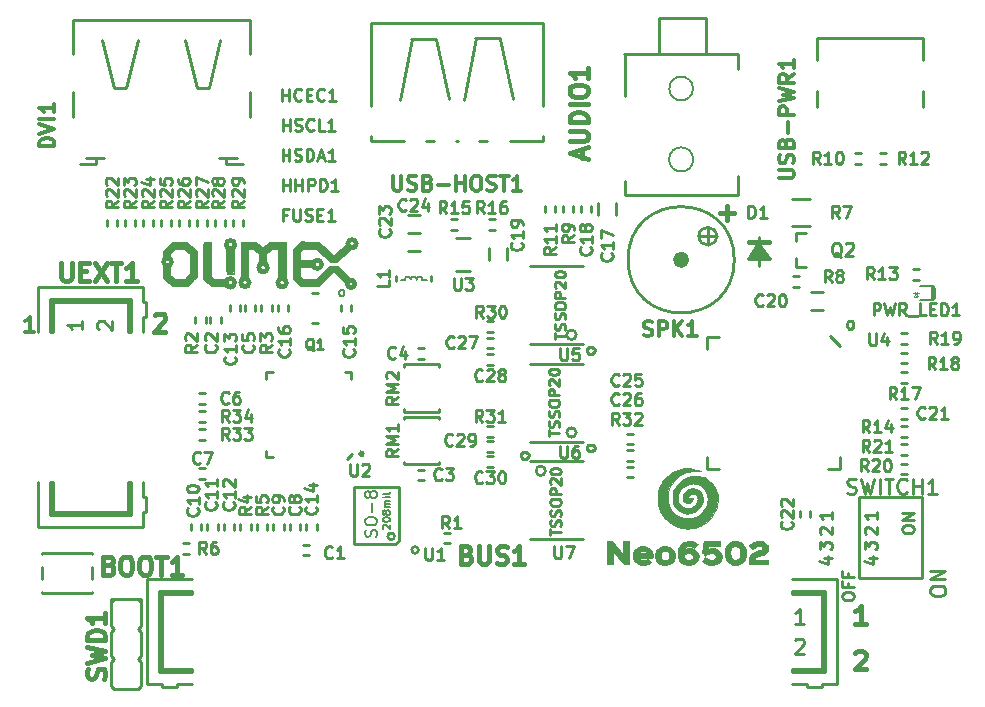
<source format=gbr>
G04 #@! TF.GenerationSoftware,KiCad,Pcbnew,5.1.0-rc2-unknown-036be7d~80~ubuntu16.04.1*
G04 #@! TF.CreationDate,2023-08-29T14:17:47+03:00*
G04 #@! TF.ProjectId,Neo6502_Rev_B,4e656f36-3530-4325-9f52-65765f422e6b,B*
G04 #@! TF.SameCoordinates,Original*
G04 #@! TF.FileFunction,Legend,Top*
G04 #@! TF.FilePolarity,Positive*
%FSLAX46Y46*%
G04 Gerber Fmt 4.6, Leading zero omitted, Abs format (unit mm)*
G04 Created by KiCad (PCBNEW 5.1.0-rc2-unknown-036be7d~80~ubuntu16.04.1) date 2023-08-29 14:17:47*
%MOMM*%
%LPD*%
G04 APERTURE LIST*
%ADD10C,0.254000*%
%ADD11C,0.381000*%
%ADD12C,0.317500*%
%ADD13C,0.010000*%
%ADD14C,0.400000*%
%ADD15C,0.700000*%
%ADD16C,0.500000*%
%ADD17C,0.100000*%
%ADD18C,0.150000*%
%ADD19C,0.050000*%
%ADD20C,0.127000*%
%ADD21C,0.200000*%
%ADD22C,0.762000*%
%ADD23C,0.222250*%
%ADD24C,0.158750*%
%ADD25C,0.203200*%
%ADD26C,0.225000*%
%ADD27C,0.250000*%
G04 APERTURE END LIST*
D10*
X169623619Y-111076619D02*
X169623619Y-110883095D01*
X169672000Y-110786333D01*
X169768761Y-110689571D01*
X169962285Y-110641190D01*
X170300952Y-110641190D01*
X170494476Y-110689571D01*
X170591238Y-110786333D01*
X170639619Y-110883095D01*
X170639619Y-111076619D01*
X170591238Y-111173380D01*
X170494476Y-111270142D01*
X170300952Y-111318523D01*
X169962285Y-111318523D01*
X169768761Y-111270142D01*
X169672000Y-111173380D01*
X169623619Y-111076619D01*
X170107428Y-109867095D02*
X170107428Y-110205761D01*
X170639619Y-110205761D02*
X169623619Y-110205761D01*
X169623619Y-109721952D01*
X170107428Y-108996238D02*
X170107428Y-109334904D01*
X170639619Y-109334904D02*
X169623619Y-109334904D01*
X169623619Y-108851095D01*
X167718619Y-107018666D02*
X167718619Y-106389714D01*
X168105666Y-106728380D01*
X168105666Y-106583238D01*
X168154047Y-106486476D01*
X168202428Y-106438095D01*
X168299190Y-106389714D01*
X168541095Y-106389714D01*
X168637857Y-106438095D01*
X168686238Y-106486476D01*
X168734619Y-106583238D01*
X168734619Y-106873523D01*
X168686238Y-106970285D01*
X168637857Y-107018666D01*
X167815380Y-105700285D02*
X167767000Y-105651904D01*
X167718619Y-105555142D01*
X167718619Y-105313238D01*
X167767000Y-105216476D01*
X167815380Y-105168095D01*
X167912142Y-105119714D01*
X168008904Y-105119714D01*
X168154047Y-105168095D01*
X168734619Y-105748666D01*
X168734619Y-105119714D01*
D11*
X170760571Y-115769571D02*
X170833142Y-115697000D01*
X170978285Y-115624428D01*
X171341142Y-115624428D01*
X171486285Y-115697000D01*
X171558857Y-115769571D01*
X171631428Y-115914714D01*
X171631428Y-116059857D01*
X171558857Y-116277571D01*
X170688000Y-117148428D01*
X171631428Y-117148428D01*
X111451571Y-87194571D02*
X111524142Y-87122000D01*
X111669285Y-87049428D01*
X112032142Y-87049428D01*
X112177285Y-87122000D01*
X112249857Y-87194571D01*
X112322428Y-87339714D01*
X112322428Y-87484857D01*
X112249857Y-87702571D01*
X111379000Y-88573428D01*
X112322428Y-88573428D01*
D12*
X101200857Y-88585523D02*
X100475142Y-88585523D01*
X100838000Y-88585523D02*
X100838000Y-87315523D01*
X100717047Y-87496952D01*
X100596095Y-87617904D01*
X100475142Y-87678380D01*
D11*
X171631428Y-113338428D02*
X170760571Y-113338428D01*
X171196000Y-113338428D02*
X171196000Y-111814428D01*
X171050857Y-112032142D01*
X170905714Y-112177285D01*
X170760571Y-112249857D01*
D10*
X176470000Y-69550000D02*
X176470000Y-68250000D01*
X167530000Y-69550000D02*
X167530000Y-68250000D01*
X176470000Y-63682000D02*
X167530000Y-63682000D01*
X167530000Y-63682000D02*
X167530000Y-65550000D01*
X176470000Y-65550000D02*
X176470000Y-63682000D01*
D13*
G36*
X156790690Y-100159720D02*
G01*
X157043724Y-100195518D01*
X157286915Y-100256453D01*
X157342114Y-100274372D01*
X157406937Y-100297629D01*
X157471129Y-100322813D01*
X157530670Y-100348028D01*
X157581536Y-100371378D01*
X157619708Y-100390967D01*
X157641164Y-100404899D01*
X157641881Y-100411278D01*
X157631471Y-100410807D01*
X157374439Y-100382686D01*
X157133836Y-100375783D01*
X156905697Y-100390659D01*
X156686054Y-100427878D01*
X156470941Y-100488001D01*
X156256391Y-100571590D01*
X156151943Y-100620459D01*
X155926407Y-100747283D01*
X155718984Y-100896219D01*
X155530730Y-101065890D01*
X155362698Y-101254920D01*
X155215944Y-101461933D01*
X155091524Y-101685552D01*
X154990492Y-101924400D01*
X154913904Y-102177102D01*
X154894788Y-102260400D01*
X154875794Y-102378780D01*
X154864216Y-102514115D01*
X154860050Y-102657628D01*
X154863297Y-102800541D01*
X154873955Y-102934077D01*
X154892022Y-103049458D01*
X154894902Y-103062611D01*
X154957348Y-103274881D01*
X155043865Y-103473402D01*
X155152590Y-103656669D01*
X155281659Y-103823177D01*
X155429211Y-103971423D01*
X155593382Y-104099901D01*
X155772310Y-104207108D01*
X155964130Y-104291539D01*
X156166981Y-104351688D01*
X156378999Y-104386053D01*
X156543531Y-104394000D01*
X156768869Y-104380198D01*
X156984970Y-104339012D01*
X157190985Y-104270770D01*
X157386068Y-104175801D01*
X157569374Y-104054435D01*
X157700790Y-103944282D01*
X157850545Y-103787173D01*
X157977708Y-103613960D01*
X158081099Y-103427318D01*
X158159539Y-103229920D01*
X158211846Y-103024441D01*
X158236841Y-102813555D01*
X158238914Y-102724857D01*
X158225821Y-102524597D01*
X158188196Y-102339410D01*
X158125567Y-102168128D01*
X158037463Y-102009582D01*
X157923409Y-101862602D01*
X157866229Y-101802625D01*
X157720110Y-101677375D01*
X157559045Y-101576544D01*
X157381676Y-101499356D01*
X157276800Y-101466733D01*
X157195206Y-101451214D01*
X157094211Y-101442019D01*
X156982723Y-101439060D01*
X156869653Y-101442250D01*
X156763910Y-101451503D01*
X156674404Y-101466730D01*
X156650591Y-101472866D01*
X156470153Y-101538562D01*
X156304684Y-101626588D01*
X156155898Y-101734754D01*
X156025509Y-101860865D01*
X155915231Y-102002728D01*
X155826777Y-102158151D01*
X155761862Y-102324941D01*
X155722199Y-102500905D01*
X155709472Y-102677074D01*
X155721653Y-102839933D01*
X155758008Y-102987418D01*
X155819113Y-103121066D01*
X155905546Y-103242412D01*
X155933815Y-103273811D01*
X156049418Y-103379283D01*
X156172411Y-103457304D01*
X156305605Y-103509087D01*
X156451809Y-103535845D01*
X156551086Y-103540401D01*
X156642386Y-103538096D01*
X156715106Y-103530361D01*
X156779390Y-103515960D01*
X156797829Y-103510385D01*
X156935371Y-103452418D01*
X157059508Y-103372001D01*
X157167736Y-103272470D01*
X157257554Y-103157164D01*
X157326458Y-103029421D01*
X157371948Y-102892580D01*
X157391519Y-102749978D01*
X157392096Y-102717600D01*
X157378397Y-102606834D01*
X157339968Y-102505961D01*
X157279277Y-102419106D01*
X157198794Y-102350393D01*
X157158458Y-102327322D01*
X157066075Y-102296319D01*
X156964990Y-102287901D01*
X156864848Y-102302158D01*
X156803906Y-102324054D01*
X156712190Y-102382225D01*
X156637870Y-102461125D01*
X156584722Y-102555849D01*
X156559676Y-102641400D01*
X156549770Y-102695828D01*
X156769418Y-102695828D01*
X156989066Y-102695829D01*
X156979468Y-102757514D01*
X156955875Y-102843661D01*
X156915095Y-102926704D01*
X156862818Y-102996157D01*
X156836754Y-103020431D01*
X156764849Y-103072481D01*
X156698001Y-103105045D01*
X156624985Y-103122670D01*
X156570847Y-103128145D01*
X156509102Y-103130242D01*
X156462815Y-103125538D01*
X156418794Y-103111916D01*
X156388756Y-103098937D01*
X156291293Y-103042470D01*
X156216728Y-102971476D01*
X156163410Y-102887150D01*
X156142518Y-102840379D01*
X156130374Y-102798472D01*
X156124845Y-102750327D01*
X156123793Y-102684840D01*
X156123817Y-102681314D01*
X156138878Y-102529525D01*
X156181544Y-102386358D01*
X156251461Y-102252629D01*
X156348277Y-102129151D01*
X156375885Y-102100727D01*
X156496065Y-102001507D01*
X156629573Y-101926808D01*
X156772991Y-101877526D01*
X156922899Y-101854553D01*
X157075881Y-101858783D01*
X157204473Y-101884072D01*
X157307864Y-101918230D01*
X157396427Y-101961259D01*
X157479970Y-102018822D01*
X157561867Y-102090468D01*
X157666331Y-102208258D01*
X157745131Y-102339477D01*
X157798005Y-102483501D01*
X157824689Y-102639709D01*
X157828128Y-102721840D01*
X157814141Y-102905751D01*
X157771966Y-103084809D01*
X157702271Y-103257286D01*
X157605730Y-103421459D01*
X157506680Y-103549044D01*
X157372602Y-103681271D01*
X157220162Y-103791459D01*
X157051028Y-103878573D01*
X156875565Y-103939250D01*
X156706115Y-103971707D01*
X156529166Y-103980649D01*
X156353633Y-103966068D01*
X156228710Y-103939810D01*
X156042435Y-103874985D01*
X155872486Y-103786860D01*
X155720295Y-103676820D01*
X155587293Y-103546253D01*
X155474914Y-103396543D01*
X155384588Y-103229077D01*
X155322983Y-103063148D01*
X155298721Y-102956496D01*
X155282591Y-102830865D01*
X155274966Y-102695251D01*
X155276217Y-102558648D01*
X155286718Y-102430050D01*
X155294579Y-102377082D01*
X155348357Y-102151235D01*
X155429259Y-101934931D01*
X155536538Y-101729606D01*
X155669445Y-101536693D01*
X155825371Y-101359509D01*
X156001317Y-101200201D01*
X156188739Y-101067266D01*
X156388528Y-100960286D01*
X156601577Y-100878846D01*
X156828777Y-100822528D01*
X157034869Y-100793988D01*
X157259993Y-100786538D01*
X157480445Y-100806649D01*
X157697991Y-100854686D01*
X157914397Y-100931018D01*
X158088582Y-101013065D01*
X158282543Y-101130535D01*
X158462009Y-101271595D01*
X158623381Y-101433011D01*
X158763063Y-101611550D01*
X158776922Y-101632053D01*
X158892619Y-101825868D01*
X158981366Y-102020921D01*
X159044728Y-102222079D01*
X159084274Y-102434209D01*
X159100769Y-102637771D01*
X159096458Y-102901241D01*
X159064383Y-103160171D01*
X159005687Y-103412683D01*
X158921510Y-103656895D01*
X158812997Y-103890925D01*
X158681289Y-104112893D01*
X158527529Y-104320919D01*
X158352859Y-104513120D01*
X158158422Y-104687617D01*
X157945360Y-104842528D01*
X157714815Y-104975972D01*
X157665830Y-105000345D01*
X157494784Y-105074998D01*
X157312864Y-105139809D01*
X157133114Y-105190327D01*
X157063761Y-105205736D01*
X157001565Y-105216665D01*
X156923467Y-105227881D01*
X156836329Y-105238669D01*
X156747013Y-105248314D01*
X156662380Y-105256102D01*
X156589292Y-105261318D01*
X156534611Y-105263248D01*
X156516321Y-105262756D01*
X156489446Y-105260853D01*
X156441297Y-105257393D01*
X156379551Y-105252929D01*
X156333371Y-105249578D01*
X156218624Y-105236826D01*
X156087423Y-105214965D01*
X155950090Y-105186111D01*
X155816941Y-105152377D01*
X155725844Y-105125085D01*
X155638509Y-105092521D01*
X155534920Y-105047211D01*
X155422629Y-104993020D01*
X155309186Y-104933815D01*
X155202142Y-104873460D01*
X155109048Y-104815823D01*
X155070629Y-104789614D01*
X154982159Y-104721090D01*
X154883628Y-104635373D01*
X154781076Y-104538507D01*
X154680547Y-104436534D01*
X154588081Y-104335497D01*
X154509720Y-104241439D01*
X154471938Y-104190800D01*
X154331429Y-103967167D01*
X154212169Y-103726654D01*
X154116328Y-103474254D01*
X154046074Y-103214964D01*
X154043860Y-103204676D01*
X154030953Y-103141906D01*
X154021253Y-103087272D01*
X154014310Y-103034855D01*
X154009672Y-102978734D01*
X154006888Y-102912990D01*
X154005506Y-102831702D01*
X154005075Y-102728951D01*
X154005064Y-102695829D01*
X154006283Y-102555686D01*
X154010631Y-102437382D01*
X154019197Y-102333795D01*
X154033074Y-102237806D01*
X154053352Y-102142297D01*
X154081123Y-102040146D01*
X154117478Y-101924234D01*
X154128386Y-101891220D01*
X154226401Y-101641720D01*
X154348864Y-101406259D01*
X154494111Y-101186322D01*
X154660479Y-100983397D01*
X154846306Y-100798971D01*
X155049929Y-100634531D01*
X155269684Y-100491563D01*
X155503909Y-100371554D01*
X155750940Y-100275991D01*
X156009115Y-100206361D01*
X156014057Y-100205312D01*
X156271704Y-100164401D01*
X156531966Y-100149276D01*
X156790690Y-100159720D01*
X156790690Y-100159720D01*
G37*
X156790690Y-100159720D02*
X157043724Y-100195518D01*
X157286915Y-100256453D01*
X157342114Y-100274372D01*
X157406937Y-100297629D01*
X157471129Y-100322813D01*
X157530670Y-100348028D01*
X157581536Y-100371378D01*
X157619708Y-100390967D01*
X157641164Y-100404899D01*
X157641881Y-100411278D01*
X157631471Y-100410807D01*
X157374439Y-100382686D01*
X157133836Y-100375783D01*
X156905697Y-100390659D01*
X156686054Y-100427878D01*
X156470941Y-100488001D01*
X156256391Y-100571590D01*
X156151943Y-100620459D01*
X155926407Y-100747283D01*
X155718984Y-100896219D01*
X155530730Y-101065890D01*
X155362698Y-101254920D01*
X155215944Y-101461933D01*
X155091524Y-101685552D01*
X154990492Y-101924400D01*
X154913904Y-102177102D01*
X154894788Y-102260400D01*
X154875794Y-102378780D01*
X154864216Y-102514115D01*
X154860050Y-102657628D01*
X154863297Y-102800541D01*
X154873955Y-102934077D01*
X154892022Y-103049458D01*
X154894902Y-103062611D01*
X154957348Y-103274881D01*
X155043865Y-103473402D01*
X155152590Y-103656669D01*
X155281659Y-103823177D01*
X155429211Y-103971423D01*
X155593382Y-104099901D01*
X155772310Y-104207108D01*
X155964130Y-104291539D01*
X156166981Y-104351688D01*
X156378999Y-104386053D01*
X156543531Y-104394000D01*
X156768869Y-104380198D01*
X156984970Y-104339012D01*
X157190985Y-104270770D01*
X157386068Y-104175801D01*
X157569374Y-104054435D01*
X157700790Y-103944282D01*
X157850545Y-103787173D01*
X157977708Y-103613960D01*
X158081099Y-103427318D01*
X158159539Y-103229920D01*
X158211846Y-103024441D01*
X158236841Y-102813555D01*
X158238914Y-102724857D01*
X158225821Y-102524597D01*
X158188196Y-102339410D01*
X158125567Y-102168128D01*
X158037463Y-102009582D01*
X157923409Y-101862602D01*
X157866229Y-101802625D01*
X157720110Y-101677375D01*
X157559045Y-101576544D01*
X157381676Y-101499356D01*
X157276800Y-101466733D01*
X157195206Y-101451214D01*
X157094211Y-101442019D01*
X156982723Y-101439060D01*
X156869653Y-101442250D01*
X156763910Y-101451503D01*
X156674404Y-101466730D01*
X156650591Y-101472866D01*
X156470153Y-101538562D01*
X156304684Y-101626588D01*
X156155898Y-101734754D01*
X156025509Y-101860865D01*
X155915231Y-102002728D01*
X155826777Y-102158151D01*
X155761862Y-102324941D01*
X155722199Y-102500905D01*
X155709472Y-102677074D01*
X155721653Y-102839933D01*
X155758008Y-102987418D01*
X155819113Y-103121066D01*
X155905546Y-103242412D01*
X155933815Y-103273811D01*
X156049418Y-103379283D01*
X156172411Y-103457304D01*
X156305605Y-103509087D01*
X156451809Y-103535845D01*
X156551086Y-103540401D01*
X156642386Y-103538096D01*
X156715106Y-103530361D01*
X156779390Y-103515960D01*
X156797829Y-103510385D01*
X156935371Y-103452418D01*
X157059508Y-103372001D01*
X157167736Y-103272470D01*
X157257554Y-103157164D01*
X157326458Y-103029421D01*
X157371948Y-102892580D01*
X157391519Y-102749978D01*
X157392096Y-102717600D01*
X157378397Y-102606834D01*
X157339968Y-102505961D01*
X157279277Y-102419106D01*
X157198794Y-102350393D01*
X157158458Y-102327322D01*
X157066075Y-102296319D01*
X156964990Y-102287901D01*
X156864848Y-102302158D01*
X156803906Y-102324054D01*
X156712190Y-102382225D01*
X156637870Y-102461125D01*
X156584722Y-102555849D01*
X156559676Y-102641400D01*
X156549770Y-102695828D01*
X156769418Y-102695828D01*
X156989066Y-102695829D01*
X156979468Y-102757514D01*
X156955875Y-102843661D01*
X156915095Y-102926704D01*
X156862818Y-102996157D01*
X156836754Y-103020431D01*
X156764849Y-103072481D01*
X156698001Y-103105045D01*
X156624985Y-103122670D01*
X156570847Y-103128145D01*
X156509102Y-103130242D01*
X156462815Y-103125538D01*
X156418794Y-103111916D01*
X156388756Y-103098937D01*
X156291293Y-103042470D01*
X156216728Y-102971476D01*
X156163410Y-102887150D01*
X156142518Y-102840379D01*
X156130374Y-102798472D01*
X156124845Y-102750327D01*
X156123793Y-102684840D01*
X156123817Y-102681314D01*
X156138878Y-102529525D01*
X156181544Y-102386358D01*
X156251461Y-102252629D01*
X156348277Y-102129151D01*
X156375885Y-102100727D01*
X156496065Y-102001507D01*
X156629573Y-101926808D01*
X156772991Y-101877526D01*
X156922899Y-101854553D01*
X157075881Y-101858783D01*
X157204473Y-101884072D01*
X157307864Y-101918230D01*
X157396427Y-101961259D01*
X157479970Y-102018822D01*
X157561867Y-102090468D01*
X157666331Y-102208258D01*
X157745131Y-102339477D01*
X157798005Y-102483501D01*
X157824689Y-102639709D01*
X157828128Y-102721840D01*
X157814141Y-102905751D01*
X157771966Y-103084809D01*
X157702271Y-103257286D01*
X157605730Y-103421459D01*
X157506680Y-103549044D01*
X157372602Y-103681271D01*
X157220162Y-103791459D01*
X157051028Y-103878573D01*
X156875565Y-103939250D01*
X156706115Y-103971707D01*
X156529166Y-103980649D01*
X156353633Y-103966068D01*
X156228710Y-103939810D01*
X156042435Y-103874985D01*
X155872486Y-103786860D01*
X155720295Y-103676820D01*
X155587293Y-103546253D01*
X155474914Y-103396543D01*
X155384588Y-103229077D01*
X155322983Y-103063148D01*
X155298721Y-102956496D01*
X155282591Y-102830865D01*
X155274966Y-102695251D01*
X155276217Y-102558648D01*
X155286718Y-102430050D01*
X155294579Y-102377082D01*
X155348357Y-102151235D01*
X155429259Y-101934931D01*
X155536538Y-101729606D01*
X155669445Y-101536693D01*
X155825371Y-101359509D01*
X156001317Y-101200201D01*
X156188739Y-101067266D01*
X156388528Y-100960286D01*
X156601577Y-100878846D01*
X156828777Y-100822528D01*
X157034869Y-100793988D01*
X157259993Y-100786538D01*
X157480445Y-100806649D01*
X157697991Y-100854686D01*
X157914397Y-100931018D01*
X158088582Y-101013065D01*
X158282543Y-101130535D01*
X158462009Y-101271595D01*
X158623381Y-101433011D01*
X158763063Y-101611550D01*
X158776922Y-101632053D01*
X158892619Y-101825868D01*
X158981366Y-102020921D01*
X159044728Y-102222079D01*
X159084274Y-102434209D01*
X159100769Y-102637771D01*
X159096458Y-102901241D01*
X159064383Y-103160171D01*
X159005687Y-103412683D01*
X158921510Y-103656895D01*
X158812997Y-103890925D01*
X158681289Y-104112893D01*
X158527529Y-104320919D01*
X158352859Y-104513120D01*
X158158422Y-104687617D01*
X157945360Y-104842528D01*
X157714815Y-104975972D01*
X157665830Y-105000345D01*
X157494784Y-105074998D01*
X157312864Y-105139809D01*
X157133114Y-105190327D01*
X157063761Y-105205736D01*
X157001565Y-105216665D01*
X156923467Y-105227881D01*
X156836329Y-105238669D01*
X156747013Y-105248314D01*
X156662380Y-105256102D01*
X156589292Y-105261318D01*
X156534611Y-105263248D01*
X156516321Y-105262756D01*
X156489446Y-105260853D01*
X156441297Y-105257393D01*
X156379551Y-105252929D01*
X156333371Y-105249578D01*
X156218624Y-105236826D01*
X156087423Y-105214965D01*
X155950090Y-105186111D01*
X155816941Y-105152377D01*
X155725844Y-105125085D01*
X155638509Y-105092521D01*
X155534920Y-105047211D01*
X155422629Y-104993020D01*
X155309186Y-104933815D01*
X155202142Y-104873460D01*
X155109048Y-104815823D01*
X155070629Y-104789614D01*
X154982159Y-104721090D01*
X154883628Y-104635373D01*
X154781076Y-104538507D01*
X154680547Y-104436534D01*
X154588081Y-104335497D01*
X154509720Y-104241439D01*
X154471938Y-104190800D01*
X154331429Y-103967167D01*
X154212169Y-103726654D01*
X154116328Y-103474254D01*
X154046074Y-103214964D01*
X154043860Y-103204676D01*
X154030953Y-103141906D01*
X154021253Y-103087272D01*
X154014310Y-103034855D01*
X154009672Y-102978734D01*
X154006888Y-102912990D01*
X154005506Y-102831702D01*
X154005075Y-102728951D01*
X154005064Y-102695829D01*
X154006283Y-102555686D01*
X154010631Y-102437382D01*
X154019197Y-102333795D01*
X154033074Y-102237806D01*
X154053352Y-102142297D01*
X154081123Y-102040146D01*
X154117478Y-101924234D01*
X154128386Y-101891220D01*
X154226401Y-101641720D01*
X154348864Y-101406259D01*
X154494111Y-101186322D01*
X154660479Y-100983397D01*
X154846306Y-100798971D01*
X155049929Y-100634531D01*
X155269684Y-100491563D01*
X155503909Y-100371554D01*
X155750940Y-100275991D01*
X156009115Y-100206361D01*
X156014057Y-100205312D01*
X156271704Y-100164401D01*
X156531966Y-100149276D01*
X156790690Y-100159720D01*
G36*
X162726135Y-106324204D02*
G01*
X162831978Y-106338922D01*
X162857543Y-106344522D01*
X162995735Y-106390365D01*
X163116010Y-106456261D01*
X163216298Y-106540677D01*
X163294524Y-106642078D01*
X163318654Y-106685995D01*
X163341316Y-106734970D01*
X163355076Y-106776190D01*
X163362127Y-106820321D01*
X163364662Y-106878025D01*
X163364913Y-106910966D01*
X163363791Y-106980234D01*
X163358768Y-107031065D01*
X163347944Y-107073983D01*
X163329420Y-107119511D01*
X163325881Y-107127170D01*
X163265083Y-107224412D01*
X163178096Y-107313642D01*
X163067051Y-107393226D01*
X162934078Y-107461535D01*
X162843029Y-107496997D01*
X162795253Y-107513060D01*
X162728338Y-107534799D01*
X162650916Y-107559442D01*
X162571620Y-107584216D01*
X162566428Y-107585820D01*
X162491760Y-107610197D01*
X162422919Y-107635076D01*
X162366904Y-107657769D01*
X162330711Y-107675585D01*
X162327315Y-107677744D01*
X162298996Y-107698986D01*
X162276860Y-107722941D01*
X162255824Y-107756881D01*
X162230802Y-107808080D01*
X162220688Y-107830257D01*
X162199368Y-107877429D01*
X163372800Y-107877429D01*
X163372800Y-108298343D01*
X161747200Y-108298343D01*
X161747200Y-108040135D01*
X161749990Y-107896113D01*
X161759199Y-107776513D01*
X161776085Y-107677192D01*
X161801904Y-107594007D01*
X161837914Y-107522815D01*
X161885373Y-107459472D01*
X161940028Y-107404746D01*
X161988647Y-107363855D01*
X162039304Y-107328023D01*
X162096461Y-107295115D01*
X162164576Y-107262995D01*
X162248111Y-107229527D01*
X162351525Y-107192576D01*
X162456468Y-107157463D01*
X162586500Y-107113216D01*
X162690241Y-107073852D01*
X162769726Y-107037899D01*
X162826988Y-107003885D01*
X162864062Y-106970338D01*
X162882979Y-106935785D01*
X162885776Y-106898754D01*
X162874485Y-106857774D01*
X162873568Y-106855550D01*
X162837392Y-106805860D01*
X162777280Y-106769955D01*
X162695304Y-106748730D01*
X162612625Y-106742905D01*
X162528460Y-106744853D01*
X162462529Y-106752891D01*
X162404308Y-106769177D01*
X162343272Y-106795864D01*
X162335778Y-106799606D01*
X162279174Y-106831563D01*
X162220026Y-106870541D01*
X162165109Y-106911453D01*
X162121196Y-106949210D01*
X162095060Y-106978727D01*
X162093317Y-106981702D01*
X162085991Y-106990832D01*
X162075186Y-106991818D01*
X162057740Y-106982275D01*
X162030490Y-106959820D01*
X161990272Y-106922068D01*
X161933925Y-106866637D01*
X161913029Y-106845832D01*
X161849049Y-106782463D01*
X161803976Y-106735913D01*
X161777346Y-106701384D01*
X161768695Y-106674075D01*
X161777560Y-106649186D01*
X161803475Y-106621917D01*
X161845979Y-106587468D01*
X161885086Y-106556722D01*
X162031894Y-106456274D01*
X162186545Y-106381640D01*
X162276971Y-106351352D01*
X162372856Y-106331901D01*
X162486436Y-106320813D01*
X162607575Y-106318208D01*
X162726135Y-106324204D01*
X162726135Y-106324204D01*
G37*
X162726135Y-106324204D02*
X162831978Y-106338922D01*
X162857543Y-106344522D01*
X162995735Y-106390365D01*
X163116010Y-106456261D01*
X163216298Y-106540677D01*
X163294524Y-106642078D01*
X163318654Y-106685995D01*
X163341316Y-106734970D01*
X163355076Y-106776190D01*
X163362127Y-106820321D01*
X163364662Y-106878025D01*
X163364913Y-106910966D01*
X163363791Y-106980234D01*
X163358768Y-107031065D01*
X163347944Y-107073983D01*
X163329420Y-107119511D01*
X163325881Y-107127170D01*
X163265083Y-107224412D01*
X163178096Y-107313642D01*
X163067051Y-107393226D01*
X162934078Y-107461535D01*
X162843029Y-107496997D01*
X162795253Y-107513060D01*
X162728338Y-107534799D01*
X162650916Y-107559442D01*
X162571620Y-107584216D01*
X162566428Y-107585820D01*
X162491760Y-107610197D01*
X162422919Y-107635076D01*
X162366904Y-107657769D01*
X162330711Y-107675585D01*
X162327315Y-107677744D01*
X162298996Y-107698986D01*
X162276860Y-107722941D01*
X162255824Y-107756881D01*
X162230802Y-107808080D01*
X162220688Y-107830257D01*
X162199368Y-107877429D01*
X163372800Y-107877429D01*
X163372800Y-108298343D01*
X161747200Y-108298343D01*
X161747200Y-108040135D01*
X161749990Y-107896113D01*
X161759199Y-107776513D01*
X161776085Y-107677192D01*
X161801904Y-107594007D01*
X161837914Y-107522815D01*
X161885373Y-107459472D01*
X161940028Y-107404746D01*
X161988647Y-107363855D01*
X162039304Y-107328023D01*
X162096461Y-107295115D01*
X162164576Y-107262995D01*
X162248111Y-107229527D01*
X162351525Y-107192576D01*
X162456468Y-107157463D01*
X162586500Y-107113216D01*
X162690241Y-107073852D01*
X162769726Y-107037899D01*
X162826988Y-107003885D01*
X162864062Y-106970338D01*
X162882979Y-106935785D01*
X162885776Y-106898754D01*
X162874485Y-106857774D01*
X162873568Y-106855550D01*
X162837392Y-106805860D01*
X162777280Y-106769955D01*
X162695304Y-106748730D01*
X162612625Y-106742905D01*
X162528460Y-106744853D01*
X162462529Y-106752891D01*
X162404308Y-106769177D01*
X162343272Y-106795864D01*
X162335778Y-106799606D01*
X162279174Y-106831563D01*
X162220026Y-106870541D01*
X162165109Y-106911453D01*
X162121196Y-106949210D01*
X162095060Y-106978727D01*
X162093317Y-106981702D01*
X162085991Y-106990832D01*
X162075186Y-106991818D01*
X162057740Y-106982275D01*
X162030490Y-106959820D01*
X161990272Y-106922068D01*
X161933925Y-106866637D01*
X161913029Y-106845832D01*
X161849049Y-106782463D01*
X161803976Y-106735913D01*
X161777346Y-106701384D01*
X161768695Y-106674075D01*
X161777560Y-106649186D01*
X161803475Y-106621917D01*
X161845979Y-106587468D01*
X161885086Y-106556722D01*
X162031894Y-106456274D01*
X162186545Y-106381640D01*
X162276971Y-106351352D01*
X162372856Y-106331901D01*
X162486436Y-106320813D01*
X162607575Y-106318208D01*
X162726135Y-106324204D01*
G36*
X150536282Y-106811994D02*
G01*
X150625716Y-106917014D01*
X150712155Y-107019577D01*
X150793104Y-107116646D01*
X150866069Y-107205186D01*
X150928554Y-107282160D01*
X150978065Y-107344533D01*
X151012105Y-107389268D01*
X151021143Y-107401999D01*
X151100971Y-107518924D01*
X151104763Y-106928919D01*
X151108554Y-106338914D01*
X151587200Y-106338914D01*
X151587200Y-108298343D01*
X151186336Y-108298343D01*
X151120767Y-108222143D01*
X150998984Y-108080073D01*
X150881151Y-107941564D01*
X150769022Y-107808735D01*
X150664347Y-107683705D01*
X150568879Y-107568596D01*
X150484371Y-107465526D01*
X150412573Y-107376616D01*
X150355239Y-107303984D01*
X150314121Y-107249751D01*
X150297158Y-107225727D01*
X150215600Y-107103796D01*
X150211810Y-107701070D01*
X150208021Y-108298343D01*
X149729371Y-108298343D01*
X149729371Y-106338914D01*
X150131250Y-106338914D01*
X150536282Y-106811994D01*
X150536282Y-106811994D01*
G37*
X150536282Y-106811994D02*
X150625716Y-106917014D01*
X150712155Y-107019577D01*
X150793104Y-107116646D01*
X150866069Y-107205186D01*
X150928554Y-107282160D01*
X150978065Y-107344533D01*
X151012105Y-107389268D01*
X151021143Y-107401999D01*
X151100971Y-107518924D01*
X151104763Y-106928919D01*
X151108554Y-106338914D01*
X151587200Y-106338914D01*
X151587200Y-108298343D01*
X151186336Y-108298343D01*
X151120767Y-108222143D01*
X150998984Y-108080073D01*
X150881151Y-107941564D01*
X150769022Y-107808735D01*
X150664347Y-107683705D01*
X150568879Y-107568596D01*
X150484371Y-107465526D01*
X150412573Y-107376616D01*
X150355239Y-107303984D01*
X150314121Y-107249751D01*
X150297158Y-107225727D01*
X150215600Y-107103796D01*
X150211810Y-107701070D01*
X150208021Y-108298343D01*
X149729371Y-108298343D01*
X149729371Y-106338914D01*
X150131250Y-106338914D01*
X150536282Y-106811994D01*
G36*
X160667149Y-106317107D02*
G01*
X160740479Y-106327726D01*
X160753271Y-106329864D01*
X160909930Y-106369546D01*
X161049398Y-106432307D01*
X161171020Y-106517367D01*
X161274139Y-106623946D01*
X161358099Y-106751262D01*
X161422244Y-106898537D01*
X161465919Y-107064989D01*
X161484643Y-107199719D01*
X161490571Y-107381355D01*
X161474730Y-107552988D01*
X161438116Y-107712402D01*
X161381725Y-107857384D01*
X161306551Y-107985717D01*
X161213591Y-108095188D01*
X161103841Y-108183581D01*
X161021486Y-108229875D01*
X160871754Y-108285779D01*
X160710429Y-108317796D01*
X160543485Y-108325145D01*
X160399665Y-108311088D01*
X160256942Y-108273397D01*
X160123626Y-108210854D01*
X160003656Y-108126380D01*
X159900972Y-108022895D01*
X159819513Y-107903319D01*
X159800976Y-107867209D01*
X159760147Y-107773177D01*
X159730698Y-107682548D01*
X159711153Y-107587724D01*
X159700035Y-107481106D01*
X159695865Y-107355095D01*
X159695734Y-107325886D01*
X159695803Y-107310217D01*
X160169250Y-107310217D01*
X160174566Y-107430537D01*
X160192193Y-107545680D01*
X160221640Y-107649809D01*
X160262417Y-107737088D01*
X160300239Y-107788084D01*
X160355972Y-107832207D01*
X160429087Y-107868217D01*
X160508048Y-107890504D01*
X160512331Y-107891220D01*
X160554393Y-107896851D01*
X160591896Y-107898132D01*
X160635461Y-107894715D01*
X160695707Y-107886253D01*
X160704128Y-107884949D01*
X160770583Y-107862616D01*
X160838090Y-107819467D01*
X160897619Y-107761908D01*
X160920371Y-107731552D01*
X160957625Y-107655081D01*
X160984591Y-107558032D01*
X161001138Y-107447019D01*
X161007137Y-107328658D01*
X161002459Y-107209563D01*
X160986972Y-107096349D01*
X160960548Y-106995632D01*
X160935981Y-106937098D01*
X160892973Y-106875068D01*
X160833803Y-106818611D01*
X160768427Y-106776320D01*
X160733255Y-106762159D01*
X160663553Y-106749385D01*
X160581137Y-106746071D01*
X160500733Y-106752205D01*
X160452625Y-106762383D01*
X160380925Y-106797329D01*
X160313592Y-106855039D01*
X160257005Y-106929318D01*
X160232068Y-106976556D01*
X160197511Y-107077390D01*
X160176735Y-107190556D01*
X160169250Y-107310217D01*
X159695803Y-107310217D01*
X159696132Y-107236199D01*
X159697995Y-107168222D01*
X159702136Y-107114641D01*
X159709371Y-107068144D01*
X159720514Y-107021418D01*
X159735303Y-106970676D01*
X159796571Y-106808743D01*
X159874710Y-106670348D01*
X159970216Y-106555060D01*
X160083587Y-106462446D01*
X160215319Y-106392075D01*
X160365909Y-106343516D01*
X160481274Y-106322474D01*
X160549963Y-106314819D01*
X160607783Y-106312917D01*
X160667149Y-106317107D01*
X160667149Y-106317107D01*
G37*
X160667149Y-106317107D02*
X160740479Y-106327726D01*
X160753271Y-106329864D01*
X160909930Y-106369546D01*
X161049398Y-106432307D01*
X161171020Y-106517367D01*
X161274139Y-106623946D01*
X161358099Y-106751262D01*
X161422244Y-106898537D01*
X161465919Y-107064989D01*
X161484643Y-107199719D01*
X161490571Y-107381355D01*
X161474730Y-107552988D01*
X161438116Y-107712402D01*
X161381725Y-107857384D01*
X161306551Y-107985717D01*
X161213591Y-108095188D01*
X161103841Y-108183581D01*
X161021486Y-108229875D01*
X160871754Y-108285779D01*
X160710429Y-108317796D01*
X160543485Y-108325145D01*
X160399665Y-108311088D01*
X160256942Y-108273397D01*
X160123626Y-108210854D01*
X160003656Y-108126380D01*
X159900972Y-108022895D01*
X159819513Y-107903319D01*
X159800976Y-107867209D01*
X159760147Y-107773177D01*
X159730698Y-107682548D01*
X159711153Y-107587724D01*
X159700035Y-107481106D01*
X159695865Y-107355095D01*
X159695734Y-107325886D01*
X159695803Y-107310217D01*
X160169250Y-107310217D01*
X160174566Y-107430537D01*
X160192193Y-107545680D01*
X160221640Y-107649809D01*
X160262417Y-107737088D01*
X160300239Y-107788084D01*
X160355972Y-107832207D01*
X160429087Y-107868217D01*
X160508048Y-107890504D01*
X160512331Y-107891220D01*
X160554393Y-107896851D01*
X160591896Y-107898132D01*
X160635461Y-107894715D01*
X160695707Y-107886253D01*
X160704128Y-107884949D01*
X160770583Y-107862616D01*
X160838090Y-107819467D01*
X160897619Y-107761908D01*
X160920371Y-107731552D01*
X160957625Y-107655081D01*
X160984591Y-107558032D01*
X161001138Y-107447019D01*
X161007137Y-107328658D01*
X161002459Y-107209563D01*
X160986972Y-107096349D01*
X160960548Y-106995632D01*
X160935981Y-106937098D01*
X160892973Y-106875068D01*
X160833803Y-106818611D01*
X160768427Y-106776320D01*
X160733255Y-106762159D01*
X160663553Y-106749385D01*
X160581137Y-106746071D01*
X160500733Y-106752205D01*
X160452625Y-106762383D01*
X160380925Y-106797329D01*
X160313592Y-106855039D01*
X160257005Y-106929318D01*
X160232068Y-106976556D01*
X160197511Y-107077390D01*
X160176735Y-107190556D01*
X160169250Y-107310217D01*
X159695803Y-107310217D01*
X159696132Y-107236199D01*
X159697995Y-107168222D01*
X159702136Y-107114641D01*
X159709371Y-107068144D01*
X159720514Y-107021418D01*
X159735303Y-106970676D01*
X159796571Y-106808743D01*
X159874710Y-106670348D01*
X159970216Y-106555060D01*
X160083587Y-106462446D01*
X160215319Y-106392075D01*
X160365909Y-106343516D01*
X160481274Y-106322474D01*
X160549963Y-106314819D01*
X160607783Y-106312917D01*
X160667149Y-106317107D01*
G36*
X159294286Y-106759829D02*
G01*
X158784508Y-106759829D01*
X158647320Y-106759979D01*
X158536658Y-106760495D01*
X158450020Y-106761478D01*
X158384907Y-106763027D01*
X158338817Y-106765241D01*
X158309249Y-106768220D01*
X158293702Y-106772063D01*
X158289675Y-106776871D01*
X158291036Y-106779475D01*
X158299044Y-106806022D01*
X158299699Y-106849137D01*
X158294128Y-106897624D01*
X158283461Y-106940290D01*
X158272652Y-106961917D01*
X158265357Y-106975514D01*
X158279131Y-106975434D01*
X158292800Y-106971606D01*
X158385854Y-106945616D01*
X158463642Y-106929803D01*
X158537468Y-106922648D01*
X158618637Y-106922638D01*
X158648400Y-106923915D01*
X158816413Y-106942793D01*
X158964050Y-106981685D01*
X159092317Y-107040974D01*
X159202222Y-107121040D01*
X159225248Y-107142671D01*
X159317449Y-107252164D01*
X159382813Y-107372181D01*
X159420898Y-107501430D01*
X159431261Y-107638623D01*
X159424097Y-107723454D01*
X159391623Y-107853498D01*
X159333742Y-107971411D01*
X159252149Y-108075471D01*
X159148535Y-108163952D01*
X159024595Y-108235132D01*
X158882022Y-108287286D01*
X158866114Y-108291569D01*
X158804750Y-108303022D01*
X158722991Y-108311982D01*
X158629391Y-108318120D01*
X158532503Y-108321105D01*
X158440881Y-108320608D01*
X158363077Y-108316298D01*
X158329771Y-108312262D01*
X158272406Y-108301782D01*
X158218172Y-108289533D01*
X158191886Y-108282205D01*
X158108384Y-108248482D01*
X158015703Y-108199638D01*
X157924343Y-108141889D01*
X157844807Y-108081453D01*
X157828343Y-108066965D01*
X157734000Y-107980967D01*
X157896544Y-107817534D01*
X158059089Y-107654101D01*
X158139535Y-107730184D01*
X158199480Y-107779390D01*
X158269425Y-107825961D01*
X158317846Y-107852063D01*
X158370388Y-107875011D01*
X158414711Y-107888843D01*
X158462102Y-107895851D01*
X158523848Y-107898328D01*
X158546569Y-107898530D01*
X158657174Y-107893318D01*
X158745398Y-107875442D01*
X158815644Y-107843433D01*
X158872313Y-107795821D01*
X158879840Y-107787330D01*
X158924610Y-107714806D01*
X158942449Y-107636573D01*
X158933518Y-107557342D01*
X158897981Y-107481822D01*
X158868021Y-107444494D01*
X158818222Y-107401123D01*
X158760504Y-107371672D01*
X158687786Y-107353451D01*
X158604857Y-107344510D01*
X158467150Y-107346104D01*
X158343326Y-107371349D01*
X158228454Y-107421793D01*
X158120951Y-107496234D01*
X158057960Y-107547683D01*
X157921380Y-107411671D01*
X157865135Y-107354894D01*
X157826730Y-107313516D01*
X157802882Y-107283023D01*
X157790312Y-107258900D01*
X157785739Y-107236631D01*
X157785428Y-107224572D01*
X157787445Y-107197170D01*
X157792828Y-107145204D01*
X157801082Y-107072881D01*
X157811710Y-106984409D01*
X157824217Y-106883995D01*
X157838107Y-106775845D01*
X157840199Y-106759829D01*
X157894342Y-106346171D01*
X159294286Y-106338635D01*
X159294286Y-106759829D01*
X159294286Y-106759829D01*
G37*
X159294286Y-106759829D02*
X158784508Y-106759829D01*
X158647320Y-106759979D01*
X158536658Y-106760495D01*
X158450020Y-106761478D01*
X158384907Y-106763027D01*
X158338817Y-106765241D01*
X158309249Y-106768220D01*
X158293702Y-106772063D01*
X158289675Y-106776871D01*
X158291036Y-106779475D01*
X158299044Y-106806022D01*
X158299699Y-106849137D01*
X158294128Y-106897624D01*
X158283461Y-106940290D01*
X158272652Y-106961917D01*
X158265357Y-106975514D01*
X158279131Y-106975434D01*
X158292800Y-106971606D01*
X158385854Y-106945616D01*
X158463642Y-106929803D01*
X158537468Y-106922648D01*
X158618637Y-106922638D01*
X158648400Y-106923915D01*
X158816413Y-106942793D01*
X158964050Y-106981685D01*
X159092317Y-107040974D01*
X159202222Y-107121040D01*
X159225248Y-107142671D01*
X159317449Y-107252164D01*
X159382813Y-107372181D01*
X159420898Y-107501430D01*
X159431261Y-107638623D01*
X159424097Y-107723454D01*
X159391623Y-107853498D01*
X159333742Y-107971411D01*
X159252149Y-108075471D01*
X159148535Y-108163952D01*
X159024595Y-108235132D01*
X158882022Y-108287286D01*
X158866114Y-108291569D01*
X158804750Y-108303022D01*
X158722991Y-108311982D01*
X158629391Y-108318120D01*
X158532503Y-108321105D01*
X158440881Y-108320608D01*
X158363077Y-108316298D01*
X158329771Y-108312262D01*
X158272406Y-108301782D01*
X158218172Y-108289533D01*
X158191886Y-108282205D01*
X158108384Y-108248482D01*
X158015703Y-108199638D01*
X157924343Y-108141889D01*
X157844807Y-108081453D01*
X157828343Y-108066965D01*
X157734000Y-107980967D01*
X157896544Y-107817534D01*
X158059089Y-107654101D01*
X158139535Y-107730184D01*
X158199480Y-107779390D01*
X158269425Y-107825961D01*
X158317846Y-107852063D01*
X158370388Y-107875011D01*
X158414711Y-107888843D01*
X158462102Y-107895851D01*
X158523848Y-107898328D01*
X158546569Y-107898530D01*
X158657174Y-107893318D01*
X158745398Y-107875442D01*
X158815644Y-107843433D01*
X158872313Y-107795821D01*
X158879840Y-107787330D01*
X158924610Y-107714806D01*
X158942449Y-107636573D01*
X158933518Y-107557342D01*
X158897981Y-107481822D01*
X158868021Y-107444494D01*
X158818222Y-107401123D01*
X158760504Y-107371672D01*
X158687786Y-107353451D01*
X158604857Y-107344510D01*
X158467150Y-107346104D01*
X158343326Y-107371349D01*
X158228454Y-107421793D01*
X158120951Y-107496234D01*
X158057960Y-107547683D01*
X157921380Y-107411671D01*
X157865135Y-107354894D01*
X157826730Y-107313516D01*
X157802882Y-107283023D01*
X157790312Y-107258900D01*
X157785739Y-107236631D01*
X157785428Y-107224572D01*
X157787445Y-107197170D01*
X157792828Y-107145204D01*
X157801082Y-107072881D01*
X157811710Y-106984409D01*
X157824217Y-106883995D01*
X157838107Y-106775845D01*
X157840199Y-106759829D01*
X157894342Y-106346171D01*
X159294286Y-106338635D01*
X159294286Y-106759829D01*
G36*
X156807253Y-106325212D02*
G01*
X156935438Y-106346282D01*
X157059007Y-106379592D01*
X157172249Y-106422871D01*
X157269453Y-106473845D01*
X157344907Y-106530240D01*
X157359958Y-106545191D01*
X157392247Y-106579560D01*
X157234908Y-106736411D01*
X157077570Y-106893261D01*
X157006642Y-106843443D01*
X156945903Y-106804075D01*
X156890756Y-106777702D01*
X156829736Y-106759996D01*
X156751380Y-106746629D01*
X156749561Y-106746377D01*
X156623760Y-106740450D01*
X156510077Y-106758295D01*
X156410689Y-106798949D01*
X156327773Y-106861453D01*
X156263507Y-106944846D01*
X156252115Y-106965846D01*
X156216266Y-107036591D01*
X156286741Y-107000879D01*
X156385091Y-106958921D01*
X156485854Y-106933326D01*
X156597559Y-106922513D01*
X156703486Y-106923575D01*
X156866322Y-106942269D01*
X157013987Y-106981945D01*
X157144786Y-107041309D01*
X157257026Y-107119073D01*
X157349014Y-107213944D01*
X157419057Y-107324633D01*
X157465461Y-107449849D01*
X157478816Y-107514571D01*
X157485814Y-107648332D01*
X157465651Y-107777645D01*
X157420154Y-107899565D01*
X157351152Y-108011148D01*
X157260473Y-108109449D01*
X157149944Y-108191523D01*
X157021394Y-108254425D01*
X157018961Y-108255350D01*
X156902125Y-108289955D01*
X156768895Y-108313506D01*
X156630173Y-108324833D01*
X156496858Y-108322766D01*
X156442229Y-108317247D01*
X156300642Y-108284982D01*
X156166949Y-108228401D01*
X156045332Y-108150467D01*
X155939971Y-108054146D01*
X155855048Y-107942403D01*
X155818268Y-107874811D01*
X155780719Y-107790073D01*
X155753404Y-107713549D01*
X155736015Y-107642452D01*
X156236146Y-107642452D01*
X156252347Y-107715342D01*
X156291194Y-107781525D01*
X156331423Y-107818484D01*
X156389446Y-107854659D01*
X156454533Y-107883864D01*
X156485771Y-107893760D01*
X156552830Y-107902427D01*
X156634432Y-107899629D01*
X156719101Y-107886774D01*
X156795363Y-107865271D01*
X156826227Y-107851983D01*
X156908649Y-107798154D01*
X156964705Y-107733108D01*
X156994035Y-107657306D01*
X156997463Y-107633661D01*
X156991797Y-107555278D01*
X156960940Y-107486123D01*
X156907833Y-107428253D01*
X156835415Y-107383729D01*
X156746625Y-107354609D01*
X156644404Y-107342955D01*
X156584919Y-107344628D01*
X156484065Y-107362236D01*
X156397536Y-107396767D01*
X156327407Y-107445139D01*
X156275749Y-107504266D01*
X156244638Y-107571065D01*
X156236146Y-107642452D01*
X155736015Y-107642452D01*
X155734832Y-107637616D01*
X155723513Y-107554649D01*
X155717957Y-107457025D01*
X155716651Y-107354914D01*
X155717250Y-107261876D01*
X155719573Y-107190660D01*
X155724323Y-107134079D01*
X155732204Y-107084945D01*
X155743920Y-107036069D01*
X155749982Y-107014483D01*
X155810647Y-106851706D01*
X155891984Y-106708645D01*
X155992493Y-106586278D01*
X156110676Y-106485580D01*
X156245035Y-106407529D01*
X156394070Y-106353103D01*
X156556282Y-106323278D01*
X156730173Y-106319031D01*
X156807253Y-106325212D01*
X156807253Y-106325212D01*
G37*
X156807253Y-106325212D02*
X156935438Y-106346282D01*
X157059007Y-106379592D01*
X157172249Y-106422871D01*
X157269453Y-106473845D01*
X157344907Y-106530240D01*
X157359958Y-106545191D01*
X157392247Y-106579560D01*
X157234908Y-106736411D01*
X157077570Y-106893261D01*
X157006642Y-106843443D01*
X156945903Y-106804075D01*
X156890756Y-106777702D01*
X156829736Y-106759996D01*
X156751380Y-106746629D01*
X156749561Y-106746377D01*
X156623760Y-106740450D01*
X156510077Y-106758295D01*
X156410689Y-106798949D01*
X156327773Y-106861453D01*
X156263507Y-106944846D01*
X156252115Y-106965846D01*
X156216266Y-107036591D01*
X156286741Y-107000879D01*
X156385091Y-106958921D01*
X156485854Y-106933326D01*
X156597559Y-106922513D01*
X156703486Y-106923575D01*
X156866322Y-106942269D01*
X157013987Y-106981945D01*
X157144786Y-107041309D01*
X157257026Y-107119073D01*
X157349014Y-107213944D01*
X157419057Y-107324633D01*
X157465461Y-107449849D01*
X157478816Y-107514571D01*
X157485814Y-107648332D01*
X157465651Y-107777645D01*
X157420154Y-107899565D01*
X157351152Y-108011148D01*
X157260473Y-108109449D01*
X157149944Y-108191523D01*
X157021394Y-108254425D01*
X157018961Y-108255350D01*
X156902125Y-108289955D01*
X156768895Y-108313506D01*
X156630173Y-108324833D01*
X156496858Y-108322766D01*
X156442229Y-108317247D01*
X156300642Y-108284982D01*
X156166949Y-108228401D01*
X156045332Y-108150467D01*
X155939971Y-108054146D01*
X155855048Y-107942403D01*
X155818268Y-107874811D01*
X155780719Y-107790073D01*
X155753404Y-107713549D01*
X155736015Y-107642452D01*
X156236146Y-107642452D01*
X156252347Y-107715342D01*
X156291194Y-107781525D01*
X156331423Y-107818484D01*
X156389446Y-107854659D01*
X156454533Y-107883864D01*
X156485771Y-107893760D01*
X156552830Y-107902427D01*
X156634432Y-107899629D01*
X156719101Y-107886774D01*
X156795363Y-107865271D01*
X156826227Y-107851983D01*
X156908649Y-107798154D01*
X156964705Y-107733108D01*
X156994035Y-107657306D01*
X156997463Y-107633661D01*
X156991797Y-107555278D01*
X156960940Y-107486123D01*
X156907833Y-107428253D01*
X156835415Y-107383729D01*
X156746625Y-107354609D01*
X156644404Y-107342955D01*
X156584919Y-107344628D01*
X156484065Y-107362236D01*
X156397536Y-107396767D01*
X156327407Y-107445139D01*
X156275749Y-107504266D01*
X156244638Y-107571065D01*
X156236146Y-107642452D01*
X155736015Y-107642452D01*
X155734832Y-107637616D01*
X155723513Y-107554649D01*
X155717957Y-107457025D01*
X155716651Y-107354914D01*
X155717250Y-107261876D01*
X155719573Y-107190660D01*
X155724323Y-107134079D01*
X155732204Y-107084945D01*
X155743920Y-107036069D01*
X155749982Y-107014483D01*
X155810647Y-106851706D01*
X155891984Y-106708645D01*
X155992493Y-106586278D01*
X156110676Y-106485580D01*
X156245035Y-106407529D01*
X156394070Y-106353103D01*
X156556282Y-106323278D01*
X156730173Y-106319031D01*
X156807253Y-106325212D01*
G36*
X154739249Y-106753111D02*
G01*
X154891326Y-106777926D01*
X155030757Y-106824120D01*
X155154925Y-106890448D01*
X155261214Y-106975666D01*
X155347005Y-107078529D01*
X155379435Y-107132490D01*
X155417509Y-107220528D01*
X155448540Y-107324442D01*
X155469354Y-107431338D01*
X155476776Y-107527779D01*
X155463649Y-107685717D01*
X155425901Y-107829888D01*
X155364684Y-107958755D01*
X155281150Y-108070782D01*
X155176452Y-108164434D01*
X155051742Y-108238174D01*
X154908172Y-108290467D01*
X154903714Y-108291654D01*
X154826525Y-108306457D01*
X154731757Y-108316402D01*
X154630536Y-108320981D01*
X154533984Y-108319685D01*
X154454457Y-108312200D01*
X154308172Y-108276780D01*
X154175302Y-108219543D01*
X154058811Y-108142513D01*
X153961663Y-108047715D01*
X153886822Y-107937174D01*
X153876834Y-107917586D01*
X153831265Y-107804197D01*
X153804860Y-107686812D01*
X153796110Y-107557177D01*
X153796621Y-107536343D01*
X154272626Y-107536343D01*
X154274195Y-107607782D01*
X154280040Y-107660452D01*
X154291870Y-107704498D01*
X154307090Y-107740987D01*
X154354695Y-107816200D01*
X154418424Y-107869960D01*
X154500127Y-107903190D01*
X154601654Y-107916810D01*
X154659693Y-107916585D01*
X154724716Y-107912427D01*
X154771356Y-107904471D01*
X154810238Y-107890015D01*
X154848379Y-107868598D01*
X154910980Y-107819911D01*
X154954469Y-107760617D01*
X154981480Y-107685484D01*
X154994647Y-107589281D01*
X154995392Y-107576653D01*
X154995178Y-107472204D01*
X154981352Y-107388273D01*
X154952503Y-107319035D01*
X154922627Y-107276207D01*
X154855870Y-107216913D01*
X154772712Y-107176617D01*
X154679263Y-107155988D01*
X154581634Y-107155695D01*
X154485934Y-107176406D01*
X154398272Y-107218789D01*
X154398242Y-107218809D01*
X154341246Y-107270547D01*
X154301898Y-107340619D01*
X154279326Y-107431229D01*
X154272626Y-107536343D01*
X153796621Y-107536343D01*
X153797867Y-107485543D01*
X153813881Y-107340784D01*
X153847789Y-107215731D01*
X153901612Y-107105785D01*
X153977372Y-107006348D01*
X154032825Y-106951069D01*
X154137805Y-106871857D01*
X154258190Y-106812943D01*
X154396477Y-106773409D01*
X154555163Y-106752335D01*
X154577143Y-106750920D01*
X154739249Y-106753111D01*
X154739249Y-106753111D01*
G37*
X154739249Y-106753111D02*
X154891326Y-106777926D01*
X155030757Y-106824120D01*
X155154925Y-106890448D01*
X155261214Y-106975666D01*
X155347005Y-107078529D01*
X155379435Y-107132490D01*
X155417509Y-107220528D01*
X155448540Y-107324442D01*
X155469354Y-107431338D01*
X155476776Y-107527779D01*
X155463649Y-107685717D01*
X155425901Y-107829888D01*
X155364684Y-107958755D01*
X155281150Y-108070782D01*
X155176452Y-108164434D01*
X155051742Y-108238174D01*
X154908172Y-108290467D01*
X154903714Y-108291654D01*
X154826525Y-108306457D01*
X154731757Y-108316402D01*
X154630536Y-108320981D01*
X154533984Y-108319685D01*
X154454457Y-108312200D01*
X154308172Y-108276780D01*
X154175302Y-108219543D01*
X154058811Y-108142513D01*
X153961663Y-108047715D01*
X153886822Y-107937174D01*
X153876834Y-107917586D01*
X153831265Y-107804197D01*
X153804860Y-107686812D01*
X153796110Y-107557177D01*
X153796621Y-107536343D01*
X154272626Y-107536343D01*
X154274195Y-107607782D01*
X154280040Y-107660452D01*
X154291870Y-107704498D01*
X154307090Y-107740987D01*
X154354695Y-107816200D01*
X154418424Y-107869960D01*
X154500127Y-107903190D01*
X154601654Y-107916810D01*
X154659693Y-107916585D01*
X154724716Y-107912427D01*
X154771356Y-107904471D01*
X154810238Y-107890015D01*
X154848379Y-107868598D01*
X154910980Y-107819911D01*
X154954469Y-107760617D01*
X154981480Y-107685484D01*
X154994647Y-107589281D01*
X154995392Y-107576653D01*
X154995178Y-107472204D01*
X154981352Y-107388273D01*
X154952503Y-107319035D01*
X154922627Y-107276207D01*
X154855870Y-107216913D01*
X154772712Y-107176617D01*
X154679263Y-107155988D01*
X154581634Y-107155695D01*
X154485934Y-107176406D01*
X154398272Y-107218789D01*
X154398242Y-107218809D01*
X154341246Y-107270547D01*
X154301898Y-107340619D01*
X154279326Y-107431229D01*
X154272626Y-107536343D01*
X153796621Y-107536343D01*
X153797867Y-107485543D01*
X153813881Y-107340784D01*
X153847789Y-107215731D01*
X153901612Y-107105785D01*
X153977372Y-107006348D01*
X154032825Y-106951069D01*
X154137805Y-106871857D01*
X154258190Y-106812943D01*
X154396477Y-106773409D01*
X154555163Y-106752335D01*
X154577143Y-106750920D01*
X154739249Y-106753111D01*
G36*
X152882943Y-106759081D02*
G01*
X153010772Y-106778138D01*
X153122418Y-106812994D01*
X153222984Y-106865498D01*
X153317574Y-106937502D01*
X153366287Y-106983461D01*
X153422123Y-107042616D01*
X153461916Y-107094068D01*
X153492626Y-107147816D01*
X153513726Y-107195257D01*
X153552132Y-107311116D01*
X153576947Y-107434274D01*
X153586375Y-107553596D01*
X153583161Y-107626125D01*
X153573347Y-107717771D01*
X152383046Y-107717771D01*
X152430173Y-107777273D01*
X152508394Y-107853811D01*
X152601630Y-107907755D01*
X152705987Y-107938537D01*
X152817575Y-107945590D01*
X152932502Y-107928349D01*
X153046877Y-107886246D01*
X153075821Y-107871280D01*
X153165291Y-107822101D01*
X153299425Y-107956794D01*
X153433559Y-108091488D01*
X153364864Y-108143940D01*
X153248860Y-108217209D01*
X153117812Y-108270526D01*
X152968969Y-108304755D01*
X152802070Y-108320659D01*
X152699275Y-108321177D01*
X152604553Y-108314722D01*
X152552400Y-108306966D01*
X152396561Y-108264420D01*
X152260186Y-108201691D01*
X152144208Y-108119589D01*
X152049563Y-108018922D01*
X151977182Y-107900502D01*
X151928165Y-107765766D01*
X151915073Y-107691022D01*
X151908319Y-107599010D01*
X151907904Y-107500775D01*
X151913828Y-107407362D01*
X151924419Y-107340400D01*
X152383542Y-107340400D01*
X153099467Y-107340400D01*
X153048603Y-107271457D01*
X152987294Y-107204455D01*
X152916680Y-107160169D01*
X152831514Y-107136182D01*
X152741473Y-107129943D01*
X152677846Y-107131360D01*
X152632700Y-107137102D01*
X152595563Y-107149409D01*
X152558428Y-107169063D01*
X152509635Y-107204162D01*
X152459805Y-107249790D01*
X152437713Y-107274291D01*
X152383542Y-107340400D01*
X151924419Y-107340400D01*
X151926094Y-107329814D01*
X151928127Y-107321578D01*
X151978513Y-107181432D01*
X152051706Y-107059052D01*
X152147031Y-106955142D01*
X152263811Y-106870404D01*
X152401368Y-106805542D01*
X152436286Y-106793374D01*
X152492907Y-106776297D01*
X152544363Y-106765009D01*
X152599760Y-106758303D01*
X152668201Y-106754975D01*
X152733829Y-106753968D01*
X152882943Y-106759081D01*
X152882943Y-106759081D01*
G37*
X152882943Y-106759081D02*
X153010772Y-106778138D01*
X153122418Y-106812994D01*
X153222984Y-106865498D01*
X153317574Y-106937502D01*
X153366287Y-106983461D01*
X153422123Y-107042616D01*
X153461916Y-107094068D01*
X153492626Y-107147816D01*
X153513726Y-107195257D01*
X153552132Y-107311116D01*
X153576947Y-107434274D01*
X153586375Y-107553596D01*
X153583161Y-107626125D01*
X153573347Y-107717771D01*
X152383046Y-107717771D01*
X152430173Y-107777273D01*
X152508394Y-107853811D01*
X152601630Y-107907755D01*
X152705987Y-107938537D01*
X152817575Y-107945590D01*
X152932502Y-107928349D01*
X153046877Y-107886246D01*
X153075821Y-107871280D01*
X153165291Y-107822101D01*
X153299425Y-107956794D01*
X153433559Y-108091488D01*
X153364864Y-108143940D01*
X153248860Y-108217209D01*
X153117812Y-108270526D01*
X152968969Y-108304755D01*
X152802070Y-108320659D01*
X152699275Y-108321177D01*
X152604553Y-108314722D01*
X152552400Y-108306966D01*
X152396561Y-108264420D01*
X152260186Y-108201691D01*
X152144208Y-108119589D01*
X152049563Y-108018922D01*
X151977182Y-107900502D01*
X151928165Y-107765766D01*
X151915073Y-107691022D01*
X151908319Y-107599010D01*
X151907904Y-107500775D01*
X151913828Y-107407362D01*
X151924419Y-107340400D01*
X152383542Y-107340400D01*
X153099467Y-107340400D01*
X153048603Y-107271457D01*
X152987294Y-107204455D01*
X152916680Y-107160169D01*
X152831514Y-107136182D01*
X152741473Y-107129943D01*
X152677846Y-107131360D01*
X152632700Y-107137102D01*
X152595563Y-107149409D01*
X152558428Y-107169063D01*
X152509635Y-107204162D01*
X152459805Y-107249790D01*
X152437713Y-107274291D01*
X152383542Y-107340400D01*
X151924419Y-107340400D01*
X151926094Y-107329814D01*
X151928127Y-107321578D01*
X151978513Y-107181432D01*
X152051706Y-107059052D01*
X152147031Y-106955142D01*
X152263811Y-106870404D01*
X152401368Y-106805542D01*
X152436286Y-106793374D01*
X152492907Y-106776297D01*
X152544363Y-106765009D01*
X152599760Y-106758303D01*
X152668201Y-106754975D01*
X152733829Y-106753968D01*
X152882943Y-106759081D01*
D10*
X129700000Y-62450000D02*
X144300000Y-62450000D01*
X138602740Y-63749840D02*
X137642620Y-68931440D01*
X141770120Y-68885720D02*
X140683000Y-63772700D01*
X138579880Y-63742220D02*
X140660140Y-63742220D01*
X133149360Y-63765080D02*
X135229620Y-63765080D01*
X136339600Y-68908580D02*
X135252480Y-63795560D01*
X133172220Y-63772700D02*
X132212100Y-68954300D01*
X144300000Y-72450000D02*
X144300000Y-72000000D01*
X129700000Y-72450000D02*
X129700000Y-72000000D01*
X144300000Y-72450000D02*
X141500000Y-72450000D01*
X137100000Y-72450000D02*
X136900000Y-72450000D01*
X135100000Y-72450000D02*
X134400000Y-72450000D01*
X139600000Y-72450000D02*
X138900000Y-72450000D01*
X132500000Y-72450000D02*
X129700000Y-72450000D01*
X144300000Y-62450000D02*
X144300000Y-69500000D01*
X129700000Y-62450000D02*
X129700000Y-69500000D01*
X118398260Y-73848160D02*
X117499100Y-73848160D01*
X117499100Y-73848160D02*
X116899660Y-73848160D01*
X107100340Y-73848160D02*
X106500900Y-73848160D01*
X106500900Y-73848160D02*
X105601740Y-73848160D01*
X104501920Y-70449640D02*
X104501920Y-68298260D01*
X104501920Y-65100400D02*
X104501920Y-62192100D01*
X104501920Y-62192100D02*
X119498080Y-62192100D01*
X119498080Y-62192100D02*
X119498080Y-65100400D01*
X119498080Y-68298260D02*
X119498080Y-70449640D01*
X105126760Y-74348540D02*
X106500900Y-74348540D01*
X106500900Y-74348540D02*
X106500900Y-73848160D01*
X117499100Y-73848160D02*
X117499100Y-74348540D01*
X117499100Y-74348540D02*
X118885940Y-74348540D01*
X110001020Y-63932000D02*
X109000260Y-67932500D01*
X109000260Y-67932500D02*
X108002040Y-67932500D01*
X108002040Y-67932500D02*
X107001280Y-63932000D01*
X113998980Y-63932000D02*
X114999740Y-67932500D01*
X114999740Y-67932500D02*
X115997960Y-67932500D01*
X115997960Y-67932500D02*
X116998720Y-63932000D01*
X114600000Y-117429000D02*
X114600000Y-117175000D01*
X114600000Y-110825000D02*
X114600000Y-110571000D01*
X165400000Y-110825000D02*
X165400000Y-110571000D01*
X165400000Y-117429000D02*
X165400000Y-117175000D01*
X165400000Y-110825000D02*
X167940000Y-110825000D01*
X169210000Y-109555000D02*
X165400000Y-109555000D01*
X168194000Y-110571000D02*
X165400000Y-110571000D01*
X168194000Y-117429000D02*
X168194000Y-110571000D01*
X165400000Y-117429000D02*
X168194000Y-117429000D01*
X111806000Y-117429000D02*
X114600000Y-117429000D01*
X111806000Y-110571000D02*
X111806000Y-117429000D01*
X114600000Y-110571000D02*
X111806000Y-110571000D01*
X112060000Y-110825000D02*
X114600000Y-110825000D01*
X166670000Y-118445000D02*
X165400000Y-118445000D01*
X166670000Y-118699000D02*
X166670000Y-118445000D01*
X167940000Y-118699000D02*
X167940000Y-118445000D01*
X166670000Y-118699000D02*
X167940000Y-118699000D01*
X114600000Y-118445000D02*
X113330000Y-118445000D01*
X112060000Y-118445000D02*
X110790000Y-118445000D01*
X113330000Y-118445000D02*
X113330000Y-118699000D01*
X112060000Y-118699000D02*
X113330000Y-118699000D01*
X112060000Y-118445000D02*
X112060000Y-118699000D01*
X169210000Y-118445000D02*
X169210000Y-109555000D01*
X110790000Y-109555000D02*
X110790000Y-118445000D01*
X110790000Y-109555000D02*
X114600000Y-109555000D01*
X169210000Y-118445000D02*
X167940000Y-118445000D01*
X167940000Y-117175000D02*
X167940000Y-110825000D01*
X112060000Y-110825000D02*
X112060000Y-117175000D01*
X114600000Y-117175000D02*
X112060000Y-117175000D01*
X167940000Y-117175000D02*
X165400000Y-117175000D01*
X112300000Y-117300000D02*
X111900000Y-117300000D01*
X168100000Y-117300000D02*
X167700000Y-117300000D01*
X168100000Y-110700000D02*
X167700000Y-110700000D01*
X112300000Y-110700000D02*
X111900000Y-110700000D01*
X109175000Y-88650000D02*
X109429000Y-88650000D01*
X102571000Y-88650000D02*
X102825000Y-88650000D01*
X102571000Y-101350000D02*
X102825000Y-101350000D01*
X109175000Y-101350000D02*
X109429000Y-101350000D01*
X101555000Y-88650000D02*
X101555000Y-84840000D01*
X102571000Y-85856000D02*
X102571000Y-88650000D01*
X109429000Y-85856000D02*
X102571000Y-85856000D01*
X109429000Y-88650000D02*
X109429000Y-85856000D01*
X109429000Y-104144000D02*
X109429000Y-101350000D01*
X102571000Y-104144000D02*
X109429000Y-104144000D01*
X102571000Y-101350000D02*
X102571000Y-104144000D01*
X110445000Y-87380000D02*
X110445000Y-88650000D01*
X110699000Y-87380000D02*
X110445000Y-87380000D01*
X110699000Y-86110000D02*
X110445000Y-86110000D01*
X110699000Y-87380000D02*
X110699000Y-86110000D01*
X110445000Y-101350000D02*
X110445000Y-102620000D01*
X110445000Y-103890000D02*
X110445000Y-105160000D01*
X110445000Y-102620000D02*
X110699000Y-102620000D01*
X110699000Y-103890000D02*
X110699000Y-102620000D01*
X110445000Y-103890000D02*
X110699000Y-103890000D01*
X102825000Y-88650000D02*
X102825000Y-86110000D01*
X102825000Y-103890000D02*
X102825000Y-101350000D01*
X110445000Y-84840000D02*
X101555000Y-84840000D01*
X101555000Y-105160000D02*
X110445000Y-105160000D01*
X101555000Y-105160000D02*
X101555000Y-101350000D01*
X110445000Y-84840000D02*
X110445000Y-86110000D01*
X109175000Y-86110000D02*
X102825000Y-86110000D01*
X102825000Y-103890000D02*
X109175000Y-103890000D01*
X109175000Y-101350000D02*
X109175000Y-103890000D01*
X109175000Y-86110000D02*
X109175000Y-88650000D01*
X109302000Y-86364000D02*
X109302000Y-85983000D01*
X102698000Y-86364000D02*
X102698000Y-85983000D01*
X102698000Y-103763000D02*
X102698000Y-104017000D01*
X109302000Y-103636000D02*
X109302000Y-104144000D01*
D14*
X112849147Y-82677000D02*
G75*
G03X112849147Y-82677000I-337447J0D01*
G01*
D15*
X112499000Y-81902300D02*
X113007000Y-81394300D01*
X114099200Y-81318100D02*
X114734200Y-81927700D01*
X114708800Y-83883500D02*
X114150000Y-84467700D01*
X116334400Y-84480400D02*
X115877200Y-84023200D01*
X117320200Y-84480400D02*
X116334400Y-84480400D01*
D14*
X118199324Y-84455000D02*
G75*
G03X118199324Y-84455000I-366324J0D01*
G01*
D15*
X117833000Y-81762600D02*
X117833000Y-83362800D01*
D14*
X118219218Y-81229200D02*
G75*
G03X118219218Y-81229200I-373518J0D01*
G01*
X119424559Y-84429600D02*
G75*
G03X119424559Y-84429600I-359659J0D01*
G01*
D15*
X119052200Y-83921600D02*
X119052200Y-81330800D01*
X119052200Y-81330800D02*
X119890400Y-81330800D01*
X119890400Y-81330800D02*
X120500000Y-81838800D01*
X120601600Y-82626200D02*
X120601600Y-81915000D01*
X120677800Y-81838800D02*
X121312800Y-81330800D01*
D14*
X120972518Y-83159600D02*
G75*
G03X120972518Y-83159600I-370918J0D01*
G01*
D15*
X121312800Y-81330800D02*
X122201800Y-81330800D01*
D14*
X122577729Y-84442300D02*
G75*
G03X122577729Y-84442300I-363229J0D01*
G01*
X128373266Y-84531200D02*
G75*
G03X128373266Y-84531200I-329466J0D01*
G01*
D15*
X127713600Y-84175600D02*
X126875400Y-83362800D01*
D16*
X126367400Y-83261200D02*
X126900800Y-83261200D01*
D15*
X125224400Y-84480400D02*
X126367400Y-83362800D01*
X123903600Y-84480400D02*
X125224400Y-84480400D01*
X123471800Y-84048600D02*
X123903600Y-84480400D01*
X123471800Y-81813400D02*
X123471800Y-84048600D01*
X123471800Y-81788000D02*
X123954400Y-81280000D01*
X124002500Y-81305400D02*
X125224400Y-81305400D01*
X125224400Y-81305400D02*
X126316600Y-82372200D01*
D16*
X126342000Y-82486500D02*
X126900800Y-82486500D01*
D15*
X127764400Y-81495900D02*
X126900800Y-82389600D01*
D14*
X128492135Y-81140300D02*
G75*
G03X128492135Y-81140300I-359435J0D01*
G01*
D15*
X124691000Y-82880200D02*
X123471800Y-82880200D01*
D14*
X125558659Y-82880200D02*
G75*
G03X125558659Y-82880200I-359659J0D01*
G01*
D15*
X113070500Y-84493100D02*
X114111900Y-84493100D01*
X112511700Y-83934300D02*
X112511700Y-83172300D01*
X112499000Y-83921600D02*
X113083200Y-84493100D01*
X112499000Y-81953100D02*
X112499000Y-82194400D01*
X114721500Y-81915000D02*
X114721500Y-83845400D01*
X114099200Y-81305400D02*
X113095900Y-81305400D01*
X122214500Y-81318100D02*
X122214500Y-83921600D01*
X115877200Y-84035900D02*
X115877200Y-81305400D01*
D17*
X115877200Y-80962500D02*
X115597800Y-80962500D01*
X115572400Y-80962500D02*
X115572400Y-84112100D01*
X115585100Y-80962500D02*
X115572400Y-80962500D01*
X115597800Y-80962500D02*
X115585100Y-80962500D01*
X115712100Y-81051400D02*
X115648600Y-81038700D01*
X116194700Y-80962500D02*
X116194700Y-83997800D01*
X115889900Y-80962500D02*
X116194700Y-80962500D01*
X116016900Y-81038700D02*
X116131200Y-81038700D01*
X117515500Y-81648300D02*
X117515500Y-83667600D01*
X118150500Y-83667600D02*
X118150500Y-81648300D01*
X118125100Y-83667600D02*
X118150500Y-83667600D01*
X117515500Y-83667600D02*
X118125100Y-83667600D01*
X117655200Y-83604100D02*
X117591700Y-83604100D01*
X117998100Y-83604100D02*
X118087000Y-83604100D01*
X118734700Y-84010500D02*
X118734700Y-81026000D01*
X119979300Y-81013300D02*
X120563500Y-81495900D01*
X118734700Y-81013300D02*
X119979300Y-81013300D01*
X118887100Y-81076800D02*
X118810900Y-81076800D01*
X122544700Y-84035900D02*
X122544700Y-81026000D01*
X121223900Y-81013300D02*
X120601600Y-81508600D01*
X121249300Y-81013300D02*
X121223900Y-81013300D01*
X122544700Y-81013300D02*
X121249300Y-81013300D01*
X122544700Y-81026000D02*
X122544700Y-81013300D01*
X122392300Y-81089500D02*
X122493900Y-81089500D01*
X125338700Y-80975200D02*
X126596000Y-82219800D01*
X125287900Y-80975200D02*
X125338700Y-80975200D01*
X123916300Y-80975200D02*
X125287900Y-80975200D01*
D10*
X154151600Y-62024000D02*
X154151600Y-65034000D01*
X158091600Y-62024000D02*
X154151600Y-62024000D01*
X158091600Y-65034000D02*
X158091600Y-62024000D01*
D18*
X157001249Y-68000000D02*
G75*
G03X157001249Y-68000000I-1001249J0D01*
G01*
X157019727Y-74000000D02*
G75*
G03X157019727Y-74000000I-1019727J0D01*
G01*
D10*
X160800600Y-65053600D02*
X160800600Y-66310900D01*
X156000000Y-65053600D02*
X160800600Y-65053600D01*
X160787900Y-76991600D02*
X160787900Y-75429500D01*
X155987300Y-77004300D02*
X160787900Y-76991600D01*
X156000000Y-65053600D02*
X151199400Y-65053600D01*
X151212100Y-76991600D02*
X151212100Y-75835900D01*
X156000000Y-77004300D02*
X151212100Y-76991600D01*
X151212100Y-65040900D02*
X151212100Y-68673100D01*
X166052500Y-104013000D02*
X166052500Y-104267000D01*
X166052500Y-104013000D02*
X166052500Y-103759000D01*
X166941500Y-104013000D02*
X166941500Y-103759000D01*
X166941500Y-104013000D02*
X166941500Y-104267000D01*
X177267000Y-85812600D02*
X177267000Y-84771200D01*
X177432100Y-84885500D02*
X177432100Y-85711000D01*
X177279700Y-85850700D02*
X177419400Y-85723700D01*
X177279700Y-84758500D02*
X177432100Y-84885500D01*
D19*
X175840800Y-85554600D02*
X175710800Y-85664600D01*
X175700800Y-85684600D02*
X175780800Y-85674600D01*
X175700800Y-85684600D02*
X175700800Y-85604600D01*
X175916200Y-85684600D02*
X175916200Y-85604600D01*
X175916200Y-85684600D02*
X175996200Y-85674600D01*
X176047800Y-85575600D02*
X175917800Y-85685600D01*
D17*
X175970000Y-85220000D02*
X175970000Y-85440000D01*
X175780000Y-85440000D02*
X175880000Y-85340000D01*
X175780000Y-85220000D02*
X175890000Y-85320000D01*
X175780000Y-85220000D02*
X175780000Y-85440000D01*
X175610000Y-85330000D02*
X176130000Y-85330000D01*
D20*
X176251000Y-84695000D02*
X177267000Y-84695000D01*
X177267000Y-85914200D02*
X176251000Y-85914200D01*
D10*
X175895000Y-84184500D02*
X176149000Y-84184500D01*
X175895000Y-84184500D02*
X175641000Y-84184500D01*
X175895000Y-83295500D02*
X175641000Y-83295500D01*
X175895000Y-83295500D02*
X176149000Y-83295500D01*
X115443000Y-97726500D02*
X115697000Y-97726500D01*
X115443000Y-97726500D02*
X115189000Y-97726500D01*
X115443000Y-96837500D02*
X115189000Y-96837500D01*
X115443000Y-96837500D02*
X115697000Y-96837500D01*
X139827000Y-88582500D02*
X140081000Y-88582500D01*
X139827000Y-88582500D02*
X139573000Y-88582500D01*
X139827000Y-87693500D02*
X139573000Y-87693500D01*
X139827000Y-87693500D02*
X140081000Y-87693500D01*
X115443000Y-96202500D02*
X115697000Y-96202500D01*
X115443000Y-96202500D02*
X115189000Y-96202500D01*
X115443000Y-95313500D02*
X115189000Y-95313500D01*
X115443000Y-95313500D02*
X115697000Y-95313500D01*
X165735000Y-84772500D02*
X165989000Y-84772500D01*
X165735000Y-84772500D02*
X165481000Y-84772500D01*
X165735000Y-83883500D02*
X165481000Y-83883500D01*
X165735000Y-83883500D02*
X165989000Y-83883500D01*
X145986500Y-78232000D02*
X145986500Y-78486000D01*
X145986500Y-78232000D02*
X145986500Y-77978000D01*
X146875500Y-78232000D02*
X146875500Y-77978000D01*
X146875500Y-78232000D02*
X146875500Y-78486000D01*
X144462500Y-78232000D02*
X144462500Y-78486000D01*
X144462500Y-78232000D02*
X144462500Y-77978000D01*
X145351500Y-78232000D02*
X145351500Y-77978000D01*
X145351500Y-78232000D02*
X145351500Y-78486000D01*
X167005000Y-86741000D02*
X168021000Y-86741000D01*
X167005000Y-85217000D02*
X168021000Y-85217000D01*
X150495000Y-78740000D02*
X150495000Y-77724000D01*
X148971000Y-78740000D02*
X148971000Y-77724000D01*
X147510500Y-78232000D02*
X147510500Y-78486000D01*
X147510500Y-78232000D02*
X147510500Y-77978000D01*
X148399500Y-78232000D02*
X148399500Y-77978000D01*
X148399500Y-78232000D02*
X148399500Y-78486000D01*
X162433000Y-81534000D02*
X162814000Y-81534000D01*
X162306000Y-81661000D02*
X162941000Y-81661000D01*
X162179000Y-81788000D02*
X162941000Y-81788000D01*
X162179000Y-81915000D02*
X163068000Y-81915000D01*
X163068000Y-82042000D02*
X161925000Y-82042000D01*
X161925000Y-82169000D02*
X163195000Y-82169000D01*
X163322000Y-82296000D02*
X161798000Y-82296000D01*
X161620200Y-81076800D02*
X161620200Y-80899000D01*
X163525200Y-81076800D02*
X163525200Y-80899000D01*
X161620200Y-80899000D02*
X163525200Y-80899000D01*
X161620200Y-82448400D02*
X163525200Y-82448400D01*
X161620200Y-81076800D02*
X163525200Y-81076800D01*
X162534600Y-81076800D02*
X163525200Y-82448400D01*
X161620200Y-82448400D02*
X162534600Y-81076800D01*
X162572700Y-83032600D02*
X162572700Y-80556100D01*
X165735000Y-82372200D02*
X165735000Y-83083400D01*
X166573200Y-83083400D02*
X165735000Y-83083400D01*
X166573200Y-80238600D02*
X165735000Y-80238600D01*
X165735000Y-80238600D02*
X165735000Y-80949800D01*
X101900000Y-109500000D02*
X101900000Y-108500000D01*
X106100000Y-109500000D02*
X106100000Y-108500000D01*
X106100000Y-110700000D02*
X106100000Y-110600000D01*
X101900000Y-110700000D02*
X106100000Y-110700000D01*
X101900000Y-110600000D02*
X101900000Y-110700000D01*
X101900000Y-107300000D02*
X101900000Y-107400000D01*
X106100000Y-107300000D02*
X106100000Y-107400000D01*
X101900000Y-107300000D02*
X106100000Y-107300000D01*
X124206000Y-106616500D02*
X123952000Y-106616500D01*
X124206000Y-106616500D02*
X124460000Y-106616500D01*
X124206000Y-107505500D02*
X124460000Y-107505500D01*
X124206000Y-107505500D02*
X123952000Y-107505500D01*
X116141500Y-87630000D02*
X116141500Y-87884000D01*
X116141500Y-87630000D02*
X116141500Y-87376000D01*
X117030500Y-87630000D02*
X117030500Y-87376000D01*
X117030500Y-87630000D02*
X117030500Y-87884000D01*
X133985000Y-100266500D02*
X133731000Y-100266500D01*
X133985000Y-100266500D02*
X134239000Y-100266500D01*
X133985000Y-101155500D02*
X134239000Y-101155500D01*
X133985000Y-101155500D02*
X133731000Y-101155500D01*
X133985000Y-90868500D02*
X133731000Y-90868500D01*
X133985000Y-90868500D02*
X134239000Y-90868500D01*
X133985000Y-89979500D02*
X134239000Y-89979500D01*
X133985000Y-89979500D02*
X133731000Y-89979500D01*
X119951500Y-86614000D02*
X119951500Y-86868000D01*
X119951500Y-86614000D02*
X119951500Y-86360000D01*
X119062500Y-86614000D02*
X119062500Y-86360000D01*
X119062500Y-86614000D02*
X119062500Y-86868000D01*
X115443000Y-94678500D02*
X115697000Y-94678500D01*
X115443000Y-94678500D02*
X115189000Y-94678500D01*
X115443000Y-93789500D02*
X115189000Y-93789500D01*
X115443000Y-93789500D02*
X115697000Y-93789500D01*
X115443000Y-100139500D02*
X115697000Y-100139500D01*
X115443000Y-100139500D02*
X115189000Y-100139500D01*
X115443000Y-101028500D02*
X115189000Y-101028500D01*
X115443000Y-101028500D02*
X115697000Y-101028500D01*
X122872500Y-105156000D02*
X122872500Y-104902000D01*
X122872500Y-105156000D02*
X122872500Y-105410000D01*
X123761500Y-105156000D02*
X123761500Y-105410000D01*
X123761500Y-105156000D02*
X123761500Y-104902000D01*
X122364500Y-105156000D02*
X122364500Y-104902000D01*
X122364500Y-105156000D02*
X122364500Y-105410000D01*
X121475500Y-105156000D02*
X121475500Y-105410000D01*
X121475500Y-105156000D02*
X121475500Y-104902000D01*
X115379500Y-105156000D02*
X115379500Y-104902000D01*
X115379500Y-105156000D02*
X115379500Y-105410000D01*
X114490500Y-105156000D02*
X114490500Y-105410000D01*
X114490500Y-105156000D02*
X114490500Y-104902000D01*
X116776500Y-105156000D02*
X116776500Y-104902000D01*
X116776500Y-105156000D02*
X116776500Y-105410000D01*
X115887500Y-105156000D02*
X115887500Y-105410000D01*
X115887500Y-105156000D02*
X115887500Y-104902000D01*
X117284500Y-105156000D02*
X117284500Y-104902000D01*
X117284500Y-105156000D02*
X117284500Y-105410000D01*
X118173500Y-105156000D02*
X118173500Y-105410000D01*
X118173500Y-105156000D02*
X118173500Y-104902000D01*
X118681500Y-86614000D02*
X118681500Y-86868000D01*
X118681500Y-86614000D02*
X118681500Y-86360000D01*
X117792500Y-86614000D02*
X117792500Y-86360000D01*
X117792500Y-86614000D02*
X117792500Y-86868000D01*
X125158500Y-105156000D02*
X125158500Y-104902000D01*
X125158500Y-105156000D02*
X125158500Y-105410000D01*
X124269500Y-105156000D02*
X124269500Y-105410000D01*
X124269500Y-105156000D02*
X124269500Y-104902000D01*
X127190500Y-86614000D02*
X127190500Y-86360000D01*
X127190500Y-86614000D02*
X127190500Y-86868000D01*
X128079500Y-86614000D02*
X128079500Y-86868000D01*
X128079500Y-86614000D02*
X128079500Y-86360000D01*
X121856500Y-86614000D02*
X121856500Y-86868000D01*
X121856500Y-86614000D02*
X121856500Y-86360000D01*
X122745500Y-86614000D02*
X122745500Y-86360000D01*
X122745500Y-86614000D02*
X122745500Y-86868000D01*
X139700000Y-82550000D02*
X139700000Y-81534000D01*
X141224000Y-82550000D02*
X141224000Y-81534000D01*
X174879000Y-95948501D02*
X174625000Y-95948501D01*
X174879000Y-95948501D02*
X175133000Y-95948501D01*
X174879000Y-95059501D02*
X175133000Y-95059501D01*
X174879000Y-95059501D02*
X174625000Y-95059501D01*
X132842001Y-80264000D02*
X133858001Y-80264000D01*
X132842001Y-81788000D02*
X133858001Y-81788000D01*
X132842000Y-80264000D02*
X133858000Y-80264000D01*
X132842000Y-78740000D02*
X133858000Y-78740000D01*
X151638000Y-97218500D02*
X151892000Y-97218500D01*
X151638000Y-97218500D02*
X151384000Y-97218500D01*
X151638000Y-98107500D02*
X151384000Y-98107500D01*
X151638000Y-98107500D02*
X151892000Y-98107500D01*
X151638000Y-99504500D02*
X151892000Y-99504500D01*
X151638000Y-99504500D02*
X151384000Y-99504500D01*
X151638000Y-98615500D02*
X151384000Y-98615500D01*
X151638000Y-98615500D02*
X151892000Y-98615500D01*
X139827000Y-89979500D02*
X139573000Y-89979500D01*
X139827000Y-89979500D02*
X140081000Y-89979500D01*
X139827000Y-89090500D02*
X140081000Y-89090500D01*
X139827000Y-89090500D02*
X139573000Y-89090500D01*
X139827000Y-90487500D02*
X139573000Y-90487500D01*
X139827000Y-90487500D02*
X140081000Y-90487500D01*
X139827000Y-91376500D02*
X140081000Y-91376500D01*
X139827000Y-91376500D02*
X139573000Y-91376500D01*
X139827000Y-98742500D02*
X139573000Y-98742500D01*
X139827000Y-98742500D02*
X140081000Y-98742500D01*
X139827000Y-97853500D02*
X140081000Y-97853500D01*
X139827000Y-97853500D02*
X139573000Y-97853500D01*
X139827000Y-100012500D02*
X139573000Y-100012500D01*
X139827000Y-100012500D02*
X140081000Y-100012500D01*
X139827000Y-99123500D02*
X140081000Y-99123500D01*
X139827000Y-99123500D02*
X139573000Y-99123500D01*
X134850000Y-84274000D02*
X134850000Y-83874000D01*
X131850000Y-84274000D02*
X131850000Y-83874000D01*
D21*
X132600000Y-84224000D02*
X132250000Y-84224000D01*
X134100000Y-84224000D02*
X134450000Y-84224000D01*
X133600000Y-84174000D02*
G75*
G02X134100000Y-84174000I250000J0D01*
G01*
X132600000Y-84174000D02*
G75*
G02X133100000Y-84174000I250000J0D01*
G01*
X133100000Y-84174000D02*
G75*
G02X133600000Y-84174000I250000J0D01*
G01*
D10*
X124714000Y-87884000D02*
X125222000Y-87884000D01*
X124714000Y-85344000D02*
X125222000Y-85344000D01*
X136144000Y-105600500D02*
X136398000Y-105600500D01*
X136144000Y-105600500D02*
X135890000Y-105600500D01*
X136144000Y-106489500D02*
X135890000Y-106489500D01*
X136144000Y-106489500D02*
X136398000Y-106489500D01*
X115760500Y-87630000D02*
X115760500Y-87884000D01*
X115760500Y-87630000D02*
X115760500Y-87376000D01*
X114871500Y-87630000D02*
X114871500Y-87376000D01*
X114871500Y-87630000D02*
X114871500Y-87884000D01*
X121348500Y-86614000D02*
X121348500Y-86360000D01*
X121348500Y-86614000D02*
X121348500Y-86868000D01*
X120459500Y-86614000D02*
X120459500Y-86868000D01*
X120459500Y-86614000D02*
X120459500Y-86360000D01*
X118681500Y-105156000D02*
X118681500Y-105410000D01*
X118681500Y-105156000D02*
X118681500Y-104902000D01*
X119570500Y-105156000D02*
X119570500Y-104902000D01*
X119570500Y-105156000D02*
X119570500Y-105410000D01*
X120967500Y-105156000D02*
X120967500Y-105410000D01*
X120967500Y-105156000D02*
X120967500Y-104902000D01*
X120078500Y-105156000D02*
X120078500Y-104902000D01*
X120078500Y-105156000D02*
X120078500Y-105410000D01*
X114046000Y-107378500D02*
X114300000Y-107378500D01*
X114046000Y-107378500D02*
X113792000Y-107378500D01*
X114046000Y-106489500D02*
X113792000Y-106489500D01*
X114046000Y-106489500D02*
X114300000Y-106489500D01*
X170942000Y-73469500D02*
X171196000Y-73469500D01*
X170942000Y-73469500D02*
X170688000Y-73469500D01*
X170942000Y-74358500D02*
X170688000Y-74358500D01*
X170942000Y-74358500D02*
X171196000Y-74358500D01*
X173101000Y-73469500D02*
X172847000Y-73469500D01*
X173101000Y-73469500D02*
X173355000Y-73469500D01*
X173101000Y-74358500D02*
X173355000Y-74358500D01*
X173101000Y-74358500D02*
X172847000Y-74358500D01*
X174879000Y-96583500D02*
X175133000Y-96583500D01*
X174879000Y-96583500D02*
X174625000Y-96583500D01*
X174879000Y-97472500D02*
X174625000Y-97472500D01*
X174879000Y-97472500D02*
X175133000Y-97472500D01*
X136779000Y-79946500D02*
X137033000Y-79946500D01*
X136779000Y-79946500D02*
X136525000Y-79946500D01*
X136779000Y-79057500D02*
X136525000Y-79057500D01*
X136779000Y-79057500D02*
X137033000Y-79057500D01*
X139954000Y-79946500D02*
X139700000Y-79946500D01*
X139954000Y-79946500D02*
X140208000Y-79946500D01*
X139954000Y-79057500D02*
X140208000Y-79057500D01*
X139954000Y-79057500D02*
X139700000Y-79057500D01*
X174879000Y-92900500D02*
X174625000Y-92900500D01*
X174879000Y-92900500D02*
X175133000Y-92900500D01*
X174879000Y-92011500D02*
X175133000Y-92011500D01*
X174879000Y-92011500D02*
X174625000Y-92011500D01*
X174879000Y-90360500D02*
X174625000Y-90360500D01*
X174879000Y-90360500D02*
X175133000Y-90360500D01*
X174879000Y-91249500D02*
X175133000Y-91249500D01*
X174879000Y-91249500D02*
X174625000Y-91249500D01*
X174879000Y-89598500D02*
X174625000Y-89598500D01*
X174879000Y-89598500D02*
X175133000Y-89598500D01*
X174879000Y-88709500D02*
X175133000Y-88709500D01*
X174879000Y-88709500D02*
X174625000Y-88709500D01*
X174879000Y-99758500D02*
X174625000Y-99758500D01*
X174879000Y-99758500D02*
X175133000Y-99758500D01*
X174879000Y-100647500D02*
X175133000Y-100647500D01*
X174879000Y-100647500D02*
X174625000Y-100647500D01*
X174879000Y-98996500D02*
X174625000Y-98996500D01*
X174879000Y-98996500D02*
X175133000Y-98996500D01*
X174879000Y-98107500D02*
X175133000Y-98107500D01*
X174879000Y-98107500D02*
X174625000Y-98107500D01*
X108267500Y-79375000D02*
X108267500Y-79629000D01*
X108267500Y-79375000D02*
X108267500Y-79121000D01*
X107378500Y-79375000D02*
X107378500Y-79121000D01*
X107378500Y-79375000D02*
X107378500Y-79629000D01*
X108902500Y-79375000D02*
X108902500Y-79629000D01*
X108902500Y-79375000D02*
X108902500Y-79121000D01*
X109791500Y-79375000D02*
X109791500Y-79121000D01*
X109791500Y-79375000D02*
X109791500Y-79629000D01*
X111315500Y-79375000D02*
X111315500Y-79629000D01*
X111315500Y-79375000D02*
X111315500Y-79121000D01*
X110426500Y-79375000D02*
X110426500Y-79121000D01*
X110426500Y-79375000D02*
X110426500Y-79629000D01*
X111950500Y-79375000D02*
X111950500Y-79629000D01*
X111950500Y-79375000D02*
X111950500Y-79121000D01*
X112839500Y-79375000D02*
X112839500Y-79121000D01*
X112839500Y-79375000D02*
X112839500Y-79629000D01*
X114363500Y-79375000D02*
X114363500Y-79629000D01*
X114363500Y-79375000D02*
X114363500Y-79121000D01*
X113474500Y-79375000D02*
X113474500Y-79121000D01*
X113474500Y-79375000D02*
X113474500Y-79629000D01*
X114998500Y-79375000D02*
X114998500Y-79629000D01*
X114998500Y-79375000D02*
X114998500Y-79121000D01*
X115887500Y-79375000D02*
X115887500Y-79121000D01*
X115887500Y-79375000D02*
X115887500Y-79629000D01*
X117411500Y-79375000D02*
X117411500Y-79629000D01*
X117411500Y-79375000D02*
X117411500Y-79121000D01*
X116522500Y-79375000D02*
X116522500Y-79121000D01*
X116522500Y-79375000D02*
X116522500Y-79629000D01*
X118046500Y-79375000D02*
X118046500Y-79629000D01*
X118046500Y-79375000D02*
X118046500Y-79121000D01*
X118935500Y-79375000D02*
X118935500Y-79121000D01*
X118935500Y-79375000D02*
X118935500Y-79629000D01*
X139827000Y-97472500D02*
X140081000Y-97472500D01*
X139827000Y-97472500D02*
X139573000Y-97472500D01*
X139827000Y-96583500D02*
X139573000Y-96583500D01*
X139827000Y-96583500D02*
X140081000Y-96583500D01*
X151638000Y-100012500D02*
X151384000Y-100012500D01*
X151638000Y-100012500D02*
X151892000Y-100012500D01*
X151638000Y-100901500D02*
X151892000Y-100901500D01*
X151638000Y-100901500D02*
X151384000Y-100901500D01*
X135458200Y-95796100D02*
X132511800Y-95796100D01*
X135458200Y-95808800D02*
X135458200Y-95986600D01*
X132511800Y-95783400D02*
X132511800Y-95999300D01*
X135458200Y-99606100D02*
X135458200Y-99796600D01*
X135458200Y-99796600D02*
X132511800Y-99796600D01*
X132511800Y-99796600D02*
X132511800Y-99580700D01*
X132511800Y-95351600D02*
X132511800Y-95135700D01*
X135458200Y-95351600D02*
X132511800Y-95351600D01*
X135458200Y-95161100D02*
X135458200Y-95351600D01*
X132511800Y-91338400D02*
X132511800Y-91554300D01*
X135458200Y-91363800D02*
X135458200Y-91541600D01*
X135458200Y-91351100D02*
X132511800Y-91351100D01*
X110270000Y-111190000D02*
X110270000Y-111444000D01*
X110270000Y-111444000D02*
X110270000Y-113476000D01*
X110270000Y-113476000D02*
X110016000Y-113730000D01*
X110016000Y-113730000D02*
X110270000Y-113984000D01*
X110270000Y-113984000D02*
X110270000Y-116016000D01*
X110270000Y-116016000D02*
X110016000Y-116270000D01*
X110016000Y-116270000D02*
X110270000Y-116524000D01*
X110270000Y-116524000D02*
X110270000Y-118556000D01*
X110270000Y-118556000D02*
X110016000Y-118810000D01*
X110016000Y-118810000D02*
X107984000Y-118810000D01*
X107984000Y-118810000D02*
X107730000Y-118556000D01*
X107730000Y-118556000D02*
X107730000Y-116524000D01*
X110016000Y-111190000D02*
X110270000Y-111444000D01*
X107730000Y-111444000D02*
X107984000Y-111190000D01*
X107730000Y-111698000D02*
X107730000Y-111190000D01*
X107730000Y-116016000D02*
X107730000Y-113984000D01*
X107730000Y-113984000D02*
X107984000Y-113730000D01*
X107984000Y-113730000D02*
X107730000Y-113476000D01*
X107730000Y-113476000D02*
X107730000Y-111698000D01*
X107730000Y-116016000D02*
X107984000Y-116270000D01*
X107984000Y-116270000D02*
X107730000Y-116524000D01*
X110270000Y-111190000D02*
X107730000Y-111190000D01*
X128275080Y-106537760D02*
X128275080Y-101742240D01*
X132074920Y-106273600D02*
X131808220Y-106537760D01*
X132074920Y-101742240D02*
X132074920Y-106273600D01*
X128270000Y-106553000D02*
X131826000Y-106553000D01*
X128270000Y-101727000D02*
X132080000Y-101727000D01*
X133760981Y-107061000D02*
G75*
G03X133760981Y-107061000I-283981J0D01*
G01*
X131728981Y-105918000D02*
G75*
G03X131728981Y-105918000I-283981J0D01*
G01*
X120850000Y-92016000D02*
X120850000Y-92578000D01*
X121412000Y-92016000D02*
X120850000Y-92016000D01*
X128070000Y-92016000D02*
X128070000Y-92578000D01*
X127508000Y-92016000D02*
X128070000Y-92016000D01*
X120850000Y-99236000D02*
X120850000Y-98674000D01*
X121412000Y-99236000D02*
X120850000Y-99236000D01*
X129084605Y-98928000D02*
G75*
G03X129084605Y-98928000I-179605J0D01*
G01*
X128143000Y-98928000D02*
X127708000Y-99363000D01*
X138099800Y-83439000D02*
X136969500Y-83439000D01*
X138099800Y-80632300D02*
X136969500Y-80632300D01*
X143165000Y-83060000D02*
X147665000Y-83060000D01*
X143165000Y-89660000D02*
X147665000Y-89660000D01*
X147115000Y-88860000D02*
G75*
G03X147115000Y-88860000I-400000J0D01*
G01*
X143165000Y-91315000D02*
X147665000Y-91315000D01*
X143165000Y-97915000D02*
X147665000Y-97915000D01*
X147115000Y-97115000D02*
G75*
G03X147115000Y-97115000I-400000J0D01*
G01*
X144515000Y-100370000D02*
G75*
G03X144515000Y-100370000I-400000J0D01*
G01*
X147665000Y-99570000D02*
X143165000Y-99570000D01*
X147665000Y-106170000D02*
X143165000Y-106170000D01*
D22*
X156250000Y-82500000D02*
G75*
G03X156250000Y-82500000I-250000J0D01*
G01*
D10*
X159000000Y-80500000D02*
G75*
G03X159000000Y-80500000I-750000J0D01*
G01*
X156571500Y-82500000D02*
G75*
G03X156571500Y-82500000I-571500J0D01*
G01*
X158250000Y-79750000D02*
X158250000Y-81250000D01*
X159000000Y-80500000D02*
X157500000Y-80500000D01*
X160500000Y-82500000D02*
G75*
G03X160500000Y-82500000I-4500000J0D01*
G01*
X166878000Y-77343000D02*
X165354000Y-77343000D01*
X166878000Y-79629000D02*
X165354000Y-79629000D01*
X169430000Y-89815000D02*
X168630000Y-88955000D01*
X158230000Y-89015000D02*
X159230000Y-89015000D01*
X158230000Y-90015000D02*
X158230000Y-89015000D01*
X158230000Y-100215000D02*
X158230000Y-99215000D01*
X159230000Y-100215000D02*
X158230000Y-100215000D01*
X169430000Y-100215000D02*
X168430000Y-100215000D01*
X169430000Y-99215000D02*
X169430000Y-100215000D01*
X176403000Y-109474000D02*
X176403000Y-102616000D01*
X171069000Y-102616000D02*
X171069000Y-109474000D01*
X171069000Y-102616000D02*
X176403000Y-102616000D01*
X171069000Y-109474000D02*
X176403000Y-109474000D01*
D12*
X164277523Y-75601285D02*
X165305619Y-75601285D01*
X165426571Y-75540809D01*
X165487047Y-75480333D01*
X165547523Y-75359380D01*
X165547523Y-75117476D01*
X165487047Y-74996523D01*
X165426571Y-74936047D01*
X165305619Y-74875571D01*
X164277523Y-74875571D01*
X165487047Y-74331285D02*
X165547523Y-74149857D01*
X165547523Y-73847476D01*
X165487047Y-73726523D01*
X165426571Y-73666047D01*
X165305619Y-73605571D01*
X165184666Y-73605571D01*
X165063714Y-73666047D01*
X165003238Y-73726523D01*
X164942761Y-73847476D01*
X164882285Y-74089380D01*
X164821809Y-74210333D01*
X164761333Y-74270809D01*
X164640380Y-74331285D01*
X164519428Y-74331285D01*
X164398476Y-74270809D01*
X164338000Y-74210333D01*
X164277523Y-74089380D01*
X164277523Y-73787000D01*
X164338000Y-73605571D01*
X164882285Y-72637952D02*
X164942761Y-72456523D01*
X165003238Y-72396047D01*
X165124190Y-72335571D01*
X165305619Y-72335571D01*
X165426571Y-72396047D01*
X165487047Y-72456523D01*
X165547523Y-72577476D01*
X165547523Y-73061285D01*
X164277523Y-73061285D01*
X164277523Y-72637952D01*
X164338000Y-72517000D01*
X164398476Y-72456523D01*
X164519428Y-72396047D01*
X164640380Y-72396047D01*
X164761333Y-72456523D01*
X164821809Y-72517000D01*
X164882285Y-72637952D01*
X164882285Y-73061285D01*
X165063714Y-71791285D02*
X165063714Y-70823666D01*
X165547523Y-70218904D02*
X164277523Y-70218904D01*
X164277523Y-69735095D01*
X164338000Y-69614142D01*
X164398476Y-69553666D01*
X164519428Y-69493190D01*
X164700857Y-69493190D01*
X164821809Y-69553666D01*
X164882285Y-69614142D01*
X164942761Y-69735095D01*
X164942761Y-70218904D01*
X164277523Y-69069857D02*
X165547523Y-68767476D01*
X164640380Y-68525571D01*
X165547523Y-68283666D01*
X164277523Y-67981285D01*
X165547523Y-66771761D02*
X164942761Y-67195095D01*
X165547523Y-67497476D02*
X164277523Y-67497476D01*
X164277523Y-67013666D01*
X164338000Y-66892714D01*
X164398476Y-66832238D01*
X164519428Y-66771761D01*
X164700857Y-66771761D01*
X164821809Y-66832238D01*
X164882285Y-66892714D01*
X164942761Y-67013666D01*
X164942761Y-67497476D01*
X165547523Y-65562238D02*
X165547523Y-66287952D01*
X165547523Y-65925095D02*
X164277523Y-65925095D01*
X164458952Y-66046047D01*
X164579904Y-66167000D01*
X164640380Y-66287952D01*
X131587380Y-75377523D02*
X131587380Y-76405619D01*
X131647857Y-76526571D01*
X131708333Y-76587047D01*
X131829285Y-76647523D01*
X132071190Y-76647523D01*
X132192142Y-76587047D01*
X132252619Y-76526571D01*
X132313095Y-76405619D01*
X132313095Y-75377523D01*
X132857380Y-76587047D02*
X133038809Y-76647523D01*
X133341190Y-76647523D01*
X133462142Y-76587047D01*
X133522619Y-76526571D01*
X133583095Y-76405619D01*
X133583095Y-76284666D01*
X133522619Y-76163714D01*
X133462142Y-76103238D01*
X133341190Y-76042761D01*
X133099285Y-75982285D01*
X132978333Y-75921809D01*
X132917857Y-75861333D01*
X132857380Y-75740380D01*
X132857380Y-75619428D01*
X132917857Y-75498476D01*
X132978333Y-75438000D01*
X133099285Y-75377523D01*
X133401666Y-75377523D01*
X133583095Y-75438000D01*
X134550714Y-75982285D02*
X134732142Y-76042761D01*
X134792619Y-76103238D01*
X134853095Y-76224190D01*
X134853095Y-76405619D01*
X134792619Y-76526571D01*
X134732142Y-76587047D01*
X134611190Y-76647523D01*
X134127380Y-76647523D01*
X134127380Y-75377523D01*
X134550714Y-75377523D01*
X134671666Y-75438000D01*
X134732142Y-75498476D01*
X134792619Y-75619428D01*
X134792619Y-75740380D01*
X134732142Y-75861333D01*
X134671666Y-75921809D01*
X134550714Y-75982285D01*
X134127380Y-75982285D01*
X135397380Y-76163714D02*
X136365000Y-76163714D01*
X136969761Y-76647523D02*
X136969761Y-75377523D01*
X136969761Y-75982285D02*
X137695476Y-75982285D01*
X137695476Y-76647523D02*
X137695476Y-75377523D01*
X138542142Y-75377523D02*
X138784047Y-75377523D01*
X138905000Y-75438000D01*
X139025952Y-75558952D01*
X139086428Y-75800857D01*
X139086428Y-76224190D01*
X139025952Y-76466095D01*
X138905000Y-76587047D01*
X138784047Y-76647523D01*
X138542142Y-76647523D01*
X138421190Y-76587047D01*
X138300238Y-76466095D01*
X138239761Y-76224190D01*
X138239761Y-75800857D01*
X138300238Y-75558952D01*
X138421190Y-75438000D01*
X138542142Y-75377523D01*
X139570238Y-76587047D02*
X139751666Y-76647523D01*
X140054047Y-76647523D01*
X140175000Y-76587047D01*
X140235476Y-76526571D01*
X140295952Y-76405619D01*
X140295952Y-76284666D01*
X140235476Y-76163714D01*
X140175000Y-76103238D01*
X140054047Y-76042761D01*
X139812142Y-75982285D01*
X139691190Y-75921809D01*
X139630714Y-75861333D01*
X139570238Y-75740380D01*
X139570238Y-75619428D01*
X139630714Y-75498476D01*
X139691190Y-75438000D01*
X139812142Y-75377523D01*
X140114523Y-75377523D01*
X140295952Y-75438000D01*
X140658809Y-75377523D02*
X141384523Y-75377523D01*
X141021666Y-76647523D02*
X141021666Y-75377523D01*
X142473095Y-76647523D02*
X141747380Y-76647523D01*
X142110238Y-76647523D02*
X142110238Y-75377523D01*
X141989285Y-75558952D01*
X141868333Y-75679904D01*
X141747380Y-75740380D01*
X102936523Y-72904047D02*
X101666523Y-72904047D01*
X101666523Y-72601666D01*
X101727000Y-72420238D01*
X101847952Y-72299285D01*
X101968904Y-72238809D01*
X102210809Y-72178333D01*
X102392238Y-72178333D01*
X102634142Y-72238809D01*
X102755095Y-72299285D01*
X102876047Y-72420238D01*
X102936523Y-72601666D01*
X102936523Y-72904047D01*
X101666523Y-71815476D02*
X102936523Y-71392142D01*
X101666523Y-70968809D01*
X102936523Y-70545476D02*
X101666523Y-70545476D01*
X102936523Y-69275476D02*
X102936523Y-70001190D01*
X102936523Y-69638333D02*
X101666523Y-69638333D01*
X101847952Y-69759285D01*
X101968904Y-69880238D01*
X102029380Y-70001190D01*
D11*
X137859142Y-107460142D02*
X138076857Y-107532714D01*
X138149428Y-107605285D01*
X138222000Y-107750428D01*
X138222000Y-107968142D01*
X138149428Y-108113285D01*
X138076857Y-108185857D01*
X137931714Y-108258428D01*
X137351142Y-108258428D01*
X137351142Y-106734428D01*
X137859142Y-106734428D01*
X138004285Y-106807000D01*
X138076857Y-106879571D01*
X138149428Y-107024714D01*
X138149428Y-107169857D01*
X138076857Y-107315000D01*
X138004285Y-107387571D01*
X137859142Y-107460142D01*
X137351142Y-107460142D01*
X138875142Y-106734428D02*
X138875142Y-107968142D01*
X138947714Y-108113285D01*
X139020285Y-108185857D01*
X139165428Y-108258428D01*
X139455714Y-108258428D01*
X139600857Y-108185857D01*
X139673428Y-108113285D01*
X139746000Y-107968142D01*
X139746000Y-106734428D01*
X140399142Y-108185857D02*
X140616857Y-108258428D01*
X140979714Y-108258428D01*
X141124857Y-108185857D01*
X141197428Y-108113285D01*
X141270000Y-107968142D01*
X141270000Y-107823000D01*
X141197428Y-107677857D01*
X141124857Y-107605285D01*
X140979714Y-107532714D01*
X140689428Y-107460142D01*
X140544285Y-107387571D01*
X140471714Y-107315000D01*
X140399142Y-107169857D01*
X140399142Y-107024714D01*
X140471714Y-106879571D01*
X140544285Y-106807000D01*
X140689428Y-106734428D01*
X141052285Y-106734428D01*
X141270000Y-106807000D01*
X142721428Y-108258428D02*
X141850571Y-108258428D01*
X142286000Y-108258428D02*
X142286000Y-106734428D01*
X142140857Y-106952142D01*
X141995714Y-107097285D01*
X141850571Y-107169857D01*
D10*
X165672142Y-114695476D02*
X165732619Y-114635000D01*
X165853571Y-114574523D01*
X166155952Y-114574523D01*
X166276904Y-114635000D01*
X166337380Y-114695476D01*
X166397857Y-114816428D01*
X166397857Y-114937380D01*
X166337380Y-115118809D01*
X165611666Y-115844523D01*
X166397857Y-115844523D01*
X166397857Y-113304523D02*
X165672142Y-113304523D01*
X166035000Y-113304523D02*
X166035000Y-112034523D01*
X165914047Y-112215952D01*
X165793095Y-112336904D01*
X165672142Y-112397380D01*
D11*
X103523142Y-82731428D02*
X103523142Y-83965142D01*
X103595714Y-84110285D01*
X103668285Y-84182857D01*
X103813428Y-84255428D01*
X104103714Y-84255428D01*
X104248857Y-84182857D01*
X104321428Y-84110285D01*
X104394000Y-83965142D01*
X104394000Y-82731428D01*
X105119714Y-83457142D02*
X105627714Y-83457142D01*
X105845428Y-84255428D02*
X105119714Y-84255428D01*
X105119714Y-82731428D01*
X105845428Y-82731428D01*
X106353428Y-82731428D02*
X107369428Y-84255428D01*
X107369428Y-82731428D02*
X106353428Y-84255428D01*
X107732285Y-82731428D02*
X108603142Y-82731428D01*
X108167714Y-84255428D02*
X108167714Y-82731428D01*
X109909428Y-84255428D02*
X109038571Y-84255428D01*
X109474000Y-84255428D02*
X109474000Y-82731428D01*
X109328857Y-82949142D01*
X109183714Y-83094285D01*
X109038571Y-83166857D01*
D10*
X105304523Y-87652142D02*
X105304523Y-88377857D01*
X105304523Y-88015000D02*
X104034523Y-88015000D01*
X104215952Y-88135952D01*
X104336904Y-88256904D01*
X104397380Y-88377857D01*
X106695476Y-88377857D02*
X106635000Y-88317380D01*
X106574523Y-88196428D01*
X106574523Y-87894047D01*
X106635000Y-87773095D01*
X106695476Y-87712619D01*
X106816428Y-87652142D01*
X106937380Y-87652142D01*
X107118809Y-87712619D01*
X107844523Y-88438333D01*
X107844523Y-87652142D01*
D11*
X147637500Y-73850500D02*
X147637500Y-73124785D01*
X148072928Y-73995642D02*
X146548928Y-73487642D01*
X148072928Y-72979642D01*
X146548928Y-72471642D02*
X147782642Y-72471642D01*
X147927785Y-72399071D01*
X148000357Y-72326500D01*
X148072928Y-72181357D01*
X148072928Y-71891071D01*
X148000357Y-71745928D01*
X147927785Y-71673357D01*
X147782642Y-71600785D01*
X146548928Y-71600785D01*
X148072928Y-70875071D02*
X146548928Y-70875071D01*
X146548928Y-70512214D01*
X146621500Y-70294500D01*
X146766642Y-70149357D01*
X146911785Y-70076785D01*
X147202071Y-70004214D01*
X147419785Y-70004214D01*
X147710071Y-70076785D01*
X147855214Y-70149357D01*
X148000357Y-70294500D01*
X148072928Y-70512214D01*
X148072928Y-70875071D01*
X148072928Y-69351071D02*
X146548928Y-69351071D01*
X146548928Y-68335071D02*
X146548928Y-68044785D01*
X146621500Y-67899642D01*
X146766642Y-67754500D01*
X147056928Y-67681928D01*
X147564928Y-67681928D01*
X147855214Y-67754500D01*
X148000357Y-67899642D01*
X148072928Y-68044785D01*
X148072928Y-68335071D01*
X148000357Y-68480214D01*
X147855214Y-68625357D01*
X147564928Y-68697928D01*
X147056928Y-68697928D01*
X146766642Y-68625357D01*
X146621500Y-68480214D01*
X146548928Y-68335071D01*
X148072928Y-66230500D02*
X148072928Y-67101357D01*
X148072928Y-66665928D02*
X146548928Y-66665928D01*
X146766642Y-66811071D01*
X146911785Y-66956214D01*
X146984357Y-67101357D01*
D10*
X165335857Y-104666142D02*
X165384238Y-104714523D01*
X165432619Y-104859666D01*
X165432619Y-104956428D01*
X165384238Y-105101571D01*
X165287476Y-105198333D01*
X165190714Y-105246714D01*
X164997190Y-105295095D01*
X164852047Y-105295095D01*
X164658523Y-105246714D01*
X164561761Y-105198333D01*
X164465000Y-105101571D01*
X164416619Y-104956428D01*
X164416619Y-104859666D01*
X164465000Y-104714523D01*
X164513380Y-104666142D01*
X164513380Y-104279095D02*
X164465000Y-104230714D01*
X164416619Y-104133952D01*
X164416619Y-103892047D01*
X164465000Y-103795285D01*
X164513380Y-103746904D01*
X164610142Y-103698523D01*
X164706904Y-103698523D01*
X164852047Y-103746904D01*
X165432619Y-104327476D01*
X165432619Y-103698523D01*
X164513380Y-103311476D02*
X164465000Y-103263095D01*
X164416619Y-103166333D01*
X164416619Y-102924428D01*
X164465000Y-102827666D01*
X164513380Y-102779285D01*
X164610142Y-102730904D01*
X164706904Y-102730904D01*
X164852047Y-102779285D01*
X165432619Y-103359857D01*
X165432619Y-102730904D01*
X172290619Y-87200619D02*
X172290619Y-86184619D01*
X172677666Y-86184619D01*
X172774428Y-86233000D01*
X172822809Y-86281380D01*
X172871190Y-86378142D01*
X172871190Y-86523285D01*
X172822809Y-86620047D01*
X172774428Y-86668428D01*
X172677666Y-86716809D01*
X172290619Y-86716809D01*
X173209857Y-86184619D02*
X173451761Y-87200619D01*
X173645285Y-86474904D01*
X173838809Y-87200619D01*
X174080714Y-86184619D01*
X175048333Y-87200619D02*
X174709666Y-86716809D01*
X174467761Y-87200619D02*
X174467761Y-86184619D01*
X174854809Y-86184619D01*
X174951571Y-86233000D01*
X174999952Y-86281380D01*
X175048333Y-86378142D01*
X175048333Y-86523285D01*
X174999952Y-86620047D01*
X174951571Y-86668428D01*
X174854809Y-86716809D01*
X174467761Y-86716809D01*
X175241857Y-87297380D02*
X176015952Y-87297380D01*
X176741666Y-87200619D02*
X176257857Y-87200619D01*
X176257857Y-86184619D01*
X177080333Y-86668428D02*
X177419000Y-86668428D01*
X177564142Y-87200619D02*
X177080333Y-87200619D01*
X177080333Y-86184619D01*
X177564142Y-86184619D01*
X177999571Y-87200619D02*
X177999571Y-86184619D01*
X178241476Y-86184619D01*
X178386619Y-86233000D01*
X178483380Y-86329761D01*
X178531761Y-86426523D01*
X178580142Y-86620047D01*
X178580142Y-86765190D01*
X178531761Y-86958714D01*
X178483380Y-87055476D01*
X178386619Y-87152238D01*
X178241476Y-87200619D01*
X177999571Y-87200619D01*
X179547761Y-87200619D02*
X178967190Y-87200619D01*
X179257476Y-87200619D02*
X179257476Y-86184619D01*
X179160714Y-86329761D01*
X179063952Y-86426523D01*
X178967190Y-86474904D01*
X172320857Y-84152619D02*
X171982190Y-83668809D01*
X171740285Y-84152619D02*
X171740285Y-83136619D01*
X172127333Y-83136619D01*
X172224095Y-83185000D01*
X172272476Y-83233380D01*
X172320857Y-83330142D01*
X172320857Y-83475285D01*
X172272476Y-83572047D01*
X172224095Y-83620428D01*
X172127333Y-83668809D01*
X171740285Y-83668809D01*
X173288476Y-84152619D02*
X172707904Y-84152619D01*
X172998190Y-84152619D02*
X172998190Y-83136619D01*
X172901428Y-83281761D01*
X172804666Y-83378523D01*
X172707904Y-83426904D01*
X173627142Y-83136619D02*
X174256095Y-83136619D01*
X173917428Y-83523666D01*
X174062571Y-83523666D01*
X174159333Y-83572047D01*
X174207714Y-83620428D01*
X174256095Y-83717190D01*
X174256095Y-83959095D01*
X174207714Y-84055857D01*
X174159333Y-84104238D01*
X174062571Y-84152619D01*
X173772285Y-84152619D01*
X173675523Y-84104238D01*
X173627142Y-84055857D01*
X117710857Y-97741619D02*
X117372190Y-97257809D01*
X117130285Y-97741619D02*
X117130285Y-96725619D01*
X117517333Y-96725619D01*
X117614095Y-96774000D01*
X117662476Y-96822380D01*
X117710857Y-96919142D01*
X117710857Y-97064285D01*
X117662476Y-97161047D01*
X117614095Y-97209428D01*
X117517333Y-97257809D01*
X117130285Y-97257809D01*
X118049523Y-96725619D02*
X118678476Y-96725619D01*
X118339809Y-97112666D01*
X118484952Y-97112666D01*
X118581714Y-97161047D01*
X118630095Y-97209428D01*
X118678476Y-97306190D01*
X118678476Y-97548095D01*
X118630095Y-97644857D01*
X118581714Y-97693238D01*
X118484952Y-97741619D01*
X118194666Y-97741619D01*
X118097904Y-97693238D01*
X118049523Y-97644857D01*
X119017142Y-96725619D02*
X119646095Y-96725619D01*
X119307428Y-97112666D01*
X119452571Y-97112666D01*
X119549333Y-97161047D01*
X119597714Y-97209428D01*
X119646095Y-97306190D01*
X119646095Y-97548095D01*
X119597714Y-97644857D01*
X119549333Y-97693238D01*
X119452571Y-97741619D01*
X119162285Y-97741619D01*
X119065523Y-97693238D01*
X119017142Y-97644857D01*
X139237357Y-87391119D02*
X138898690Y-86907309D01*
X138656785Y-87391119D02*
X138656785Y-86375119D01*
X139043833Y-86375119D01*
X139140595Y-86423500D01*
X139188976Y-86471880D01*
X139237357Y-86568642D01*
X139237357Y-86713785D01*
X139188976Y-86810547D01*
X139140595Y-86858928D01*
X139043833Y-86907309D01*
X138656785Y-86907309D01*
X139576023Y-86375119D02*
X140204976Y-86375119D01*
X139866309Y-86762166D01*
X140011452Y-86762166D01*
X140108214Y-86810547D01*
X140156595Y-86858928D01*
X140204976Y-86955690D01*
X140204976Y-87197595D01*
X140156595Y-87294357D01*
X140108214Y-87342738D01*
X140011452Y-87391119D01*
X139721166Y-87391119D01*
X139624404Y-87342738D01*
X139576023Y-87294357D01*
X140833928Y-86375119D02*
X140930690Y-86375119D01*
X141027452Y-86423500D01*
X141075833Y-86471880D01*
X141124214Y-86568642D01*
X141172595Y-86762166D01*
X141172595Y-87004071D01*
X141124214Y-87197595D01*
X141075833Y-87294357D01*
X141027452Y-87342738D01*
X140930690Y-87391119D01*
X140833928Y-87391119D01*
X140737166Y-87342738D01*
X140688785Y-87294357D01*
X140640404Y-87197595D01*
X140592023Y-87004071D01*
X140592023Y-86762166D01*
X140640404Y-86568642D01*
X140688785Y-86471880D01*
X140737166Y-86423500D01*
X140833928Y-86375119D01*
X117710857Y-96217619D02*
X117372190Y-95733809D01*
X117130285Y-96217619D02*
X117130285Y-95201619D01*
X117517333Y-95201619D01*
X117614095Y-95250000D01*
X117662476Y-95298380D01*
X117710857Y-95395142D01*
X117710857Y-95540285D01*
X117662476Y-95637047D01*
X117614095Y-95685428D01*
X117517333Y-95733809D01*
X117130285Y-95733809D01*
X118049523Y-95201619D02*
X118678476Y-95201619D01*
X118339809Y-95588666D01*
X118484952Y-95588666D01*
X118581714Y-95637047D01*
X118630095Y-95685428D01*
X118678476Y-95782190D01*
X118678476Y-96024095D01*
X118630095Y-96120857D01*
X118581714Y-96169238D01*
X118484952Y-96217619D01*
X118194666Y-96217619D01*
X118097904Y-96169238D01*
X118049523Y-96120857D01*
X119549333Y-95540285D02*
X119549333Y-96217619D01*
X119307428Y-95153238D02*
X119065523Y-95878952D01*
X119694476Y-95878952D01*
X168740666Y-84406619D02*
X168402000Y-83922809D01*
X168160095Y-84406619D02*
X168160095Y-83390619D01*
X168547142Y-83390619D01*
X168643904Y-83439000D01*
X168692285Y-83487380D01*
X168740666Y-83584142D01*
X168740666Y-83729285D01*
X168692285Y-83826047D01*
X168643904Y-83874428D01*
X168547142Y-83922809D01*
X168160095Y-83922809D01*
X169321238Y-83826047D02*
X169224476Y-83777666D01*
X169176095Y-83729285D01*
X169127714Y-83632523D01*
X169127714Y-83584142D01*
X169176095Y-83487380D01*
X169224476Y-83439000D01*
X169321238Y-83390619D01*
X169514761Y-83390619D01*
X169611523Y-83439000D01*
X169659904Y-83487380D01*
X169708285Y-83584142D01*
X169708285Y-83632523D01*
X169659904Y-83729285D01*
X169611523Y-83777666D01*
X169514761Y-83826047D01*
X169321238Y-83826047D01*
X169224476Y-83874428D01*
X169176095Y-83922809D01*
X169127714Y-84019571D01*
X169127714Y-84213095D01*
X169176095Y-84309857D01*
X169224476Y-84358238D01*
X169321238Y-84406619D01*
X169514761Y-84406619D01*
X169611523Y-84358238D01*
X169659904Y-84309857D01*
X169708285Y-84213095D01*
X169708285Y-84019571D01*
X169659904Y-83922809D01*
X169611523Y-83874428D01*
X169514761Y-83826047D01*
X146890619Y-80433333D02*
X146406809Y-80772000D01*
X146890619Y-81013904D02*
X145874619Y-81013904D01*
X145874619Y-80626857D01*
X145923000Y-80530095D01*
X145971380Y-80481714D01*
X146068142Y-80433333D01*
X146213285Y-80433333D01*
X146310047Y-80481714D01*
X146358428Y-80530095D01*
X146406809Y-80626857D01*
X146406809Y-81013904D01*
X146890619Y-79949523D02*
X146890619Y-79756000D01*
X146842238Y-79659238D01*
X146793857Y-79610857D01*
X146648714Y-79514095D01*
X146455190Y-79465714D01*
X146068142Y-79465714D01*
X145971380Y-79514095D01*
X145923000Y-79562476D01*
X145874619Y-79659238D01*
X145874619Y-79852761D01*
X145923000Y-79949523D01*
X145971380Y-79997904D01*
X146068142Y-80046285D01*
X146310047Y-80046285D01*
X146406809Y-79997904D01*
X146455190Y-79949523D01*
X146503571Y-79852761D01*
X146503571Y-79659238D01*
X146455190Y-79562476D01*
X146406809Y-79514095D01*
X146310047Y-79465714D01*
X145366619Y-81425142D02*
X144882809Y-81763809D01*
X145366619Y-82005714D02*
X144350619Y-82005714D01*
X144350619Y-81618666D01*
X144399000Y-81521904D01*
X144447380Y-81473523D01*
X144544142Y-81425142D01*
X144689285Y-81425142D01*
X144786047Y-81473523D01*
X144834428Y-81521904D01*
X144882809Y-81618666D01*
X144882809Y-82005714D01*
X145366619Y-80457523D02*
X145366619Y-81038095D01*
X145366619Y-80747809D02*
X144350619Y-80747809D01*
X144495761Y-80844571D01*
X144592523Y-80941333D01*
X144640904Y-81038095D01*
X145366619Y-79489904D02*
X145366619Y-80070476D01*
X145366619Y-79780190D02*
X144350619Y-79780190D01*
X144495761Y-79876952D01*
X144592523Y-79973714D01*
X144640904Y-80070476D01*
X162922857Y-86341857D02*
X162874476Y-86390238D01*
X162729333Y-86438619D01*
X162632571Y-86438619D01*
X162487428Y-86390238D01*
X162390666Y-86293476D01*
X162342285Y-86196714D01*
X162293904Y-86003190D01*
X162293904Y-85858047D01*
X162342285Y-85664523D01*
X162390666Y-85567761D01*
X162487428Y-85471000D01*
X162632571Y-85422619D01*
X162729333Y-85422619D01*
X162874476Y-85471000D01*
X162922857Y-85519380D01*
X163309904Y-85519380D02*
X163358285Y-85471000D01*
X163455047Y-85422619D01*
X163696952Y-85422619D01*
X163793714Y-85471000D01*
X163842095Y-85519380D01*
X163890476Y-85616142D01*
X163890476Y-85712904D01*
X163842095Y-85858047D01*
X163261523Y-86438619D01*
X163890476Y-86438619D01*
X164519428Y-85422619D02*
X164616190Y-85422619D01*
X164712952Y-85471000D01*
X164761333Y-85519380D01*
X164809714Y-85616142D01*
X164858095Y-85809666D01*
X164858095Y-86051571D01*
X164809714Y-86245095D01*
X164761333Y-86341857D01*
X164712952Y-86390238D01*
X164616190Y-86438619D01*
X164519428Y-86438619D01*
X164422666Y-86390238D01*
X164374285Y-86341857D01*
X164325904Y-86245095D01*
X164277523Y-86051571D01*
X164277523Y-85809666D01*
X164325904Y-85616142D01*
X164374285Y-85519380D01*
X164422666Y-85471000D01*
X164519428Y-85422619D01*
X150095857Y-81933142D02*
X150144238Y-81981523D01*
X150192619Y-82126666D01*
X150192619Y-82223428D01*
X150144238Y-82368571D01*
X150047476Y-82465333D01*
X149950714Y-82513714D01*
X149757190Y-82562095D01*
X149612047Y-82562095D01*
X149418523Y-82513714D01*
X149321761Y-82465333D01*
X149225000Y-82368571D01*
X149176619Y-82223428D01*
X149176619Y-82126666D01*
X149225000Y-81981523D01*
X149273380Y-81933142D01*
X150192619Y-80965523D02*
X150192619Y-81546095D01*
X150192619Y-81255809D02*
X149176619Y-81255809D01*
X149321761Y-81352571D01*
X149418523Y-81449333D01*
X149466904Y-81546095D01*
X149176619Y-80626857D02*
X149176619Y-79949523D01*
X150192619Y-80384952D01*
X148317857Y-81425142D02*
X148366238Y-81473523D01*
X148414619Y-81618666D01*
X148414619Y-81715428D01*
X148366238Y-81860571D01*
X148269476Y-81957333D01*
X148172714Y-82005714D01*
X147979190Y-82054095D01*
X147834047Y-82054095D01*
X147640523Y-82005714D01*
X147543761Y-81957333D01*
X147447000Y-81860571D01*
X147398619Y-81715428D01*
X147398619Y-81618666D01*
X147447000Y-81473523D01*
X147495380Y-81425142D01*
X148414619Y-80457523D02*
X148414619Y-81038095D01*
X148414619Y-80747809D02*
X147398619Y-80747809D01*
X147543761Y-80844571D01*
X147640523Y-80941333D01*
X147688904Y-81038095D01*
X147834047Y-79876952D02*
X147785666Y-79973714D01*
X147737285Y-80022095D01*
X147640523Y-80070476D01*
X147592142Y-80070476D01*
X147495380Y-80022095D01*
X147447000Y-79973714D01*
X147398619Y-79876952D01*
X147398619Y-79683428D01*
X147447000Y-79586666D01*
X147495380Y-79538285D01*
X147592142Y-79489904D01*
X147640523Y-79489904D01*
X147737285Y-79538285D01*
X147785666Y-79586666D01*
X147834047Y-79683428D01*
X147834047Y-79876952D01*
X147882428Y-79973714D01*
X147930809Y-80022095D01*
X148027571Y-80070476D01*
X148221095Y-80070476D01*
X148317857Y-80022095D01*
X148366238Y-79973714D01*
X148414619Y-79876952D01*
X148414619Y-79683428D01*
X148366238Y-79586666D01*
X148317857Y-79538285D01*
X148221095Y-79489904D01*
X148027571Y-79489904D01*
X147930809Y-79538285D01*
X147882428Y-79586666D01*
X147834047Y-79683428D01*
X161683095Y-78945619D02*
X161683095Y-77929619D01*
X161925000Y-77929619D01*
X162070142Y-77978000D01*
X162166904Y-78074761D01*
X162215285Y-78171523D01*
X162263666Y-78365047D01*
X162263666Y-78510190D01*
X162215285Y-78703714D01*
X162166904Y-78800476D01*
X162070142Y-78897238D01*
X161925000Y-78945619D01*
X161683095Y-78945619D01*
X163231285Y-78945619D02*
X162650714Y-78945619D01*
X162941000Y-78945619D02*
X162941000Y-77929619D01*
X162844238Y-78074761D01*
X162747476Y-78171523D01*
X162650714Y-78219904D01*
X169567238Y-82263380D02*
X169462476Y-82211000D01*
X169357714Y-82106238D01*
X169200571Y-81949095D01*
X169095809Y-81896714D01*
X168991047Y-81896714D01*
X169043428Y-82158619D02*
X168938666Y-82106238D01*
X168833904Y-82001476D01*
X168781523Y-81791952D01*
X168781523Y-81425285D01*
X168833904Y-81215761D01*
X168938666Y-81111000D01*
X169043428Y-81058619D01*
X169252952Y-81058619D01*
X169357714Y-81111000D01*
X169462476Y-81215761D01*
X169514857Y-81425285D01*
X169514857Y-81791952D01*
X169462476Y-82001476D01*
X169357714Y-82106238D01*
X169252952Y-82158619D01*
X169043428Y-82158619D01*
X169933904Y-81163380D02*
X169986285Y-81111000D01*
X170091047Y-81058619D01*
X170352952Y-81058619D01*
X170457714Y-81111000D01*
X170510095Y-81163380D01*
X170562476Y-81268142D01*
X170562476Y-81372904D01*
X170510095Y-81530047D01*
X169881523Y-82158619D01*
X170562476Y-82158619D01*
D11*
X107569000Y-108349142D02*
X107786714Y-108421714D01*
X107859285Y-108494285D01*
X107931857Y-108639428D01*
X107931857Y-108857142D01*
X107859285Y-109002285D01*
X107786714Y-109074857D01*
X107641571Y-109147428D01*
X107061000Y-109147428D01*
X107061000Y-107623428D01*
X107569000Y-107623428D01*
X107714142Y-107696000D01*
X107786714Y-107768571D01*
X107859285Y-107913714D01*
X107859285Y-108058857D01*
X107786714Y-108204000D01*
X107714142Y-108276571D01*
X107569000Y-108349142D01*
X107061000Y-108349142D01*
X108875285Y-107623428D02*
X109165571Y-107623428D01*
X109310714Y-107696000D01*
X109455857Y-107841142D01*
X109528428Y-108131428D01*
X109528428Y-108639428D01*
X109455857Y-108929714D01*
X109310714Y-109074857D01*
X109165571Y-109147428D01*
X108875285Y-109147428D01*
X108730142Y-109074857D01*
X108585000Y-108929714D01*
X108512428Y-108639428D01*
X108512428Y-108131428D01*
X108585000Y-107841142D01*
X108730142Y-107696000D01*
X108875285Y-107623428D01*
X110471857Y-107623428D02*
X110762142Y-107623428D01*
X110907285Y-107696000D01*
X111052428Y-107841142D01*
X111125000Y-108131428D01*
X111125000Y-108639428D01*
X111052428Y-108929714D01*
X110907285Y-109074857D01*
X110762142Y-109147428D01*
X110471857Y-109147428D01*
X110326714Y-109074857D01*
X110181571Y-108929714D01*
X110109000Y-108639428D01*
X110109000Y-108131428D01*
X110181571Y-107841142D01*
X110326714Y-107696000D01*
X110471857Y-107623428D01*
X111560428Y-107623428D02*
X112431285Y-107623428D01*
X111995857Y-109147428D02*
X111995857Y-107623428D01*
X113737571Y-109147428D02*
X112866714Y-109147428D01*
X113302142Y-109147428D02*
X113302142Y-107623428D01*
X113157000Y-107841142D01*
X113011857Y-107986285D01*
X112866714Y-108058857D01*
D10*
X126449666Y-107677857D02*
X126401285Y-107726238D01*
X126256142Y-107774619D01*
X126159380Y-107774619D01*
X126014238Y-107726238D01*
X125917476Y-107629476D01*
X125869095Y-107532714D01*
X125820714Y-107339190D01*
X125820714Y-107194047D01*
X125869095Y-107000523D01*
X125917476Y-106903761D01*
X126014238Y-106807000D01*
X126159380Y-106758619D01*
X126256142Y-106758619D01*
X126401285Y-106807000D01*
X126449666Y-106855380D01*
X127417285Y-107774619D02*
X126836714Y-107774619D01*
X127127000Y-107774619D02*
X127127000Y-106758619D01*
X127030238Y-106903761D01*
X126933476Y-107000523D01*
X126836714Y-107048904D01*
X116567857Y-89704333D02*
X116616238Y-89752714D01*
X116664619Y-89897857D01*
X116664619Y-89994619D01*
X116616238Y-90139761D01*
X116519476Y-90236523D01*
X116422714Y-90284904D01*
X116229190Y-90333285D01*
X116084047Y-90333285D01*
X115890523Y-90284904D01*
X115793761Y-90236523D01*
X115697000Y-90139761D01*
X115648619Y-89994619D01*
X115648619Y-89897857D01*
X115697000Y-89752714D01*
X115745380Y-89704333D01*
X115745380Y-89317285D02*
X115697000Y-89268904D01*
X115648619Y-89172142D01*
X115648619Y-88930238D01*
X115697000Y-88833476D01*
X115745380Y-88785095D01*
X115842142Y-88736714D01*
X115938904Y-88736714D01*
X116084047Y-88785095D01*
X116664619Y-89365666D01*
X116664619Y-88736714D01*
X135720666Y-101073857D02*
X135672285Y-101122238D01*
X135527142Y-101170619D01*
X135430380Y-101170619D01*
X135285238Y-101122238D01*
X135188476Y-101025476D01*
X135140095Y-100928714D01*
X135091714Y-100735190D01*
X135091714Y-100590047D01*
X135140095Y-100396523D01*
X135188476Y-100299761D01*
X135285238Y-100203000D01*
X135430380Y-100154619D01*
X135527142Y-100154619D01*
X135672285Y-100203000D01*
X135720666Y-100251380D01*
X136059333Y-100154619D02*
X136688285Y-100154619D01*
X136349619Y-100541666D01*
X136494761Y-100541666D01*
X136591523Y-100590047D01*
X136639904Y-100638428D01*
X136688285Y-100735190D01*
X136688285Y-100977095D01*
X136639904Y-101073857D01*
X136591523Y-101122238D01*
X136494761Y-101170619D01*
X136204476Y-101170619D01*
X136107714Y-101122238D01*
X136059333Y-101073857D01*
X131783666Y-90786857D02*
X131735285Y-90835238D01*
X131590142Y-90883619D01*
X131493380Y-90883619D01*
X131348238Y-90835238D01*
X131251476Y-90738476D01*
X131203095Y-90641714D01*
X131154714Y-90448190D01*
X131154714Y-90303047D01*
X131203095Y-90109523D01*
X131251476Y-90012761D01*
X131348238Y-89916000D01*
X131493380Y-89867619D01*
X131590142Y-89867619D01*
X131735285Y-89916000D01*
X131783666Y-89964380D01*
X132654523Y-90206285D02*
X132654523Y-90883619D01*
X132412619Y-89819238D02*
X132170714Y-90544952D01*
X132799666Y-90544952D01*
X119742857Y-89704333D02*
X119791238Y-89752714D01*
X119839619Y-89897857D01*
X119839619Y-89994619D01*
X119791238Y-90139761D01*
X119694476Y-90236523D01*
X119597714Y-90284904D01*
X119404190Y-90333285D01*
X119259047Y-90333285D01*
X119065523Y-90284904D01*
X118968761Y-90236523D01*
X118872000Y-90139761D01*
X118823619Y-89994619D01*
X118823619Y-89897857D01*
X118872000Y-89752714D01*
X118920380Y-89704333D01*
X118823619Y-88785095D02*
X118823619Y-89268904D01*
X119307428Y-89317285D01*
X119259047Y-89268904D01*
X119210666Y-89172142D01*
X119210666Y-88930238D01*
X119259047Y-88833476D01*
X119307428Y-88785095D01*
X119404190Y-88736714D01*
X119646095Y-88736714D01*
X119742857Y-88785095D01*
X119791238Y-88833476D01*
X119839619Y-88930238D01*
X119839619Y-89172142D01*
X119791238Y-89268904D01*
X119742857Y-89317285D01*
X117686666Y-94596857D02*
X117638285Y-94645238D01*
X117493142Y-94693619D01*
X117396380Y-94693619D01*
X117251238Y-94645238D01*
X117154476Y-94548476D01*
X117106095Y-94451714D01*
X117057714Y-94258190D01*
X117057714Y-94113047D01*
X117106095Y-93919523D01*
X117154476Y-93822761D01*
X117251238Y-93726000D01*
X117396380Y-93677619D01*
X117493142Y-93677619D01*
X117638285Y-93726000D01*
X117686666Y-93774380D01*
X118557523Y-93677619D02*
X118364000Y-93677619D01*
X118267238Y-93726000D01*
X118218857Y-93774380D01*
X118122095Y-93919523D01*
X118073714Y-94113047D01*
X118073714Y-94500095D01*
X118122095Y-94596857D01*
X118170476Y-94645238D01*
X118267238Y-94693619D01*
X118460761Y-94693619D01*
X118557523Y-94645238D01*
X118605904Y-94596857D01*
X118654285Y-94500095D01*
X118654285Y-94258190D01*
X118605904Y-94161428D01*
X118557523Y-94113047D01*
X118460761Y-94064666D01*
X118267238Y-94064666D01*
X118170476Y-94113047D01*
X118122095Y-94161428D01*
X118073714Y-94258190D01*
X115273666Y-99676857D02*
X115225285Y-99725238D01*
X115080142Y-99773619D01*
X114983380Y-99773619D01*
X114838238Y-99725238D01*
X114741476Y-99628476D01*
X114693095Y-99531714D01*
X114644714Y-99338190D01*
X114644714Y-99193047D01*
X114693095Y-98999523D01*
X114741476Y-98902761D01*
X114838238Y-98806000D01*
X114983380Y-98757619D01*
X115080142Y-98757619D01*
X115225285Y-98806000D01*
X115273666Y-98854380D01*
X115612333Y-98757619D02*
X116289666Y-98757619D01*
X115854238Y-99773619D01*
X123679857Y-103420333D02*
X123728238Y-103468714D01*
X123776619Y-103613857D01*
X123776619Y-103710619D01*
X123728238Y-103855761D01*
X123631476Y-103952523D01*
X123534714Y-104000904D01*
X123341190Y-104049285D01*
X123196047Y-104049285D01*
X123002523Y-104000904D01*
X122905761Y-103952523D01*
X122809000Y-103855761D01*
X122760619Y-103710619D01*
X122760619Y-103613857D01*
X122809000Y-103468714D01*
X122857380Y-103420333D01*
X123196047Y-102839761D02*
X123147666Y-102936523D01*
X123099285Y-102984904D01*
X123002523Y-103033285D01*
X122954142Y-103033285D01*
X122857380Y-102984904D01*
X122809000Y-102936523D01*
X122760619Y-102839761D01*
X122760619Y-102646238D01*
X122809000Y-102549476D01*
X122857380Y-102501095D01*
X122954142Y-102452714D01*
X123002523Y-102452714D01*
X123099285Y-102501095D01*
X123147666Y-102549476D01*
X123196047Y-102646238D01*
X123196047Y-102839761D01*
X123244428Y-102936523D01*
X123292809Y-102984904D01*
X123389571Y-103033285D01*
X123583095Y-103033285D01*
X123679857Y-102984904D01*
X123728238Y-102936523D01*
X123776619Y-102839761D01*
X123776619Y-102646238D01*
X123728238Y-102549476D01*
X123679857Y-102501095D01*
X123583095Y-102452714D01*
X123389571Y-102452714D01*
X123292809Y-102501095D01*
X123244428Y-102549476D01*
X123196047Y-102646238D01*
X122282857Y-103420333D02*
X122331238Y-103468714D01*
X122379619Y-103613857D01*
X122379619Y-103710619D01*
X122331238Y-103855761D01*
X122234476Y-103952523D01*
X122137714Y-104000904D01*
X121944190Y-104049285D01*
X121799047Y-104049285D01*
X121605523Y-104000904D01*
X121508761Y-103952523D01*
X121412000Y-103855761D01*
X121363619Y-103710619D01*
X121363619Y-103613857D01*
X121412000Y-103468714D01*
X121460380Y-103420333D01*
X122379619Y-102936523D02*
X122379619Y-102743000D01*
X122331238Y-102646238D01*
X122282857Y-102597857D01*
X122137714Y-102501095D01*
X121944190Y-102452714D01*
X121557142Y-102452714D01*
X121460380Y-102501095D01*
X121412000Y-102549476D01*
X121363619Y-102646238D01*
X121363619Y-102839761D01*
X121412000Y-102936523D01*
X121460380Y-102984904D01*
X121557142Y-103033285D01*
X121799047Y-103033285D01*
X121895809Y-102984904D01*
X121944190Y-102936523D01*
X121992571Y-102839761D01*
X121992571Y-102646238D01*
X121944190Y-102549476D01*
X121895809Y-102501095D01*
X121799047Y-102452714D01*
X115043857Y-103523142D02*
X115092238Y-103571523D01*
X115140619Y-103716666D01*
X115140619Y-103813428D01*
X115092238Y-103958571D01*
X114995476Y-104055333D01*
X114898714Y-104103714D01*
X114705190Y-104152095D01*
X114560047Y-104152095D01*
X114366523Y-104103714D01*
X114269761Y-104055333D01*
X114173000Y-103958571D01*
X114124619Y-103813428D01*
X114124619Y-103716666D01*
X114173000Y-103571523D01*
X114221380Y-103523142D01*
X115140619Y-102555523D02*
X115140619Y-103136095D01*
X115140619Y-102845809D02*
X114124619Y-102845809D01*
X114269761Y-102942571D01*
X114366523Y-103039333D01*
X114414904Y-103136095D01*
X114124619Y-101926571D02*
X114124619Y-101829809D01*
X114173000Y-101733047D01*
X114221380Y-101684666D01*
X114318142Y-101636285D01*
X114511666Y-101587904D01*
X114753571Y-101587904D01*
X114947095Y-101636285D01*
X115043857Y-101684666D01*
X115092238Y-101733047D01*
X115140619Y-101829809D01*
X115140619Y-101926571D01*
X115092238Y-102023333D01*
X115043857Y-102071714D01*
X114947095Y-102120095D01*
X114753571Y-102168476D01*
X114511666Y-102168476D01*
X114318142Y-102120095D01*
X114221380Y-102071714D01*
X114173000Y-102023333D01*
X114124619Y-101926571D01*
X116567857Y-103015142D02*
X116616238Y-103063523D01*
X116664619Y-103208666D01*
X116664619Y-103305428D01*
X116616238Y-103450571D01*
X116519476Y-103547333D01*
X116422714Y-103595714D01*
X116229190Y-103644095D01*
X116084047Y-103644095D01*
X115890523Y-103595714D01*
X115793761Y-103547333D01*
X115697000Y-103450571D01*
X115648619Y-103305428D01*
X115648619Y-103208666D01*
X115697000Y-103063523D01*
X115745380Y-103015142D01*
X116664619Y-102047523D02*
X116664619Y-102628095D01*
X116664619Y-102337809D02*
X115648619Y-102337809D01*
X115793761Y-102434571D01*
X115890523Y-102531333D01*
X115938904Y-102628095D01*
X116664619Y-101079904D02*
X116664619Y-101660476D01*
X116664619Y-101370190D02*
X115648619Y-101370190D01*
X115793761Y-101466952D01*
X115890523Y-101563714D01*
X115938904Y-101660476D01*
X118091857Y-103015142D02*
X118140238Y-103063523D01*
X118188619Y-103208666D01*
X118188619Y-103305428D01*
X118140238Y-103450571D01*
X118043476Y-103547333D01*
X117946714Y-103595714D01*
X117753190Y-103644095D01*
X117608047Y-103644095D01*
X117414523Y-103595714D01*
X117317761Y-103547333D01*
X117221000Y-103450571D01*
X117172619Y-103305428D01*
X117172619Y-103208666D01*
X117221000Y-103063523D01*
X117269380Y-103015142D01*
X118188619Y-102047523D02*
X118188619Y-102628095D01*
X118188619Y-102337809D02*
X117172619Y-102337809D01*
X117317761Y-102434571D01*
X117414523Y-102531333D01*
X117462904Y-102628095D01*
X117269380Y-101660476D02*
X117221000Y-101612095D01*
X117172619Y-101515333D01*
X117172619Y-101273428D01*
X117221000Y-101176666D01*
X117269380Y-101128285D01*
X117366142Y-101079904D01*
X117462904Y-101079904D01*
X117608047Y-101128285D01*
X118188619Y-101708857D01*
X118188619Y-101079904D01*
X118218857Y-90696142D02*
X118267238Y-90744523D01*
X118315619Y-90889666D01*
X118315619Y-90986428D01*
X118267238Y-91131571D01*
X118170476Y-91228333D01*
X118073714Y-91276714D01*
X117880190Y-91325095D01*
X117735047Y-91325095D01*
X117541523Y-91276714D01*
X117444761Y-91228333D01*
X117348000Y-91131571D01*
X117299619Y-90986428D01*
X117299619Y-90889666D01*
X117348000Y-90744523D01*
X117396380Y-90696142D01*
X118315619Y-89728523D02*
X118315619Y-90309095D01*
X118315619Y-90018809D02*
X117299619Y-90018809D01*
X117444761Y-90115571D01*
X117541523Y-90212333D01*
X117589904Y-90309095D01*
X117299619Y-89389857D02*
X117299619Y-88760904D01*
X117686666Y-89099571D01*
X117686666Y-88954428D01*
X117735047Y-88857666D01*
X117783428Y-88809285D01*
X117880190Y-88760904D01*
X118122095Y-88760904D01*
X118218857Y-88809285D01*
X118267238Y-88857666D01*
X118315619Y-88954428D01*
X118315619Y-89244714D01*
X118267238Y-89341476D01*
X118218857Y-89389857D01*
X125076857Y-103396142D02*
X125125238Y-103444523D01*
X125173619Y-103589666D01*
X125173619Y-103686428D01*
X125125238Y-103831571D01*
X125028476Y-103928333D01*
X124931714Y-103976714D01*
X124738190Y-104025095D01*
X124593047Y-104025095D01*
X124399523Y-103976714D01*
X124302761Y-103928333D01*
X124206000Y-103831571D01*
X124157619Y-103686428D01*
X124157619Y-103589666D01*
X124206000Y-103444523D01*
X124254380Y-103396142D01*
X125173619Y-102428523D02*
X125173619Y-103009095D01*
X125173619Y-102718809D02*
X124157619Y-102718809D01*
X124302761Y-102815571D01*
X124399523Y-102912333D01*
X124447904Y-103009095D01*
X124496285Y-101557666D02*
X125173619Y-101557666D01*
X124109238Y-101799571D02*
X124834952Y-102041476D01*
X124834952Y-101412523D01*
X128251857Y-90061142D02*
X128300238Y-90109523D01*
X128348619Y-90254666D01*
X128348619Y-90351428D01*
X128300238Y-90496571D01*
X128203476Y-90593333D01*
X128106714Y-90641714D01*
X127913190Y-90690095D01*
X127768047Y-90690095D01*
X127574523Y-90641714D01*
X127477761Y-90593333D01*
X127381000Y-90496571D01*
X127332619Y-90351428D01*
X127332619Y-90254666D01*
X127381000Y-90109523D01*
X127429380Y-90061142D01*
X128348619Y-89093523D02*
X128348619Y-89674095D01*
X128348619Y-89383809D02*
X127332619Y-89383809D01*
X127477761Y-89480571D01*
X127574523Y-89577333D01*
X127622904Y-89674095D01*
X127332619Y-88174285D02*
X127332619Y-88658095D01*
X127816428Y-88706476D01*
X127768047Y-88658095D01*
X127719666Y-88561333D01*
X127719666Y-88319428D01*
X127768047Y-88222666D01*
X127816428Y-88174285D01*
X127913190Y-88125904D01*
X128155095Y-88125904D01*
X128251857Y-88174285D01*
X128300238Y-88222666D01*
X128348619Y-88319428D01*
X128348619Y-88561333D01*
X128300238Y-88658095D01*
X128251857Y-88706476D01*
X122790857Y-90061142D02*
X122839238Y-90109523D01*
X122887619Y-90254666D01*
X122887619Y-90351428D01*
X122839238Y-90496571D01*
X122742476Y-90593333D01*
X122645714Y-90641714D01*
X122452190Y-90690095D01*
X122307047Y-90690095D01*
X122113523Y-90641714D01*
X122016761Y-90593333D01*
X121920000Y-90496571D01*
X121871619Y-90351428D01*
X121871619Y-90254666D01*
X121920000Y-90109523D01*
X121968380Y-90061142D01*
X122887619Y-89093523D02*
X122887619Y-89674095D01*
X122887619Y-89383809D02*
X121871619Y-89383809D01*
X122016761Y-89480571D01*
X122113523Y-89577333D01*
X122161904Y-89674095D01*
X121871619Y-88222666D02*
X121871619Y-88416190D01*
X121920000Y-88512952D01*
X121968380Y-88561333D01*
X122113523Y-88658095D01*
X122307047Y-88706476D01*
X122694095Y-88706476D01*
X122790857Y-88658095D01*
X122839238Y-88609714D01*
X122887619Y-88512952D01*
X122887619Y-88319428D01*
X122839238Y-88222666D01*
X122790857Y-88174285D01*
X122694095Y-88125904D01*
X122452190Y-88125904D01*
X122355428Y-88174285D01*
X122307047Y-88222666D01*
X122258666Y-88319428D01*
X122258666Y-88512952D01*
X122307047Y-88609714D01*
X122355428Y-88658095D01*
X122452190Y-88706476D01*
X142475857Y-81044142D02*
X142524238Y-81092523D01*
X142572619Y-81237666D01*
X142572619Y-81334428D01*
X142524238Y-81479571D01*
X142427476Y-81576333D01*
X142330714Y-81624714D01*
X142137190Y-81673095D01*
X141992047Y-81673095D01*
X141798523Y-81624714D01*
X141701761Y-81576333D01*
X141605000Y-81479571D01*
X141556619Y-81334428D01*
X141556619Y-81237666D01*
X141605000Y-81092523D01*
X141653380Y-81044142D01*
X142572619Y-80076523D02*
X142572619Y-80657095D01*
X142572619Y-80366809D02*
X141556619Y-80366809D01*
X141701761Y-80463571D01*
X141798523Y-80560333D01*
X141846904Y-80657095D01*
X142572619Y-79592714D02*
X142572619Y-79399190D01*
X142524238Y-79302428D01*
X142475857Y-79254047D01*
X142330714Y-79157285D01*
X142137190Y-79108904D01*
X141750142Y-79108904D01*
X141653380Y-79157285D01*
X141605000Y-79205666D01*
X141556619Y-79302428D01*
X141556619Y-79495952D01*
X141605000Y-79592714D01*
X141653380Y-79641095D01*
X141750142Y-79689476D01*
X141992047Y-79689476D01*
X142088809Y-79641095D01*
X142137190Y-79592714D01*
X142185571Y-79495952D01*
X142185571Y-79302428D01*
X142137190Y-79205666D01*
X142088809Y-79157285D01*
X141992047Y-79108904D01*
X176638857Y-95866857D02*
X176590476Y-95915238D01*
X176445333Y-95963619D01*
X176348571Y-95963619D01*
X176203428Y-95915238D01*
X176106666Y-95818476D01*
X176058285Y-95721714D01*
X176009904Y-95528190D01*
X176009904Y-95383047D01*
X176058285Y-95189523D01*
X176106666Y-95092761D01*
X176203428Y-94996000D01*
X176348571Y-94947619D01*
X176445333Y-94947619D01*
X176590476Y-94996000D01*
X176638857Y-95044380D01*
X177025904Y-95044380D02*
X177074285Y-94996000D01*
X177171047Y-94947619D01*
X177412952Y-94947619D01*
X177509714Y-94996000D01*
X177558095Y-95044380D01*
X177606476Y-95141142D01*
X177606476Y-95237904D01*
X177558095Y-95383047D01*
X176977523Y-95963619D01*
X177606476Y-95963619D01*
X178574095Y-95963619D02*
X177993523Y-95963619D01*
X178283809Y-95963619D02*
X178283809Y-94947619D01*
X178187047Y-95092761D01*
X178090285Y-95189523D01*
X177993523Y-95237904D01*
X131299857Y-79901142D02*
X131348238Y-79949523D01*
X131396619Y-80094666D01*
X131396619Y-80191428D01*
X131348238Y-80336571D01*
X131251476Y-80433333D01*
X131154714Y-80481714D01*
X130961190Y-80530095D01*
X130816047Y-80530095D01*
X130622523Y-80481714D01*
X130525761Y-80433333D01*
X130429000Y-80336571D01*
X130380619Y-80191428D01*
X130380619Y-80094666D01*
X130429000Y-79949523D01*
X130477380Y-79901142D01*
X130477380Y-79514095D02*
X130429000Y-79465714D01*
X130380619Y-79368952D01*
X130380619Y-79127047D01*
X130429000Y-79030285D01*
X130477380Y-78981904D01*
X130574142Y-78933523D01*
X130670904Y-78933523D01*
X130816047Y-78981904D01*
X131396619Y-79562476D01*
X131396619Y-78933523D01*
X130380619Y-78594857D02*
X130380619Y-77965904D01*
X130767666Y-78304571D01*
X130767666Y-78159428D01*
X130816047Y-78062666D01*
X130864428Y-78014285D01*
X130961190Y-77965904D01*
X131203095Y-77965904D01*
X131299857Y-78014285D01*
X131348238Y-78062666D01*
X131396619Y-78159428D01*
X131396619Y-78449714D01*
X131348238Y-78546476D01*
X131299857Y-78594857D01*
X132696857Y-78261857D02*
X132648476Y-78310238D01*
X132503333Y-78358619D01*
X132406571Y-78358619D01*
X132261428Y-78310238D01*
X132164666Y-78213476D01*
X132116285Y-78116714D01*
X132067904Y-77923190D01*
X132067904Y-77778047D01*
X132116285Y-77584523D01*
X132164666Y-77487761D01*
X132261428Y-77391000D01*
X132406571Y-77342619D01*
X132503333Y-77342619D01*
X132648476Y-77391000D01*
X132696857Y-77439380D01*
X133083904Y-77439380D02*
X133132285Y-77391000D01*
X133229047Y-77342619D01*
X133470952Y-77342619D01*
X133567714Y-77391000D01*
X133616095Y-77439380D01*
X133664476Y-77536142D01*
X133664476Y-77632904D01*
X133616095Y-77778047D01*
X133035523Y-78358619D01*
X133664476Y-78358619D01*
X134535333Y-77681285D02*
X134535333Y-78358619D01*
X134293428Y-77294238D02*
X134051523Y-78019952D01*
X134680476Y-78019952D01*
X150730857Y-93072857D02*
X150682476Y-93121238D01*
X150537333Y-93169619D01*
X150440571Y-93169619D01*
X150295428Y-93121238D01*
X150198666Y-93024476D01*
X150150285Y-92927714D01*
X150101904Y-92734190D01*
X150101904Y-92589047D01*
X150150285Y-92395523D01*
X150198666Y-92298761D01*
X150295428Y-92202000D01*
X150440571Y-92153619D01*
X150537333Y-92153619D01*
X150682476Y-92202000D01*
X150730857Y-92250380D01*
X151117904Y-92250380D02*
X151166285Y-92202000D01*
X151263047Y-92153619D01*
X151504952Y-92153619D01*
X151601714Y-92202000D01*
X151650095Y-92250380D01*
X151698476Y-92347142D01*
X151698476Y-92443904D01*
X151650095Y-92589047D01*
X151069523Y-93169619D01*
X151698476Y-93169619D01*
X152617714Y-92153619D02*
X152133904Y-92153619D01*
X152085523Y-92637428D01*
X152133904Y-92589047D01*
X152230666Y-92540666D01*
X152472571Y-92540666D01*
X152569333Y-92589047D01*
X152617714Y-92637428D01*
X152666095Y-92734190D01*
X152666095Y-92976095D01*
X152617714Y-93072857D01*
X152569333Y-93121238D01*
X152472571Y-93169619D01*
X152230666Y-93169619D01*
X152133904Y-93121238D01*
X152085523Y-93072857D01*
X150730857Y-94723857D02*
X150682476Y-94772238D01*
X150537333Y-94820619D01*
X150440571Y-94820619D01*
X150295428Y-94772238D01*
X150198666Y-94675476D01*
X150150285Y-94578714D01*
X150101904Y-94385190D01*
X150101904Y-94240047D01*
X150150285Y-94046523D01*
X150198666Y-93949761D01*
X150295428Y-93853000D01*
X150440571Y-93804619D01*
X150537333Y-93804619D01*
X150682476Y-93853000D01*
X150730857Y-93901380D01*
X151117904Y-93901380D02*
X151166285Y-93853000D01*
X151263047Y-93804619D01*
X151504952Y-93804619D01*
X151601714Y-93853000D01*
X151650095Y-93901380D01*
X151698476Y-93998142D01*
X151698476Y-94094904D01*
X151650095Y-94240047D01*
X151069523Y-94820619D01*
X151698476Y-94820619D01*
X152569333Y-93804619D02*
X152375809Y-93804619D01*
X152279047Y-93853000D01*
X152230666Y-93901380D01*
X152133904Y-94046523D01*
X152085523Y-94240047D01*
X152085523Y-94627095D01*
X152133904Y-94723857D01*
X152182285Y-94772238D01*
X152279047Y-94820619D01*
X152472571Y-94820619D01*
X152569333Y-94772238D01*
X152617714Y-94723857D01*
X152666095Y-94627095D01*
X152666095Y-94385190D01*
X152617714Y-94288428D01*
X152569333Y-94240047D01*
X152472571Y-94191666D01*
X152279047Y-94191666D01*
X152182285Y-94240047D01*
X152133904Y-94288428D01*
X152085523Y-94385190D01*
X136760857Y-89897857D02*
X136712476Y-89946238D01*
X136567333Y-89994619D01*
X136470571Y-89994619D01*
X136325428Y-89946238D01*
X136228666Y-89849476D01*
X136180285Y-89752714D01*
X136131904Y-89559190D01*
X136131904Y-89414047D01*
X136180285Y-89220523D01*
X136228666Y-89123761D01*
X136325428Y-89027000D01*
X136470571Y-88978619D01*
X136567333Y-88978619D01*
X136712476Y-89027000D01*
X136760857Y-89075380D01*
X137147904Y-89075380D02*
X137196285Y-89027000D01*
X137293047Y-88978619D01*
X137534952Y-88978619D01*
X137631714Y-89027000D01*
X137680095Y-89075380D01*
X137728476Y-89172142D01*
X137728476Y-89268904D01*
X137680095Y-89414047D01*
X137099523Y-89994619D01*
X137728476Y-89994619D01*
X138067142Y-88978619D02*
X138744476Y-88978619D01*
X138309047Y-89994619D01*
X139173857Y-92691857D02*
X139125476Y-92740238D01*
X138980333Y-92788619D01*
X138883571Y-92788619D01*
X138738428Y-92740238D01*
X138641666Y-92643476D01*
X138593285Y-92546714D01*
X138544904Y-92353190D01*
X138544904Y-92208047D01*
X138593285Y-92014523D01*
X138641666Y-91917761D01*
X138738428Y-91821000D01*
X138883571Y-91772619D01*
X138980333Y-91772619D01*
X139125476Y-91821000D01*
X139173857Y-91869380D01*
X139560904Y-91869380D02*
X139609285Y-91821000D01*
X139706047Y-91772619D01*
X139947952Y-91772619D01*
X140044714Y-91821000D01*
X140093095Y-91869380D01*
X140141476Y-91966142D01*
X140141476Y-92062904D01*
X140093095Y-92208047D01*
X139512523Y-92788619D01*
X140141476Y-92788619D01*
X140722047Y-92208047D02*
X140625285Y-92159666D01*
X140576904Y-92111285D01*
X140528523Y-92014523D01*
X140528523Y-91966142D01*
X140576904Y-91869380D01*
X140625285Y-91821000D01*
X140722047Y-91772619D01*
X140915571Y-91772619D01*
X141012333Y-91821000D01*
X141060714Y-91869380D01*
X141109095Y-91966142D01*
X141109095Y-92014523D01*
X141060714Y-92111285D01*
X141012333Y-92159666D01*
X140915571Y-92208047D01*
X140722047Y-92208047D01*
X140625285Y-92256428D01*
X140576904Y-92304809D01*
X140528523Y-92401571D01*
X140528523Y-92595095D01*
X140576904Y-92691857D01*
X140625285Y-92740238D01*
X140722047Y-92788619D01*
X140915571Y-92788619D01*
X141012333Y-92740238D01*
X141060714Y-92691857D01*
X141109095Y-92595095D01*
X141109095Y-92401571D01*
X141060714Y-92304809D01*
X141012333Y-92256428D01*
X140915571Y-92208047D01*
X136633857Y-98152857D02*
X136585476Y-98201238D01*
X136440333Y-98249619D01*
X136343571Y-98249619D01*
X136198428Y-98201238D01*
X136101666Y-98104476D01*
X136053285Y-98007714D01*
X136004904Y-97814190D01*
X136004904Y-97669047D01*
X136053285Y-97475523D01*
X136101666Y-97378761D01*
X136198428Y-97282000D01*
X136343571Y-97233619D01*
X136440333Y-97233619D01*
X136585476Y-97282000D01*
X136633857Y-97330380D01*
X137020904Y-97330380D02*
X137069285Y-97282000D01*
X137166047Y-97233619D01*
X137407952Y-97233619D01*
X137504714Y-97282000D01*
X137553095Y-97330380D01*
X137601476Y-97427142D01*
X137601476Y-97523904D01*
X137553095Y-97669047D01*
X136972523Y-98249619D01*
X137601476Y-98249619D01*
X138085285Y-98249619D02*
X138278809Y-98249619D01*
X138375571Y-98201238D01*
X138423952Y-98152857D01*
X138520714Y-98007714D01*
X138569095Y-97814190D01*
X138569095Y-97427142D01*
X138520714Y-97330380D01*
X138472333Y-97282000D01*
X138375571Y-97233619D01*
X138182047Y-97233619D01*
X138085285Y-97282000D01*
X138036904Y-97330380D01*
X137988523Y-97427142D01*
X137988523Y-97669047D01*
X138036904Y-97765809D01*
X138085285Y-97814190D01*
X138182047Y-97862571D01*
X138375571Y-97862571D01*
X138472333Y-97814190D01*
X138520714Y-97765809D01*
X138569095Y-97669047D01*
X139173857Y-101327857D02*
X139125476Y-101376238D01*
X138980333Y-101424619D01*
X138883571Y-101424619D01*
X138738428Y-101376238D01*
X138641666Y-101279476D01*
X138593285Y-101182714D01*
X138544904Y-100989190D01*
X138544904Y-100844047D01*
X138593285Y-100650523D01*
X138641666Y-100553761D01*
X138738428Y-100457000D01*
X138883571Y-100408619D01*
X138980333Y-100408619D01*
X139125476Y-100457000D01*
X139173857Y-100505380D01*
X139512523Y-100408619D02*
X140141476Y-100408619D01*
X139802809Y-100795666D01*
X139947952Y-100795666D01*
X140044714Y-100844047D01*
X140093095Y-100892428D01*
X140141476Y-100989190D01*
X140141476Y-101231095D01*
X140093095Y-101327857D01*
X140044714Y-101376238D01*
X139947952Y-101424619D01*
X139657666Y-101424619D01*
X139560904Y-101376238D01*
X139512523Y-101327857D01*
X140770428Y-100408619D02*
X140867190Y-100408619D01*
X140963952Y-100457000D01*
X141012333Y-100505380D01*
X141060714Y-100602142D01*
X141109095Y-100795666D01*
X141109095Y-101037571D01*
X141060714Y-101231095D01*
X141012333Y-101327857D01*
X140963952Y-101376238D01*
X140867190Y-101424619D01*
X140770428Y-101424619D01*
X140673666Y-101376238D01*
X140625285Y-101327857D01*
X140576904Y-101231095D01*
X140528523Y-101037571D01*
X140528523Y-100795666D01*
X140576904Y-100602142D01*
X140625285Y-100505380D01*
X140673666Y-100457000D01*
X140770428Y-100408619D01*
X122210285Y-69039619D02*
X122210285Y-68023619D01*
X122210285Y-68507428D02*
X122790857Y-68507428D01*
X122790857Y-69039619D02*
X122790857Y-68023619D01*
X123855238Y-68942857D02*
X123806857Y-68991238D01*
X123661714Y-69039619D01*
X123564952Y-69039619D01*
X123419809Y-68991238D01*
X123323047Y-68894476D01*
X123274666Y-68797714D01*
X123226285Y-68604190D01*
X123226285Y-68459047D01*
X123274666Y-68265523D01*
X123323047Y-68168761D01*
X123419809Y-68072000D01*
X123564952Y-68023619D01*
X123661714Y-68023619D01*
X123806857Y-68072000D01*
X123855238Y-68120380D01*
X124290666Y-68507428D02*
X124629333Y-68507428D01*
X124774476Y-69039619D02*
X124290666Y-69039619D01*
X124290666Y-68023619D01*
X124774476Y-68023619D01*
X125790476Y-68942857D02*
X125742095Y-68991238D01*
X125596952Y-69039619D01*
X125500190Y-69039619D01*
X125355047Y-68991238D01*
X125258285Y-68894476D01*
X125209904Y-68797714D01*
X125161523Y-68604190D01*
X125161523Y-68459047D01*
X125209904Y-68265523D01*
X125258285Y-68168761D01*
X125355047Y-68072000D01*
X125500190Y-68023619D01*
X125596952Y-68023619D01*
X125742095Y-68072000D01*
X125790476Y-68120380D01*
X126758095Y-69039619D02*
X126177523Y-69039619D01*
X126467809Y-69039619D02*
X126467809Y-68023619D01*
X126371047Y-68168761D01*
X126274285Y-68265523D01*
X126177523Y-68313904D01*
X122645714Y-78667428D02*
X122307047Y-78667428D01*
X122307047Y-79199619D02*
X122307047Y-78183619D01*
X122790857Y-78183619D01*
X123177904Y-78183619D02*
X123177904Y-79006095D01*
X123226285Y-79102857D01*
X123274666Y-79151238D01*
X123371428Y-79199619D01*
X123564952Y-79199619D01*
X123661714Y-79151238D01*
X123710095Y-79102857D01*
X123758476Y-79006095D01*
X123758476Y-78183619D01*
X124193904Y-79151238D02*
X124339047Y-79199619D01*
X124580952Y-79199619D01*
X124677714Y-79151238D01*
X124726095Y-79102857D01*
X124774476Y-79006095D01*
X124774476Y-78909333D01*
X124726095Y-78812571D01*
X124677714Y-78764190D01*
X124580952Y-78715809D01*
X124387428Y-78667428D01*
X124290666Y-78619047D01*
X124242285Y-78570666D01*
X124193904Y-78473904D01*
X124193904Y-78377142D01*
X124242285Y-78280380D01*
X124290666Y-78232000D01*
X124387428Y-78183619D01*
X124629333Y-78183619D01*
X124774476Y-78232000D01*
X125209904Y-78667428D02*
X125548571Y-78667428D01*
X125693714Y-79199619D02*
X125209904Y-79199619D01*
X125209904Y-78183619D01*
X125693714Y-78183619D01*
X126661333Y-79199619D02*
X126080761Y-79199619D01*
X126371047Y-79199619D02*
X126371047Y-78183619D01*
X126274285Y-78328761D01*
X126177523Y-78425523D01*
X126080761Y-78473904D01*
X131269619Y-84243333D02*
X131269619Y-84727142D01*
X130253619Y-84727142D01*
X131269619Y-83372476D02*
X131269619Y-83953047D01*
X131269619Y-83662761D02*
X130253619Y-83662761D01*
X130398761Y-83759523D01*
X130495523Y-83856285D01*
X130543904Y-83953047D01*
D23*
X124883333Y-90148833D02*
X124798666Y-90106500D01*
X124714000Y-90021833D01*
X124587000Y-89894833D01*
X124502333Y-89852500D01*
X124417666Y-89852500D01*
X124460000Y-90064166D02*
X124375333Y-90021833D01*
X124290666Y-89937166D01*
X124248333Y-89767833D01*
X124248333Y-89471500D01*
X124290666Y-89302166D01*
X124375333Y-89217500D01*
X124460000Y-89175166D01*
X124629333Y-89175166D01*
X124714000Y-89217500D01*
X124798666Y-89302166D01*
X124841000Y-89471500D01*
X124841000Y-89767833D01*
X124798666Y-89937166D01*
X124714000Y-90021833D01*
X124629333Y-90064166D01*
X124460000Y-90064166D01*
X125687666Y-90064166D02*
X125179666Y-90064166D01*
X125433666Y-90064166D02*
X125433666Y-89175166D01*
X125349000Y-89302166D01*
X125264333Y-89386833D01*
X125179666Y-89429166D01*
D21*
X127196857Y-85578904D02*
X127120666Y-85540809D01*
X127082571Y-85502714D01*
X127044476Y-85426523D01*
X127044476Y-85197952D01*
X127082571Y-85121761D01*
X127120666Y-85083666D01*
X127196857Y-85045571D01*
X127311142Y-85045571D01*
X127387333Y-85083666D01*
X127425428Y-85121761D01*
X127463523Y-85197952D01*
X127463523Y-85426523D01*
X127425428Y-85502714D01*
X127387333Y-85540809D01*
X127311142Y-85578904D01*
X127196857Y-85578904D01*
D10*
X136355666Y-105234619D02*
X136017000Y-104750809D01*
X135775095Y-105234619D02*
X135775095Y-104218619D01*
X136162142Y-104218619D01*
X136258904Y-104267000D01*
X136307285Y-104315380D01*
X136355666Y-104412142D01*
X136355666Y-104557285D01*
X136307285Y-104654047D01*
X136258904Y-104702428D01*
X136162142Y-104750809D01*
X135775095Y-104750809D01*
X137323285Y-105234619D02*
X136742714Y-105234619D01*
X137033000Y-105234619D02*
X137033000Y-104218619D01*
X136936238Y-104363761D01*
X136839476Y-104460523D01*
X136742714Y-104508904D01*
X115013619Y-89704333D02*
X114529809Y-90043000D01*
X115013619Y-90284904D02*
X113997619Y-90284904D01*
X113997619Y-89897857D01*
X114046000Y-89801095D01*
X114094380Y-89752714D01*
X114191142Y-89704333D01*
X114336285Y-89704333D01*
X114433047Y-89752714D01*
X114481428Y-89801095D01*
X114529809Y-89897857D01*
X114529809Y-90284904D01*
X114094380Y-89317285D02*
X114046000Y-89268904D01*
X113997619Y-89172142D01*
X113997619Y-88930238D01*
X114046000Y-88833476D01*
X114094380Y-88785095D01*
X114191142Y-88736714D01*
X114287904Y-88736714D01*
X114433047Y-88785095D01*
X115013619Y-89365666D01*
X115013619Y-88736714D01*
X121363619Y-89704333D02*
X120879809Y-90043000D01*
X121363619Y-90284904D02*
X120347619Y-90284904D01*
X120347619Y-89897857D01*
X120396000Y-89801095D01*
X120444380Y-89752714D01*
X120541142Y-89704333D01*
X120686285Y-89704333D01*
X120783047Y-89752714D01*
X120831428Y-89801095D01*
X120879809Y-89897857D01*
X120879809Y-90284904D01*
X120347619Y-89365666D02*
X120347619Y-88736714D01*
X120734666Y-89075380D01*
X120734666Y-88930238D01*
X120783047Y-88833476D01*
X120831428Y-88785095D01*
X120928190Y-88736714D01*
X121170095Y-88736714D01*
X121266857Y-88785095D01*
X121315238Y-88833476D01*
X121363619Y-88930238D01*
X121363619Y-89220523D01*
X121315238Y-89317285D01*
X121266857Y-89365666D01*
X119585619Y-103420333D02*
X119101809Y-103759000D01*
X119585619Y-104000904D02*
X118569619Y-104000904D01*
X118569619Y-103613857D01*
X118618000Y-103517095D01*
X118666380Y-103468714D01*
X118763142Y-103420333D01*
X118908285Y-103420333D01*
X119005047Y-103468714D01*
X119053428Y-103517095D01*
X119101809Y-103613857D01*
X119101809Y-104000904D01*
X118908285Y-102549476D02*
X119585619Y-102549476D01*
X118521238Y-102791380D02*
X119246952Y-103033285D01*
X119246952Y-102404333D01*
X120982619Y-103420333D02*
X120498809Y-103759000D01*
X120982619Y-104000904D02*
X119966619Y-104000904D01*
X119966619Y-103613857D01*
X120015000Y-103517095D01*
X120063380Y-103468714D01*
X120160142Y-103420333D01*
X120305285Y-103420333D01*
X120402047Y-103468714D01*
X120450428Y-103517095D01*
X120498809Y-103613857D01*
X120498809Y-104000904D01*
X119966619Y-102501095D02*
X119966619Y-102984904D01*
X120450428Y-103033285D01*
X120402047Y-102984904D01*
X120353666Y-102888142D01*
X120353666Y-102646238D01*
X120402047Y-102549476D01*
X120450428Y-102501095D01*
X120547190Y-102452714D01*
X120789095Y-102452714D01*
X120885857Y-102501095D01*
X120934238Y-102549476D01*
X120982619Y-102646238D01*
X120982619Y-102888142D01*
X120934238Y-102984904D01*
X120885857Y-103033285D01*
X115781666Y-107393619D02*
X115443000Y-106909809D01*
X115201095Y-107393619D02*
X115201095Y-106377619D01*
X115588142Y-106377619D01*
X115684904Y-106426000D01*
X115733285Y-106474380D01*
X115781666Y-106571142D01*
X115781666Y-106716285D01*
X115733285Y-106813047D01*
X115684904Y-106861428D01*
X115588142Y-106909809D01*
X115201095Y-106909809D01*
X116652523Y-106377619D02*
X116459000Y-106377619D01*
X116362238Y-106426000D01*
X116313857Y-106474380D01*
X116217095Y-106619523D01*
X116168714Y-106813047D01*
X116168714Y-107200095D01*
X116217095Y-107296857D01*
X116265476Y-107345238D01*
X116362238Y-107393619D01*
X116555761Y-107393619D01*
X116652523Y-107345238D01*
X116700904Y-107296857D01*
X116749285Y-107200095D01*
X116749285Y-106958190D01*
X116700904Y-106861428D01*
X116652523Y-106813047D01*
X116555761Y-106764666D01*
X116362238Y-106764666D01*
X116265476Y-106813047D01*
X116217095Y-106861428D01*
X116168714Y-106958190D01*
X167748857Y-74373619D02*
X167410190Y-73889809D01*
X167168285Y-74373619D02*
X167168285Y-73357619D01*
X167555333Y-73357619D01*
X167652095Y-73406000D01*
X167700476Y-73454380D01*
X167748857Y-73551142D01*
X167748857Y-73696285D01*
X167700476Y-73793047D01*
X167652095Y-73841428D01*
X167555333Y-73889809D01*
X167168285Y-73889809D01*
X168716476Y-74373619D02*
X168135904Y-74373619D01*
X168426190Y-74373619D02*
X168426190Y-73357619D01*
X168329428Y-73502761D01*
X168232666Y-73599523D01*
X168135904Y-73647904D01*
X169345428Y-73357619D02*
X169442190Y-73357619D01*
X169538952Y-73406000D01*
X169587333Y-73454380D01*
X169635714Y-73551142D01*
X169684095Y-73744666D01*
X169684095Y-73986571D01*
X169635714Y-74180095D01*
X169587333Y-74276857D01*
X169538952Y-74325238D01*
X169442190Y-74373619D01*
X169345428Y-74373619D01*
X169248666Y-74325238D01*
X169200285Y-74276857D01*
X169151904Y-74180095D01*
X169103523Y-73986571D01*
X169103523Y-73744666D01*
X169151904Y-73551142D01*
X169200285Y-73454380D01*
X169248666Y-73406000D01*
X169345428Y-73357619D01*
X174987857Y-74373619D02*
X174649190Y-73889809D01*
X174407285Y-74373619D02*
X174407285Y-73357619D01*
X174794333Y-73357619D01*
X174891095Y-73406000D01*
X174939476Y-73454380D01*
X174987857Y-73551142D01*
X174987857Y-73696285D01*
X174939476Y-73793047D01*
X174891095Y-73841428D01*
X174794333Y-73889809D01*
X174407285Y-73889809D01*
X175955476Y-74373619D02*
X175374904Y-74373619D01*
X175665190Y-74373619D02*
X175665190Y-73357619D01*
X175568428Y-73502761D01*
X175471666Y-73599523D01*
X175374904Y-73647904D01*
X176342523Y-73454380D02*
X176390904Y-73406000D01*
X176487666Y-73357619D01*
X176729571Y-73357619D01*
X176826333Y-73406000D01*
X176874714Y-73454380D01*
X176923095Y-73551142D01*
X176923095Y-73647904D01*
X176874714Y-73793047D01*
X176294142Y-74373619D01*
X176923095Y-74373619D01*
X171939857Y-97106619D02*
X171601190Y-96622809D01*
X171359285Y-97106619D02*
X171359285Y-96090619D01*
X171746333Y-96090619D01*
X171843095Y-96139000D01*
X171891476Y-96187380D01*
X171939857Y-96284142D01*
X171939857Y-96429285D01*
X171891476Y-96526047D01*
X171843095Y-96574428D01*
X171746333Y-96622809D01*
X171359285Y-96622809D01*
X172907476Y-97106619D02*
X172326904Y-97106619D01*
X172617190Y-97106619D02*
X172617190Y-96090619D01*
X172520428Y-96235761D01*
X172423666Y-96332523D01*
X172326904Y-96380904D01*
X173778333Y-96429285D02*
X173778333Y-97106619D01*
X173536428Y-96042238D02*
X173294523Y-96767952D01*
X173923476Y-96767952D01*
X136125857Y-78564619D02*
X135787190Y-78080809D01*
X135545285Y-78564619D02*
X135545285Y-77548619D01*
X135932333Y-77548619D01*
X136029095Y-77597000D01*
X136077476Y-77645380D01*
X136125857Y-77742142D01*
X136125857Y-77887285D01*
X136077476Y-77984047D01*
X136029095Y-78032428D01*
X135932333Y-78080809D01*
X135545285Y-78080809D01*
X137093476Y-78564619D02*
X136512904Y-78564619D01*
X136803190Y-78564619D02*
X136803190Y-77548619D01*
X136706428Y-77693761D01*
X136609666Y-77790523D01*
X136512904Y-77838904D01*
X138012714Y-77548619D02*
X137528904Y-77548619D01*
X137480523Y-78032428D01*
X137528904Y-77984047D01*
X137625666Y-77935666D01*
X137867571Y-77935666D01*
X137964333Y-77984047D01*
X138012714Y-78032428D01*
X138061095Y-78129190D01*
X138061095Y-78371095D01*
X138012714Y-78467857D01*
X137964333Y-78516238D01*
X137867571Y-78564619D01*
X137625666Y-78564619D01*
X137528904Y-78516238D01*
X137480523Y-78467857D01*
X139300857Y-78564619D02*
X138962190Y-78080809D01*
X138720285Y-78564619D02*
X138720285Y-77548619D01*
X139107333Y-77548619D01*
X139204095Y-77597000D01*
X139252476Y-77645380D01*
X139300857Y-77742142D01*
X139300857Y-77887285D01*
X139252476Y-77984047D01*
X139204095Y-78032428D01*
X139107333Y-78080809D01*
X138720285Y-78080809D01*
X140268476Y-78564619D02*
X139687904Y-78564619D01*
X139978190Y-78564619D02*
X139978190Y-77548619D01*
X139881428Y-77693761D01*
X139784666Y-77790523D01*
X139687904Y-77838904D01*
X141139333Y-77548619D02*
X140945809Y-77548619D01*
X140849047Y-77597000D01*
X140800666Y-77645380D01*
X140703904Y-77790523D01*
X140655523Y-77984047D01*
X140655523Y-78371095D01*
X140703904Y-78467857D01*
X140752285Y-78516238D01*
X140849047Y-78564619D01*
X141042571Y-78564619D01*
X141139333Y-78516238D01*
X141187714Y-78467857D01*
X141236095Y-78371095D01*
X141236095Y-78129190D01*
X141187714Y-78032428D01*
X141139333Y-77984047D01*
X141042571Y-77935666D01*
X140849047Y-77935666D01*
X140752285Y-77984047D01*
X140703904Y-78032428D01*
X140655523Y-78129190D01*
X174225857Y-94312619D02*
X173887190Y-93828809D01*
X173645285Y-94312619D02*
X173645285Y-93296619D01*
X174032333Y-93296619D01*
X174129095Y-93345000D01*
X174177476Y-93393380D01*
X174225857Y-93490142D01*
X174225857Y-93635285D01*
X174177476Y-93732047D01*
X174129095Y-93780428D01*
X174032333Y-93828809D01*
X173645285Y-93828809D01*
X175193476Y-94312619D02*
X174612904Y-94312619D01*
X174903190Y-94312619D02*
X174903190Y-93296619D01*
X174806428Y-93441761D01*
X174709666Y-93538523D01*
X174612904Y-93586904D01*
X175532142Y-93296619D02*
X176209476Y-93296619D01*
X175774047Y-94312619D01*
X177527857Y-91772619D02*
X177189190Y-91288809D01*
X176947285Y-91772619D02*
X176947285Y-90756619D01*
X177334333Y-90756619D01*
X177431095Y-90805000D01*
X177479476Y-90853380D01*
X177527857Y-90950142D01*
X177527857Y-91095285D01*
X177479476Y-91192047D01*
X177431095Y-91240428D01*
X177334333Y-91288809D01*
X176947285Y-91288809D01*
X178495476Y-91772619D02*
X177914904Y-91772619D01*
X178205190Y-91772619D02*
X178205190Y-90756619D01*
X178108428Y-90901761D01*
X178011666Y-90998523D01*
X177914904Y-91046904D01*
X179076047Y-91192047D02*
X178979285Y-91143666D01*
X178930904Y-91095285D01*
X178882523Y-90998523D01*
X178882523Y-90950142D01*
X178930904Y-90853380D01*
X178979285Y-90805000D01*
X179076047Y-90756619D01*
X179269571Y-90756619D01*
X179366333Y-90805000D01*
X179414714Y-90853380D01*
X179463095Y-90950142D01*
X179463095Y-90998523D01*
X179414714Y-91095285D01*
X179366333Y-91143666D01*
X179269571Y-91192047D01*
X179076047Y-91192047D01*
X178979285Y-91240428D01*
X178930904Y-91288809D01*
X178882523Y-91385571D01*
X178882523Y-91579095D01*
X178930904Y-91675857D01*
X178979285Y-91724238D01*
X179076047Y-91772619D01*
X179269571Y-91772619D01*
X179366333Y-91724238D01*
X179414714Y-91675857D01*
X179463095Y-91579095D01*
X179463095Y-91385571D01*
X179414714Y-91288809D01*
X179366333Y-91240428D01*
X179269571Y-91192047D01*
X177654857Y-89613619D02*
X177316190Y-89129809D01*
X177074285Y-89613619D02*
X177074285Y-88597619D01*
X177461333Y-88597619D01*
X177558095Y-88646000D01*
X177606476Y-88694380D01*
X177654857Y-88791142D01*
X177654857Y-88936285D01*
X177606476Y-89033047D01*
X177558095Y-89081428D01*
X177461333Y-89129809D01*
X177074285Y-89129809D01*
X178622476Y-89613619D02*
X178041904Y-89613619D01*
X178332190Y-89613619D02*
X178332190Y-88597619D01*
X178235428Y-88742761D01*
X178138666Y-88839523D01*
X178041904Y-88887904D01*
X179106285Y-89613619D02*
X179299809Y-89613619D01*
X179396571Y-89565238D01*
X179444952Y-89516857D01*
X179541714Y-89371714D01*
X179590095Y-89178190D01*
X179590095Y-88791142D01*
X179541714Y-88694380D01*
X179493333Y-88646000D01*
X179396571Y-88597619D01*
X179203047Y-88597619D01*
X179106285Y-88646000D01*
X179057904Y-88694380D01*
X179009523Y-88791142D01*
X179009523Y-89033047D01*
X179057904Y-89129809D01*
X179106285Y-89178190D01*
X179203047Y-89226571D01*
X179396571Y-89226571D01*
X179493333Y-89178190D01*
X179541714Y-89129809D01*
X179590095Y-89033047D01*
X171812857Y-100408619D02*
X171474190Y-99924809D01*
X171232285Y-100408619D02*
X171232285Y-99392619D01*
X171619333Y-99392619D01*
X171716095Y-99441000D01*
X171764476Y-99489380D01*
X171812857Y-99586142D01*
X171812857Y-99731285D01*
X171764476Y-99828047D01*
X171716095Y-99876428D01*
X171619333Y-99924809D01*
X171232285Y-99924809D01*
X172199904Y-99489380D02*
X172248285Y-99441000D01*
X172345047Y-99392619D01*
X172586952Y-99392619D01*
X172683714Y-99441000D01*
X172732095Y-99489380D01*
X172780476Y-99586142D01*
X172780476Y-99682904D01*
X172732095Y-99828047D01*
X172151523Y-100408619D01*
X172780476Y-100408619D01*
X173409428Y-99392619D02*
X173506190Y-99392619D01*
X173602952Y-99441000D01*
X173651333Y-99489380D01*
X173699714Y-99586142D01*
X173748095Y-99779666D01*
X173748095Y-100021571D01*
X173699714Y-100215095D01*
X173651333Y-100311857D01*
X173602952Y-100360238D01*
X173506190Y-100408619D01*
X173409428Y-100408619D01*
X173312666Y-100360238D01*
X173264285Y-100311857D01*
X173215904Y-100215095D01*
X173167523Y-100021571D01*
X173167523Y-99779666D01*
X173215904Y-99586142D01*
X173264285Y-99489380D01*
X173312666Y-99441000D01*
X173409428Y-99392619D01*
X171939857Y-98757619D02*
X171601190Y-98273809D01*
X171359285Y-98757619D02*
X171359285Y-97741619D01*
X171746333Y-97741619D01*
X171843095Y-97790000D01*
X171891476Y-97838380D01*
X171939857Y-97935142D01*
X171939857Y-98080285D01*
X171891476Y-98177047D01*
X171843095Y-98225428D01*
X171746333Y-98273809D01*
X171359285Y-98273809D01*
X172326904Y-97838380D02*
X172375285Y-97790000D01*
X172472047Y-97741619D01*
X172713952Y-97741619D01*
X172810714Y-97790000D01*
X172859095Y-97838380D01*
X172907476Y-97935142D01*
X172907476Y-98031904D01*
X172859095Y-98177047D01*
X172278523Y-98757619D01*
X172907476Y-98757619D01*
X173875095Y-98757619D02*
X173294523Y-98757619D01*
X173584809Y-98757619D02*
X173584809Y-97741619D01*
X173488047Y-97886761D01*
X173391285Y-97983523D01*
X173294523Y-98031904D01*
X108282619Y-77488142D02*
X107798809Y-77826809D01*
X108282619Y-78068714D02*
X107266619Y-78068714D01*
X107266619Y-77681666D01*
X107315000Y-77584904D01*
X107363380Y-77536523D01*
X107460142Y-77488142D01*
X107605285Y-77488142D01*
X107702047Y-77536523D01*
X107750428Y-77584904D01*
X107798809Y-77681666D01*
X107798809Y-78068714D01*
X107363380Y-77101095D02*
X107315000Y-77052714D01*
X107266619Y-76955952D01*
X107266619Y-76714047D01*
X107315000Y-76617285D01*
X107363380Y-76568904D01*
X107460142Y-76520523D01*
X107556904Y-76520523D01*
X107702047Y-76568904D01*
X108282619Y-77149476D01*
X108282619Y-76520523D01*
X107363380Y-76133476D02*
X107315000Y-76085095D01*
X107266619Y-75988333D01*
X107266619Y-75746428D01*
X107315000Y-75649666D01*
X107363380Y-75601285D01*
X107460142Y-75552904D01*
X107556904Y-75552904D01*
X107702047Y-75601285D01*
X108282619Y-76181857D01*
X108282619Y-75552904D01*
X109806619Y-77488142D02*
X109322809Y-77826809D01*
X109806619Y-78068714D02*
X108790619Y-78068714D01*
X108790619Y-77681666D01*
X108839000Y-77584904D01*
X108887380Y-77536523D01*
X108984142Y-77488142D01*
X109129285Y-77488142D01*
X109226047Y-77536523D01*
X109274428Y-77584904D01*
X109322809Y-77681666D01*
X109322809Y-78068714D01*
X108887380Y-77101095D02*
X108839000Y-77052714D01*
X108790619Y-76955952D01*
X108790619Y-76714047D01*
X108839000Y-76617285D01*
X108887380Y-76568904D01*
X108984142Y-76520523D01*
X109080904Y-76520523D01*
X109226047Y-76568904D01*
X109806619Y-77149476D01*
X109806619Y-76520523D01*
X108790619Y-76181857D02*
X108790619Y-75552904D01*
X109177666Y-75891571D01*
X109177666Y-75746428D01*
X109226047Y-75649666D01*
X109274428Y-75601285D01*
X109371190Y-75552904D01*
X109613095Y-75552904D01*
X109709857Y-75601285D01*
X109758238Y-75649666D01*
X109806619Y-75746428D01*
X109806619Y-76036714D01*
X109758238Y-76133476D01*
X109709857Y-76181857D01*
X111330619Y-77488142D02*
X110846809Y-77826809D01*
X111330619Y-78068714D02*
X110314619Y-78068714D01*
X110314619Y-77681666D01*
X110363000Y-77584904D01*
X110411380Y-77536523D01*
X110508142Y-77488142D01*
X110653285Y-77488142D01*
X110750047Y-77536523D01*
X110798428Y-77584904D01*
X110846809Y-77681666D01*
X110846809Y-78068714D01*
X110411380Y-77101095D02*
X110363000Y-77052714D01*
X110314619Y-76955952D01*
X110314619Y-76714047D01*
X110363000Y-76617285D01*
X110411380Y-76568904D01*
X110508142Y-76520523D01*
X110604904Y-76520523D01*
X110750047Y-76568904D01*
X111330619Y-77149476D01*
X111330619Y-76520523D01*
X110653285Y-75649666D02*
X111330619Y-75649666D01*
X110266238Y-75891571D02*
X110991952Y-76133476D01*
X110991952Y-75504523D01*
X112854619Y-77488142D02*
X112370809Y-77826809D01*
X112854619Y-78068714D02*
X111838619Y-78068714D01*
X111838619Y-77681666D01*
X111887000Y-77584904D01*
X111935380Y-77536523D01*
X112032142Y-77488142D01*
X112177285Y-77488142D01*
X112274047Y-77536523D01*
X112322428Y-77584904D01*
X112370809Y-77681666D01*
X112370809Y-78068714D01*
X111935380Y-77101095D02*
X111887000Y-77052714D01*
X111838619Y-76955952D01*
X111838619Y-76714047D01*
X111887000Y-76617285D01*
X111935380Y-76568904D01*
X112032142Y-76520523D01*
X112128904Y-76520523D01*
X112274047Y-76568904D01*
X112854619Y-77149476D01*
X112854619Y-76520523D01*
X111838619Y-75601285D02*
X111838619Y-76085095D01*
X112322428Y-76133476D01*
X112274047Y-76085095D01*
X112225666Y-75988333D01*
X112225666Y-75746428D01*
X112274047Y-75649666D01*
X112322428Y-75601285D01*
X112419190Y-75552904D01*
X112661095Y-75552904D01*
X112757857Y-75601285D01*
X112806238Y-75649666D01*
X112854619Y-75746428D01*
X112854619Y-75988333D01*
X112806238Y-76085095D01*
X112757857Y-76133476D01*
X114378619Y-77488142D02*
X113894809Y-77826809D01*
X114378619Y-78068714D02*
X113362619Y-78068714D01*
X113362619Y-77681666D01*
X113411000Y-77584904D01*
X113459380Y-77536523D01*
X113556142Y-77488142D01*
X113701285Y-77488142D01*
X113798047Y-77536523D01*
X113846428Y-77584904D01*
X113894809Y-77681666D01*
X113894809Y-78068714D01*
X113459380Y-77101095D02*
X113411000Y-77052714D01*
X113362619Y-76955952D01*
X113362619Y-76714047D01*
X113411000Y-76617285D01*
X113459380Y-76568904D01*
X113556142Y-76520523D01*
X113652904Y-76520523D01*
X113798047Y-76568904D01*
X114378619Y-77149476D01*
X114378619Y-76520523D01*
X113362619Y-75649666D02*
X113362619Y-75843190D01*
X113411000Y-75939952D01*
X113459380Y-75988333D01*
X113604523Y-76085095D01*
X113798047Y-76133476D01*
X114185095Y-76133476D01*
X114281857Y-76085095D01*
X114330238Y-76036714D01*
X114378619Y-75939952D01*
X114378619Y-75746428D01*
X114330238Y-75649666D01*
X114281857Y-75601285D01*
X114185095Y-75552904D01*
X113943190Y-75552904D01*
X113846428Y-75601285D01*
X113798047Y-75649666D01*
X113749666Y-75746428D01*
X113749666Y-75939952D01*
X113798047Y-76036714D01*
X113846428Y-76085095D01*
X113943190Y-76133476D01*
X115902619Y-77488142D02*
X115418809Y-77826809D01*
X115902619Y-78068714D02*
X114886619Y-78068714D01*
X114886619Y-77681666D01*
X114935000Y-77584904D01*
X114983380Y-77536523D01*
X115080142Y-77488142D01*
X115225285Y-77488142D01*
X115322047Y-77536523D01*
X115370428Y-77584904D01*
X115418809Y-77681666D01*
X115418809Y-78068714D01*
X114983380Y-77101095D02*
X114935000Y-77052714D01*
X114886619Y-76955952D01*
X114886619Y-76714047D01*
X114935000Y-76617285D01*
X114983380Y-76568904D01*
X115080142Y-76520523D01*
X115176904Y-76520523D01*
X115322047Y-76568904D01*
X115902619Y-77149476D01*
X115902619Y-76520523D01*
X114886619Y-76181857D02*
X114886619Y-75504523D01*
X115902619Y-75939952D01*
X117299619Y-77488142D02*
X116815809Y-77826809D01*
X117299619Y-78068714D02*
X116283619Y-78068714D01*
X116283619Y-77681666D01*
X116332000Y-77584904D01*
X116380380Y-77536523D01*
X116477142Y-77488142D01*
X116622285Y-77488142D01*
X116719047Y-77536523D01*
X116767428Y-77584904D01*
X116815809Y-77681666D01*
X116815809Y-78068714D01*
X116380380Y-77101095D02*
X116332000Y-77052714D01*
X116283619Y-76955952D01*
X116283619Y-76714047D01*
X116332000Y-76617285D01*
X116380380Y-76568904D01*
X116477142Y-76520523D01*
X116573904Y-76520523D01*
X116719047Y-76568904D01*
X117299619Y-77149476D01*
X117299619Y-76520523D01*
X116719047Y-75939952D02*
X116670666Y-76036714D01*
X116622285Y-76085095D01*
X116525523Y-76133476D01*
X116477142Y-76133476D01*
X116380380Y-76085095D01*
X116332000Y-76036714D01*
X116283619Y-75939952D01*
X116283619Y-75746428D01*
X116332000Y-75649666D01*
X116380380Y-75601285D01*
X116477142Y-75552904D01*
X116525523Y-75552904D01*
X116622285Y-75601285D01*
X116670666Y-75649666D01*
X116719047Y-75746428D01*
X116719047Y-75939952D01*
X116767428Y-76036714D01*
X116815809Y-76085095D01*
X116912571Y-76133476D01*
X117106095Y-76133476D01*
X117202857Y-76085095D01*
X117251238Y-76036714D01*
X117299619Y-75939952D01*
X117299619Y-75746428D01*
X117251238Y-75649666D01*
X117202857Y-75601285D01*
X117106095Y-75552904D01*
X116912571Y-75552904D01*
X116815809Y-75601285D01*
X116767428Y-75649666D01*
X116719047Y-75746428D01*
X118950619Y-77488142D02*
X118466809Y-77826809D01*
X118950619Y-78068714D02*
X117934619Y-78068714D01*
X117934619Y-77681666D01*
X117983000Y-77584904D01*
X118031380Y-77536523D01*
X118128142Y-77488142D01*
X118273285Y-77488142D01*
X118370047Y-77536523D01*
X118418428Y-77584904D01*
X118466809Y-77681666D01*
X118466809Y-78068714D01*
X118031380Y-77101095D02*
X117983000Y-77052714D01*
X117934619Y-76955952D01*
X117934619Y-76714047D01*
X117983000Y-76617285D01*
X118031380Y-76568904D01*
X118128142Y-76520523D01*
X118224904Y-76520523D01*
X118370047Y-76568904D01*
X118950619Y-77149476D01*
X118950619Y-76520523D01*
X118950619Y-76036714D02*
X118950619Y-75843190D01*
X118902238Y-75746428D01*
X118853857Y-75698047D01*
X118708714Y-75601285D01*
X118515190Y-75552904D01*
X118128142Y-75552904D01*
X118031380Y-75601285D01*
X117983000Y-75649666D01*
X117934619Y-75746428D01*
X117934619Y-75939952D01*
X117983000Y-76036714D01*
X118031380Y-76085095D01*
X118128142Y-76133476D01*
X118370047Y-76133476D01*
X118466809Y-76085095D01*
X118515190Y-76036714D01*
X118563571Y-75939952D01*
X118563571Y-75746428D01*
X118515190Y-75649666D01*
X118466809Y-75601285D01*
X118370047Y-75552904D01*
X139173857Y-96217619D02*
X138835190Y-95733809D01*
X138593285Y-96217619D02*
X138593285Y-95201619D01*
X138980333Y-95201619D01*
X139077095Y-95250000D01*
X139125476Y-95298380D01*
X139173857Y-95395142D01*
X139173857Y-95540285D01*
X139125476Y-95637047D01*
X139077095Y-95685428D01*
X138980333Y-95733809D01*
X138593285Y-95733809D01*
X139512523Y-95201619D02*
X140141476Y-95201619D01*
X139802809Y-95588666D01*
X139947952Y-95588666D01*
X140044714Y-95637047D01*
X140093095Y-95685428D01*
X140141476Y-95782190D01*
X140141476Y-96024095D01*
X140093095Y-96120857D01*
X140044714Y-96169238D01*
X139947952Y-96217619D01*
X139657666Y-96217619D01*
X139560904Y-96169238D01*
X139512523Y-96120857D01*
X141109095Y-96217619D02*
X140528523Y-96217619D01*
X140818809Y-96217619D02*
X140818809Y-95201619D01*
X140722047Y-95346761D01*
X140625285Y-95443523D01*
X140528523Y-95491904D01*
X150730857Y-96471619D02*
X150392190Y-95987809D01*
X150150285Y-96471619D02*
X150150285Y-95455619D01*
X150537333Y-95455619D01*
X150634095Y-95504000D01*
X150682476Y-95552380D01*
X150730857Y-95649142D01*
X150730857Y-95794285D01*
X150682476Y-95891047D01*
X150634095Y-95939428D01*
X150537333Y-95987809D01*
X150150285Y-95987809D01*
X151069523Y-95455619D02*
X151698476Y-95455619D01*
X151359809Y-95842666D01*
X151504952Y-95842666D01*
X151601714Y-95891047D01*
X151650095Y-95939428D01*
X151698476Y-96036190D01*
X151698476Y-96278095D01*
X151650095Y-96374857D01*
X151601714Y-96423238D01*
X151504952Y-96471619D01*
X151214666Y-96471619D01*
X151117904Y-96423238D01*
X151069523Y-96374857D01*
X152085523Y-95552380D02*
X152133904Y-95504000D01*
X152230666Y-95455619D01*
X152472571Y-95455619D01*
X152569333Y-95504000D01*
X152617714Y-95552380D01*
X152666095Y-95649142D01*
X152666095Y-95745904D01*
X152617714Y-95891047D01*
X152037142Y-96471619D01*
X152666095Y-96471619D01*
X132031619Y-98539904D02*
X131547809Y-98878571D01*
X132031619Y-99120476D02*
X131015619Y-99120476D01*
X131015619Y-98733428D01*
X131064000Y-98636666D01*
X131112380Y-98588285D01*
X131209142Y-98539904D01*
X131354285Y-98539904D01*
X131451047Y-98588285D01*
X131499428Y-98636666D01*
X131547809Y-98733428D01*
X131547809Y-99120476D01*
X132031619Y-98104476D02*
X131015619Y-98104476D01*
X131741333Y-97765809D01*
X131015619Y-97427142D01*
X132031619Y-97427142D01*
X132031619Y-96411142D02*
X132031619Y-96991714D01*
X132031619Y-96701428D02*
X131015619Y-96701428D01*
X131160761Y-96798190D01*
X131257523Y-96894952D01*
X131305904Y-96991714D01*
X132031619Y-94094904D02*
X131547809Y-94433571D01*
X132031619Y-94675476D02*
X131015619Y-94675476D01*
X131015619Y-94288428D01*
X131064000Y-94191666D01*
X131112380Y-94143285D01*
X131209142Y-94094904D01*
X131354285Y-94094904D01*
X131451047Y-94143285D01*
X131499428Y-94191666D01*
X131547809Y-94288428D01*
X131547809Y-94675476D01*
X132031619Y-93659476D02*
X131015619Y-93659476D01*
X131741333Y-93320809D01*
X131015619Y-92982142D01*
X132031619Y-92982142D01*
X131112380Y-92546714D02*
X131064000Y-92498333D01*
X131015619Y-92401571D01*
X131015619Y-92159666D01*
X131064000Y-92062904D01*
X131112380Y-92014523D01*
X131209142Y-91966142D01*
X131305904Y-91966142D01*
X131451047Y-92014523D01*
X132031619Y-92595095D01*
X132031619Y-91966142D01*
D11*
X107169857Y-117983000D02*
X107242428Y-117765285D01*
X107242428Y-117402428D01*
X107169857Y-117257285D01*
X107097285Y-117184714D01*
X106952142Y-117112142D01*
X106807000Y-117112142D01*
X106661857Y-117184714D01*
X106589285Y-117257285D01*
X106516714Y-117402428D01*
X106444142Y-117692714D01*
X106371571Y-117837857D01*
X106299000Y-117910428D01*
X106153857Y-117983000D01*
X106008714Y-117983000D01*
X105863571Y-117910428D01*
X105791000Y-117837857D01*
X105718428Y-117692714D01*
X105718428Y-117329857D01*
X105791000Y-117112142D01*
X105718428Y-116604142D02*
X107242428Y-116241285D01*
X106153857Y-115951000D01*
X107242428Y-115660714D01*
X105718428Y-115297857D01*
X107242428Y-114717285D02*
X105718428Y-114717285D01*
X105718428Y-114354428D01*
X105791000Y-114136714D01*
X105936142Y-113991571D01*
X106081285Y-113919000D01*
X106371571Y-113846428D01*
X106589285Y-113846428D01*
X106879571Y-113919000D01*
X107024714Y-113991571D01*
X107169857Y-114136714D01*
X107242428Y-114354428D01*
X107242428Y-114717285D01*
X107242428Y-112395000D02*
X107242428Y-113265857D01*
X107242428Y-112830428D02*
X105718428Y-112830428D01*
X105936142Y-112975571D01*
X106081285Y-113120714D01*
X106153857Y-113265857D01*
D10*
X134353904Y-106885619D02*
X134353904Y-107708095D01*
X134402285Y-107804857D01*
X134450666Y-107853238D01*
X134547428Y-107901619D01*
X134740952Y-107901619D01*
X134837714Y-107853238D01*
X134886095Y-107804857D01*
X134934476Y-107708095D01*
X134934476Y-106885619D01*
X135950476Y-107901619D02*
X135369904Y-107901619D01*
X135660190Y-107901619D02*
X135660190Y-106885619D01*
X135563428Y-107030761D01*
X135466666Y-107127523D01*
X135369904Y-107175904D01*
D24*
X130776738Y-105286023D02*
X130746500Y-105255785D01*
X130716261Y-105195309D01*
X130716261Y-105044119D01*
X130746500Y-104983642D01*
X130776738Y-104953404D01*
X130837214Y-104923166D01*
X130897690Y-104923166D01*
X130988404Y-104953404D01*
X131351261Y-105316261D01*
X131351261Y-104923166D01*
X130716261Y-104530071D02*
X130716261Y-104469595D01*
X130746500Y-104409119D01*
X130776738Y-104378880D01*
X130837214Y-104348642D01*
X130958166Y-104318404D01*
X131109357Y-104318404D01*
X131230309Y-104348642D01*
X131290785Y-104378880D01*
X131321023Y-104409119D01*
X131351261Y-104469595D01*
X131351261Y-104530071D01*
X131321023Y-104590547D01*
X131290785Y-104620785D01*
X131230309Y-104651023D01*
X131109357Y-104681261D01*
X130958166Y-104681261D01*
X130837214Y-104651023D01*
X130776738Y-104620785D01*
X130746500Y-104590547D01*
X130716261Y-104530071D01*
X130988404Y-103955547D02*
X130958166Y-104016023D01*
X130927928Y-104046261D01*
X130867452Y-104076500D01*
X130837214Y-104076500D01*
X130776738Y-104046261D01*
X130746500Y-104016023D01*
X130716261Y-103955547D01*
X130716261Y-103834595D01*
X130746500Y-103774119D01*
X130776738Y-103743880D01*
X130837214Y-103713642D01*
X130867452Y-103713642D01*
X130927928Y-103743880D01*
X130958166Y-103774119D01*
X130988404Y-103834595D01*
X130988404Y-103955547D01*
X131018642Y-104016023D01*
X131048880Y-104046261D01*
X131109357Y-104076500D01*
X131230309Y-104076500D01*
X131290785Y-104046261D01*
X131321023Y-104016023D01*
X131351261Y-103955547D01*
X131351261Y-103834595D01*
X131321023Y-103774119D01*
X131290785Y-103743880D01*
X131230309Y-103713642D01*
X131109357Y-103713642D01*
X131048880Y-103743880D01*
X131018642Y-103774119D01*
X130988404Y-103834595D01*
X131351261Y-103441500D02*
X130927928Y-103441500D01*
X130988404Y-103441500D02*
X130958166Y-103411261D01*
X130927928Y-103350785D01*
X130927928Y-103260071D01*
X130958166Y-103199595D01*
X131018642Y-103169357D01*
X131351261Y-103169357D01*
X131018642Y-103169357D02*
X130958166Y-103139119D01*
X130927928Y-103078642D01*
X130927928Y-102987928D01*
X130958166Y-102927452D01*
X131018642Y-102897214D01*
X131351261Y-102897214D01*
X131351261Y-102594833D02*
X130927928Y-102594833D01*
X130716261Y-102594833D02*
X130746500Y-102625071D01*
X130776738Y-102594833D01*
X130746500Y-102564595D01*
X130716261Y-102594833D01*
X130776738Y-102594833D01*
X131351261Y-102201738D02*
X131321023Y-102262214D01*
X131260547Y-102292452D01*
X130716261Y-102292452D01*
D25*
X130205238Y-105948238D02*
X130253619Y-105803095D01*
X130253619Y-105561190D01*
X130205238Y-105464428D01*
X130156857Y-105416047D01*
X130060095Y-105367666D01*
X129963333Y-105367666D01*
X129866571Y-105416047D01*
X129818190Y-105464428D01*
X129769809Y-105561190D01*
X129721428Y-105754714D01*
X129673047Y-105851476D01*
X129624666Y-105899857D01*
X129527904Y-105948238D01*
X129431142Y-105948238D01*
X129334380Y-105899857D01*
X129286000Y-105851476D01*
X129237619Y-105754714D01*
X129237619Y-105512809D01*
X129286000Y-105367666D01*
X129237619Y-104738714D02*
X129237619Y-104545190D01*
X129286000Y-104448428D01*
X129382761Y-104351666D01*
X129576285Y-104303285D01*
X129914952Y-104303285D01*
X130108476Y-104351666D01*
X130205238Y-104448428D01*
X130253619Y-104545190D01*
X130253619Y-104738714D01*
X130205238Y-104835476D01*
X130108476Y-104932238D01*
X129914952Y-104980619D01*
X129576285Y-104980619D01*
X129382761Y-104932238D01*
X129286000Y-104835476D01*
X129237619Y-104738714D01*
X129866571Y-103867857D02*
X129866571Y-103093761D01*
X129673047Y-102464809D02*
X129624666Y-102561571D01*
X129576285Y-102609952D01*
X129479523Y-102658333D01*
X129431142Y-102658333D01*
X129334380Y-102609952D01*
X129286000Y-102561571D01*
X129237619Y-102464809D01*
X129237619Y-102271285D01*
X129286000Y-102174523D01*
X129334380Y-102126142D01*
X129431142Y-102077761D01*
X129479523Y-102077761D01*
X129576285Y-102126142D01*
X129624666Y-102174523D01*
X129673047Y-102271285D01*
X129673047Y-102464809D01*
X129721428Y-102561571D01*
X129769809Y-102609952D01*
X129866571Y-102658333D01*
X130060095Y-102658333D01*
X130156857Y-102609952D01*
X130205238Y-102561571D01*
X130253619Y-102464809D01*
X130253619Y-102271285D01*
X130205238Y-102174523D01*
X130156857Y-102126142D01*
X130060095Y-102077761D01*
X129866571Y-102077761D01*
X129769809Y-102126142D01*
X129721428Y-102174523D01*
X129673047Y-102271285D01*
D10*
X128003904Y-99773619D02*
X128003904Y-100596095D01*
X128052285Y-100692857D01*
X128100666Y-100741238D01*
X128197428Y-100789619D01*
X128390952Y-100789619D01*
X128487714Y-100741238D01*
X128536095Y-100692857D01*
X128584476Y-100596095D01*
X128584476Y-99773619D01*
X129019904Y-99870380D02*
X129068285Y-99822000D01*
X129165047Y-99773619D01*
X129406952Y-99773619D01*
X129503714Y-99822000D01*
X129552095Y-99870380D01*
X129600476Y-99967142D01*
X129600476Y-100063904D01*
X129552095Y-100209047D01*
X128971523Y-100789619D01*
X129600476Y-100789619D01*
X136766904Y-84025619D02*
X136766904Y-84848095D01*
X136815285Y-84944857D01*
X136863666Y-84993238D01*
X136960428Y-85041619D01*
X137153952Y-85041619D01*
X137250714Y-84993238D01*
X137299095Y-84944857D01*
X137347476Y-84848095D01*
X137347476Y-84025619D01*
X137734523Y-84025619D02*
X138363476Y-84025619D01*
X138024809Y-84412666D01*
X138169952Y-84412666D01*
X138266714Y-84461047D01*
X138315095Y-84509428D01*
X138363476Y-84606190D01*
X138363476Y-84848095D01*
X138315095Y-84944857D01*
X138266714Y-84993238D01*
X138169952Y-85041619D01*
X137879666Y-85041619D01*
X137782904Y-84993238D01*
X137734523Y-84944857D01*
X145783904Y-89994619D02*
X145783904Y-90817095D01*
X145832285Y-90913857D01*
X145880666Y-90962238D01*
X145977428Y-91010619D01*
X146170952Y-91010619D01*
X146267714Y-90962238D01*
X146316095Y-90913857D01*
X146364476Y-90817095D01*
X146364476Y-89994619D01*
X147332095Y-89994619D02*
X146848285Y-89994619D01*
X146799904Y-90478428D01*
X146848285Y-90430047D01*
X146945047Y-90381666D01*
X147186952Y-90381666D01*
X147283714Y-90430047D01*
X147332095Y-90478428D01*
X147380476Y-90575190D01*
X147380476Y-90817095D01*
X147332095Y-90913857D01*
X147283714Y-90962238D01*
X147186952Y-91010619D01*
X146945047Y-91010619D01*
X146848285Y-90962238D01*
X146799904Y-90913857D01*
D26*
X145303142Y-89182857D02*
X145303142Y-88668571D01*
X146203142Y-88925714D02*
X145303142Y-88925714D01*
X146160285Y-88411428D02*
X146203142Y-88282857D01*
X146203142Y-88068571D01*
X146160285Y-87982857D01*
X146117428Y-87940000D01*
X146031714Y-87897142D01*
X145946000Y-87897142D01*
X145860285Y-87940000D01*
X145817428Y-87982857D01*
X145774571Y-88068571D01*
X145731714Y-88240000D01*
X145688857Y-88325714D01*
X145646000Y-88368571D01*
X145560285Y-88411428D01*
X145474571Y-88411428D01*
X145388857Y-88368571D01*
X145346000Y-88325714D01*
X145303142Y-88240000D01*
X145303142Y-88025714D01*
X145346000Y-87897142D01*
X146160285Y-87554285D02*
X146203142Y-87425714D01*
X146203142Y-87211428D01*
X146160285Y-87125714D01*
X146117428Y-87082857D01*
X146031714Y-87040000D01*
X145946000Y-87040000D01*
X145860285Y-87082857D01*
X145817428Y-87125714D01*
X145774571Y-87211428D01*
X145731714Y-87382857D01*
X145688857Y-87468571D01*
X145646000Y-87511428D01*
X145560285Y-87554285D01*
X145474571Y-87554285D01*
X145388857Y-87511428D01*
X145346000Y-87468571D01*
X145303142Y-87382857D01*
X145303142Y-87168571D01*
X145346000Y-87040000D01*
X145303142Y-86482857D02*
X145303142Y-86311428D01*
X145346000Y-86225714D01*
X145431714Y-86140000D01*
X145603142Y-86097142D01*
X145903142Y-86097142D01*
X146074571Y-86140000D01*
X146160285Y-86225714D01*
X146203142Y-86311428D01*
X146203142Y-86482857D01*
X146160285Y-86568571D01*
X146074571Y-86654285D01*
X145903142Y-86697142D01*
X145603142Y-86697142D01*
X145431714Y-86654285D01*
X145346000Y-86568571D01*
X145303142Y-86482857D01*
X146203142Y-85711428D02*
X145303142Y-85711428D01*
X145303142Y-85368571D01*
X145346000Y-85282857D01*
X145388857Y-85240000D01*
X145474571Y-85197142D01*
X145603142Y-85197142D01*
X145688857Y-85240000D01*
X145731714Y-85282857D01*
X145774571Y-85368571D01*
X145774571Y-85711428D01*
X145388857Y-84854285D02*
X145346000Y-84811428D01*
X145303142Y-84725714D01*
X145303142Y-84511428D01*
X145346000Y-84425714D01*
X145388857Y-84382857D01*
X145474571Y-84340000D01*
X145560285Y-84340000D01*
X145688857Y-84382857D01*
X146203142Y-84897142D01*
X146203142Y-84340000D01*
X145303142Y-83782857D02*
X145303142Y-83697142D01*
X145346000Y-83611428D01*
X145388857Y-83568571D01*
X145474571Y-83525714D01*
X145646000Y-83482857D01*
X145860285Y-83482857D01*
X146031714Y-83525714D01*
X146117428Y-83568571D01*
X146160285Y-83611428D01*
X146203142Y-83697142D01*
X146203142Y-83782857D01*
X146160285Y-83868571D01*
X146117428Y-83911428D01*
X146031714Y-83954285D01*
X145860285Y-83997142D01*
X145646000Y-83997142D01*
X145474571Y-83954285D01*
X145388857Y-83911428D01*
X145346000Y-83868571D01*
X145303142Y-83782857D01*
D10*
X148668619Y-90242571D02*
X148620238Y-90339333D01*
X148571857Y-90387714D01*
X148475095Y-90436095D01*
X148184809Y-90436095D01*
X148088047Y-90387714D01*
X148039666Y-90339333D01*
X147991285Y-90242571D01*
X147991285Y-90097428D01*
X148039666Y-90000666D01*
X148088047Y-89952285D01*
X148184809Y-89903904D01*
X148475095Y-89903904D01*
X148571857Y-89952285D01*
X148620238Y-90000666D01*
X148668619Y-90097428D01*
X148668619Y-90242571D01*
X145783904Y-98249619D02*
X145783904Y-99072095D01*
X145832285Y-99168857D01*
X145880666Y-99217238D01*
X145977428Y-99265619D01*
X146170952Y-99265619D01*
X146267714Y-99217238D01*
X146316095Y-99168857D01*
X146364476Y-99072095D01*
X146364476Y-98249619D01*
X147283714Y-98249619D02*
X147090190Y-98249619D01*
X146993428Y-98298000D01*
X146945047Y-98346380D01*
X146848285Y-98491523D01*
X146799904Y-98685047D01*
X146799904Y-99072095D01*
X146848285Y-99168857D01*
X146896666Y-99217238D01*
X146993428Y-99265619D01*
X147186952Y-99265619D01*
X147283714Y-99217238D01*
X147332095Y-99168857D01*
X147380476Y-99072095D01*
X147380476Y-98830190D01*
X147332095Y-98733428D01*
X147283714Y-98685047D01*
X147186952Y-98636666D01*
X146993428Y-98636666D01*
X146896666Y-98685047D01*
X146848285Y-98733428D01*
X146799904Y-98830190D01*
D26*
X144795142Y-97437857D02*
X144795142Y-96923571D01*
X145695142Y-97180714D02*
X144795142Y-97180714D01*
X145652285Y-96666428D02*
X145695142Y-96537857D01*
X145695142Y-96323571D01*
X145652285Y-96237857D01*
X145609428Y-96195000D01*
X145523714Y-96152142D01*
X145438000Y-96152142D01*
X145352285Y-96195000D01*
X145309428Y-96237857D01*
X145266571Y-96323571D01*
X145223714Y-96495000D01*
X145180857Y-96580714D01*
X145138000Y-96623571D01*
X145052285Y-96666428D01*
X144966571Y-96666428D01*
X144880857Y-96623571D01*
X144838000Y-96580714D01*
X144795142Y-96495000D01*
X144795142Y-96280714D01*
X144838000Y-96152142D01*
X145652285Y-95809285D02*
X145695142Y-95680714D01*
X145695142Y-95466428D01*
X145652285Y-95380714D01*
X145609428Y-95337857D01*
X145523714Y-95295000D01*
X145438000Y-95295000D01*
X145352285Y-95337857D01*
X145309428Y-95380714D01*
X145266571Y-95466428D01*
X145223714Y-95637857D01*
X145180857Y-95723571D01*
X145138000Y-95766428D01*
X145052285Y-95809285D01*
X144966571Y-95809285D01*
X144880857Y-95766428D01*
X144838000Y-95723571D01*
X144795142Y-95637857D01*
X144795142Y-95423571D01*
X144838000Y-95295000D01*
X144795142Y-94737857D02*
X144795142Y-94566428D01*
X144838000Y-94480714D01*
X144923714Y-94395000D01*
X145095142Y-94352142D01*
X145395142Y-94352142D01*
X145566571Y-94395000D01*
X145652285Y-94480714D01*
X145695142Y-94566428D01*
X145695142Y-94737857D01*
X145652285Y-94823571D01*
X145566571Y-94909285D01*
X145395142Y-94952142D01*
X145095142Y-94952142D01*
X144923714Y-94909285D01*
X144838000Y-94823571D01*
X144795142Y-94737857D01*
X145695142Y-93966428D02*
X144795142Y-93966428D01*
X144795142Y-93623571D01*
X144838000Y-93537857D01*
X144880857Y-93495000D01*
X144966571Y-93452142D01*
X145095142Y-93452142D01*
X145180857Y-93495000D01*
X145223714Y-93537857D01*
X145266571Y-93623571D01*
X145266571Y-93966428D01*
X144880857Y-93109285D02*
X144838000Y-93066428D01*
X144795142Y-92980714D01*
X144795142Y-92766428D01*
X144838000Y-92680714D01*
X144880857Y-92637857D01*
X144966571Y-92595000D01*
X145052285Y-92595000D01*
X145180857Y-92637857D01*
X145695142Y-93152142D01*
X145695142Y-92595000D01*
X144795142Y-92037857D02*
X144795142Y-91952142D01*
X144838000Y-91866428D01*
X144880857Y-91823571D01*
X144966571Y-91780714D01*
X145138000Y-91737857D01*
X145352285Y-91737857D01*
X145523714Y-91780714D01*
X145609428Y-91823571D01*
X145652285Y-91866428D01*
X145695142Y-91952142D01*
X145695142Y-92037857D01*
X145652285Y-92123571D01*
X145609428Y-92166428D01*
X145523714Y-92209285D01*
X145352285Y-92252142D01*
X145138000Y-92252142D01*
X144966571Y-92209285D01*
X144880857Y-92166428D01*
X144838000Y-92123571D01*
X144795142Y-92037857D01*
D10*
X148668619Y-98497571D02*
X148620238Y-98594333D01*
X148571857Y-98642714D01*
X148475095Y-98691095D01*
X148184809Y-98691095D01*
X148088047Y-98642714D01*
X148039666Y-98594333D01*
X147991285Y-98497571D01*
X147991285Y-98352428D01*
X148039666Y-98255666D01*
X148088047Y-98207285D01*
X148184809Y-98158904D01*
X148475095Y-98158904D01*
X148571857Y-98207285D01*
X148620238Y-98255666D01*
X148668619Y-98352428D01*
X148668619Y-98497571D01*
X145275904Y-106758619D02*
X145275904Y-107581095D01*
X145324285Y-107677857D01*
X145372666Y-107726238D01*
X145469428Y-107774619D01*
X145662952Y-107774619D01*
X145759714Y-107726238D01*
X145808095Y-107677857D01*
X145856476Y-107581095D01*
X145856476Y-106758619D01*
X146243523Y-106758619D02*
X146920857Y-106758619D01*
X146485428Y-107774619D01*
X143080619Y-99132571D02*
X143032238Y-99229333D01*
X142983857Y-99277714D01*
X142887095Y-99326095D01*
X142596809Y-99326095D01*
X142500047Y-99277714D01*
X142451666Y-99229333D01*
X142403285Y-99132571D01*
X142403285Y-98987428D01*
X142451666Y-98890666D01*
X142500047Y-98842285D01*
X142596809Y-98793904D01*
X142887095Y-98793904D01*
X142983857Y-98842285D01*
X143032238Y-98890666D01*
X143080619Y-98987428D01*
X143080619Y-99132571D01*
D26*
X144922142Y-105832857D02*
X144922142Y-105318571D01*
X145822142Y-105575714D02*
X144922142Y-105575714D01*
X145779285Y-105061428D02*
X145822142Y-104932857D01*
X145822142Y-104718571D01*
X145779285Y-104632857D01*
X145736428Y-104590000D01*
X145650714Y-104547142D01*
X145565000Y-104547142D01*
X145479285Y-104590000D01*
X145436428Y-104632857D01*
X145393571Y-104718571D01*
X145350714Y-104890000D01*
X145307857Y-104975714D01*
X145265000Y-105018571D01*
X145179285Y-105061428D01*
X145093571Y-105061428D01*
X145007857Y-105018571D01*
X144965000Y-104975714D01*
X144922142Y-104890000D01*
X144922142Y-104675714D01*
X144965000Y-104547142D01*
X145779285Y-104204285D02*
X145822142Y-104075714D01*
X145822142Y-103861428D01*
X145779285Y-103775714D01*
X145736428Y-103732857D01*
X145650714Y-103690000D01*
X145565000Y-103690000D01*
X145479285Y-103732857D01*
X145436428Y-103775714D01*
X145393571Y-103861428D01*
X145350714Y-104032857D01*
X145307857Y-104118571D01*
X145265000Y-104161428D01*
X145179285Y-104204285D01*
X145093571Y-104204285D01*
X145007857Y-104161428D01*
X144965000Y-104118571D01*
X144922142Y-104032857D01*
X144922142Y-103818571D01*
X144965000Y-103690000D01*
X144922142Y-103132857D02*
X144922142Y-102961428D01*
X144965000Y-102875714D01*
X145050714Y-102790000D01*
X145222142Y-102747142D01*
X145522142Y-102747142D01*
X145693571Y-102790000D01*
X145779285Y-102875714D01*
X145822142Y-102961428D01*
X145822142Y-103132857D01*
X145779285Y-103218571D01*
X145693571Y-103304285D01*
X145522142Y-103347142D01*
X145222142Y-103347142D01*
X145050714Y-103304285D01*
X144965000Y-103218571D01*
X144922142Y-103132857D01*
X145822142Y-102361428D02*
X144922142Y-102361428D01*
X144922142Y-102018571D01*
X144965000Y-101932857D01*
X145007857Y-101890000D01*
X145093571Y-101847142D01*
X145222142Y-101847142D01*
X145307857Y-101890000D01*
X145350714Y-101932857D01*
X145393571Y-102018571D01*
X145393571Y-102361428D01*
X145007857Y-101504285D02*
X144965000Y-101461428D01*
X144922142Y-101375714D01*
X144922142Y-101161428D01*
X144965000Y-101075714D01*
X145007857Y-101032857D01*
X145093571Y-100990000D01*
X145179285Y-100990000D01*
X145307857Y-101032857D01*
X145822142Y-101547142D01*
X145822142Y-100990000D01*
X144922142Y-100432857D02*
X144922142Y-100347142D01*
X144965000Y-100261428D01*
X145007857Y-100218571D01*
X145093571Y-100175714D01*
X145265000Y-100132857D01*
X145479285Y-100132857D01*
X145650714Y-100175714D01*
X145736428Y-100218571D01*
X145779285Y-100261428D01*
X145822142Y-100347142D01*
X145822142Y-100432857D01*
X145779285Y-100518571D01*
X145736428Y-100561428D01*
X145650714Y-100604285D01*
X145479285Y-100647142D01*
X145265000Y-100647142D01*
X145093571Y-100604285D01*
X145007857Y-100561428D01*
X144965000Y-100518571D01*
X144922142Y-100432857D01*
D10*
X122264714Y-76659619D02*
X122264714Y-75643619D01*
X122264714Y-76127428D02*
X122845285Y-76127428D01*
X122845285Y-76659619D02*
X122845285Y-75643619D01*
X123329095Y-76659619D02*
X123329095Y-75643619D01*
X123329095Y-76127428D02*
X123909666Y-76127428D01*
X123909666Y-76659619D02*
X123909666Y-75643619D01*
X124393476Y-76659619D02*
X124393476Y-75643619D01*
X124780523Y-75643619D01*
X124877285Y-75692000D01*
X124925666Y-75740380D01*
X124974047Y-75837142D01*
X124974047Y-75982285D01*
X124925666Y-76079047D01*
X124877285Y-76127428D01*
X124780523Y-76175809D01*
X124393476Y-76175809D01*
X125409476Y-76659619D02*
X125409476Y-75643619D01*
X125651380Y-75643619D01*
X125796523Y-75692000D01*
X125893285Y-75788761D01*
X125941666Y-75885523D01*
X125990047Y-76079047D01*
X125990047Y-76224190D01*
X125941666Y-76417714D01*
X125893285Y-76514476D01*
X125796523Y-76611238D01*
X125651380Y-76659619D01*
X125409476Y-76659619D01*
X126957666Y-76659619D02*
X126377095Y-76659619D01*
X126667380Y-76659619D02*
X126667380Y-75643619D01*
X126570619Y-75788761D01*
X126473857Y-75885523D01*
X126377095Y-75933904D01*
X122282857Y-71579619D02*
X122282857Y-70563619D01*
X122282857Y-71047428D02*
X122863428Y-71047428D01*
X122863428Y-71579619D02*
X122863428Y-70563619D01*
X123298857Y-71531238D02*
X123444000Y-71579619D01*
X123685904Y-71579619D01*
X123782666Y-71531238D01*
X123831047Y-71482857D01*
X123879428Y-71386095D01*
X123879428Y-71289333D01*
X123831047Y-71192571D01*
X123782666Y-71144190D01*
X123685904Y-71095809D01*
X123492380Y-71047428D01*
X123395619Y-70999047D01*
X123347238Y-70950666D01*
X123298857Y-70853904D01*
X123298857Y-70757142D01*
X123347238Y-70660380D01*
X123395619Y-70612000D01*
X123492380Y-70563619D01*
X123734285Y-70563619D01*
X123879428Y-70612000D01*
X124895428Y-71482857D02*
X124847047Y-71531238D01*
X124701904Y-71579619D01*
X124605142Y-71579619D01*
X124460000Y-71531238D01*
X124363238Y-71434476D01*
X124314857Y-71337714D01*
X124266476Y-71144190D01*
X124266476Y-70999047D01*
X124314857Y-70805523D01*
X124363238Y-70708761D01*
X124460000Y-70612000D01*
X124605142Y-70563619D01*
X124701904Y-70563619D01*
X124847047Y-70612000D01*
X124895428Y-70660380D01*
X125814666Y-71579619D02*
X125330857Y-71579619D01*
X125330857Y-70563619D01*
X126685523Y-71579619D02*
X126104952Y-71579619D01*
X126395238Y-71579619D02*
X126395238Y-70563619D01*
X126298476Y-70708761D01*
X126201714Y-70805523D01*
X126104952Y-70853904D01*
X122258666Y-74119619D02*
X122258666Y-73103619D01*
X122258666Y-73587428D02*
X122839238Y-73587428D01*
X122839238Y-74119619D02*
X122839238Y-73103619D01*
X123274666Y-74071238D02*
X123419809Y-74119619D01*
X123661714Y-74119619D01*
X123758476Y-74071238D01*
X123806857Y-74022857D01*
X123855238Y-73926095D01*
X123855238Y-73829333D01*
X123806857Y-73732571D01*
X123758476Y-73684190D01*
X123661714Y-73635809D01*
X123468190Y-73587428D01*
X123371428Y-73539047D01*
X123323047Y-73490666D01*
X123274666Y-73393904D01*
X123274666Y-73297142D01*
X123323047Y-73200380D01*
X123371428Y-73152000D01*
X123468190Y-73103619D01*
X123710095Y-73103619D01*
X123855238Y-73152000D01*
X124290666Y-74119619D02*
X124290666Y-73103619D01*
X124532571Y-73103619D01*
X124677714Y-73152000D01*
X124774476Y-73248761D01*
X124822857Y-73345523D01*
X124871238Y-73539047D01*
X124871238Y-73684190D01*
X124822857Y-73877714D01*
X124774476Y-73974476D01*
X124677714Y-74071238D01*
X124532571Y-74119619D01*
X124290666Y-74119619D01*
X125258285Y-73829333D02*
X125742095Y-73829333D01*
X125161523Y-74119619D02*
X125500190Y-73103619D01*
X125838857Y-74119619D01*
X126709714Y-74119619D02*
X126129142Y-74119619D01*
X126419428Y-74119619D02*
X126419428Y-73103619D01*
X126322666Y-73248761D01*
X126225904Y-73345523D01*
X126129142Y-73393904D01*
D12*
X152829380Y-88906047D02*
X153010809Y-88966523D01*
X153313190Y-88966523D01*
X153434142Y-88906047D01*
X153494619Y-88845571D01*
X153555095Y-88724619D01*
X153555095Y-88603666D01*
X153494619Y-88482714D01*
X153434142Y-88422238D01*
X153313190Y-88361761D01*
X153071285Y-88301285D01*
X152950333Y-88240809D01*
X152889857Y-88180333D01*
X152829380Y-88059380D01*
X152829380Y-87938428D01*
X152889857Y-87817476D01*
X152950333Y-87757000D01*
X153071285Y-87696523D01*
X153373666Y-87696523D01*
X153555095Y-87757000D01*
X154099380Y-88966523D02*
X154099380Y-87696523D01*
X154583190Y-87696523D01*
X154704142Y-87757000D01*
X154764619Y-87817476D01*
X154825095Y-87938428D01*
X154825095Y-88119857D01*
X154764619Y-88240809D01*
X154704142Y-88301285D01*
X154583190Y-88361761D01*
X154099380Y-88361761D01*
X155369380Y-88966523D02*
X155369380Y-87696523D01*
X156095095Y-88966523D02*
X155550809Y-88240809D01*
X156095095Y-87696523D02*
X155369380Y-88422238D01*
X157304619Y-88966523D02*
X156578904Y-88966523D01*
X156941761Y-88966523D02*
X156941761Y-87696523D01*
X156820809Y-87877952D01*
X156699857Y-87998904D01*
X156578904Y-88059380D01*
D11*
X159874857Y-79096571D02*
X159874857Y-77935428D01*
X160455428Y-78516000D02*
X159294285Y-78516000D01*
D10*
X169375666Y-78945619D02*
X169037000Y-78461809D01*
X168795095Y-78945619D02*
X168795095Y-77929619D01*
X169182142Y-77929619D01*
X169278904Y-77978000D01*
X169327285Y-78026380D01*
X169375666Y-78123142D01*
X169375666Y-78268285D01*
X169327285Y-78365047D01*
X169278904Y-78413428D01*
X169182142Y-78461809D01*
X168795095Y-78461809D01*
X169714333Y-77929619D02*
X170391666Y-77929619D01*
X169956238Y-78945619D01*
X171945904Y-88724619D02*
X171945904Y-89547095D01*
X171994285Y-89643857D01*
X172042666Y-89692238D01*
X172139428Y-89740619D01*
X172332952Y-89740619D01*
X172429714Y-89692238D01*
X172478095Y-89643857D01*
X172526476Y-89547095D01*
X172526476Y-88724619D01*
X173445714Y-89063285D02*
X173445714Y-89740619D01*
X173203809Y-88676238D02*
X172961904Y-89401952D01*
X173590857Y-89401952D01*
D27*
X170235571Y-88336380D02*
X170140333Y-88288761D01*
X170092714Y-88241142D01*
X170045095Y-88145904D01*
X170045095Y-87860190D01*
X170092714Y-87764952D01*
X170140333Y-87717333D01*
X170235571Y-87669714D01*
X170378428Y-87669714D01*
X170473666Y-87717333D01*
X170521285Y-87764952D01*
X170568904Y-87860190D01*
X170568904Y-88145904D01*
X170521285Y-88241142D01*
X170473666Y-88288761D01*
X170378428Y-88336380D01*
X170235571Y-88336380D01*
D10*
X170083238Y-102241047D02*
X170264666Y-102301523D01*
X170567047Y-102301523D01*
X170688000Y-102241047D01*
X170748476Y-102180571D01*
X170808952Y-102059619D01*
X170808952Y-101938666D01*
X170748476Y-101817714D01*
X170688000Y-101757238D01*
X170567047Y-101696761D01*
X170325142Y-101636285D01*
X170204190Y-101575809D01*
X170143714Y-101515333D01*
X170083238Y-101394380D01*
X170083238Y-101273428D01*
X170143714Y-101152476D01*
X170204190Y-101092000D01*
X170325142Y-101031523D01*
X170627523Y-101031523D01*
X170808952Y-101092000D01*
X171232285Y-101031523D02*
X171534666Y-102301523D01*
X171776571Y-101394380D01*
X172018476Y-102301523D01*
X172320857Y-101031523D01*
X172804666Y-102301523D02*
X172804666Y-101031523D01*
X173228000Y-101031523D02*
X173953714Y-101031523D01*
X173590857Y-102301523D02*
X173590857Y-101031523D01*
X175102761Y-102180571D02*
X175042285Y-102241047D01*
X174860857Y-102301523D01*
X174739904Y-102301523D01*
X174558476Y-102241047D01*
X174437523Y-102120095D01*
X174377047Y-101999142D01*
X174316571Y-101757238D01*
X174316571Y-101575809D01*
X174377047Y-101333904D01*
X174437523Y-101212952D01*
X174558476Y-101092000D01*
X174739904Y-101031523D01*
X174860857Y-101031523D01*
X175042285Y-101092000D01*
X175102761Y-101152476D01*
X175647047Y-102301523D02*
X175647047Y-101031523D01*
X175647047Y-101636285D02*
X176372761Y-101636285D01*
X176372761Y-102301523D02*
X176372761Y-101031523D01*
X177642761Y-102301523D02*
X176917047Y-102301523D01*
X177279904Y-102301523D02*
X177279904Y-101031523D01*
X177158952Y-101212952D01*
X177038000Y-101333904D01*
X176917047Y-101394380D01*
X174703619Y-105403952D02*
X174703619Y-105210428D01*
X174752000Y-105113666D01*
X174848761Y-105016904D01*
X175042285Y-104968523D01*
X175380952Y-104968523D01*
X175574476Y-105016904D01*
X175671238Y-105113666D01*
X175719619Y-105210428D01*
X175719619Y-105403952D01*
X175671238Y-105500714D01*
X175574476Y-105597476D01*
X175380952Y-105645857D01*
X175042285Y-105645857D01*
X174848761Y-105597476D01*
X174752000Y-105500714D01*
X174703619Y-105403952D01*
X175719619Y-104533095D02*
X174703619Y-104533095D01*
X175719619Y-103952523D01*
X174703619Y-103952523D01*
X177104523Y-110641190D02*
X177104523Y-110399285D01*
X177165000Y-110278333D01*
X177285952Y-110157380D01*
X177527857Y-110096904D01*
X177951190Y-110096904D01*
X178193095Y-110157380D01*
X178314047Y-110278333D01*
X178374523Y-110399285D01*
X178374523Y-110641190D01*
X178314047Y-110762142D01*
X178193095Y-110883095D01*
X177951190Y-110943571D01*
X177527857Y-110943571D01*
X177285952Y-110883095D01*
X177165000Y-110762142D01*
X177104523Y-110641190D01*
X178374523Y-109552619D02*
X177104523Y-109552619D01*
X178374523Y-108826904D01*
X177104523Y-108826904D01*
X168734619Y-103849714D02*
X168734619Y-104430285D01*
X168734619Y-104140000D02*
X167718619Y-104140000D01*
X167863761Y-104236761D01*
X167960523Y-104333523D01*
X168008904Y-104430285D01*
X172544619Y-103849714D02*
X172544619Y-104430285D01*
X172544619Y-104140000D02*
X171528619Y-104140000D01*
X171673761Y-104236761D01*
X171770523Y-104333523D01*
X171818904Y-104430285D01*
X171625380Y-105700285D02*
X171577000Y-105651904D01*
X171528619Y-105555142D01*
X171528619Y-105313238D01*
X171577000Y-105216476D01*
X171625380Y-105168095D01*
X171722142Y-105119714D01*
X171818904Y-105119714D01*
X171964047Y-105168095D01*
X172544619Y-105748666D01*
X172544619Y-105119714D01*
X171528619Y-107018666D02*
X171528619Y-106389714D01*
X171915666Y-106728380D01*
X171915666Y-106583238D01*
X171964047Y-106486476D01*
X172012428Y-106438095D01*
X172109190Y-106389714D01*
X172351095Y-106389714D01*
X172447857Y-106438095D01*
X172496238Y-106486476D01*
X172544619Y-106583238D01*
X172544619Y-106873523D01*
X172496238Y-106970285D01*
X172447857Y-107018666D01*
X171867285Y-107756476D02*
X172544619Y-107756476D01*
X171480238Y-107998380D02*
X172205952Y-108240285D01*
X172205952Y-107611333D01*
X168057285Y-107756476D02*
X168734619Y-107756476D01*
X167670238Y-107998380D02*
X168395952Y-108240285D01*
X168395952Y-107611333D01*
M02*

</source>
